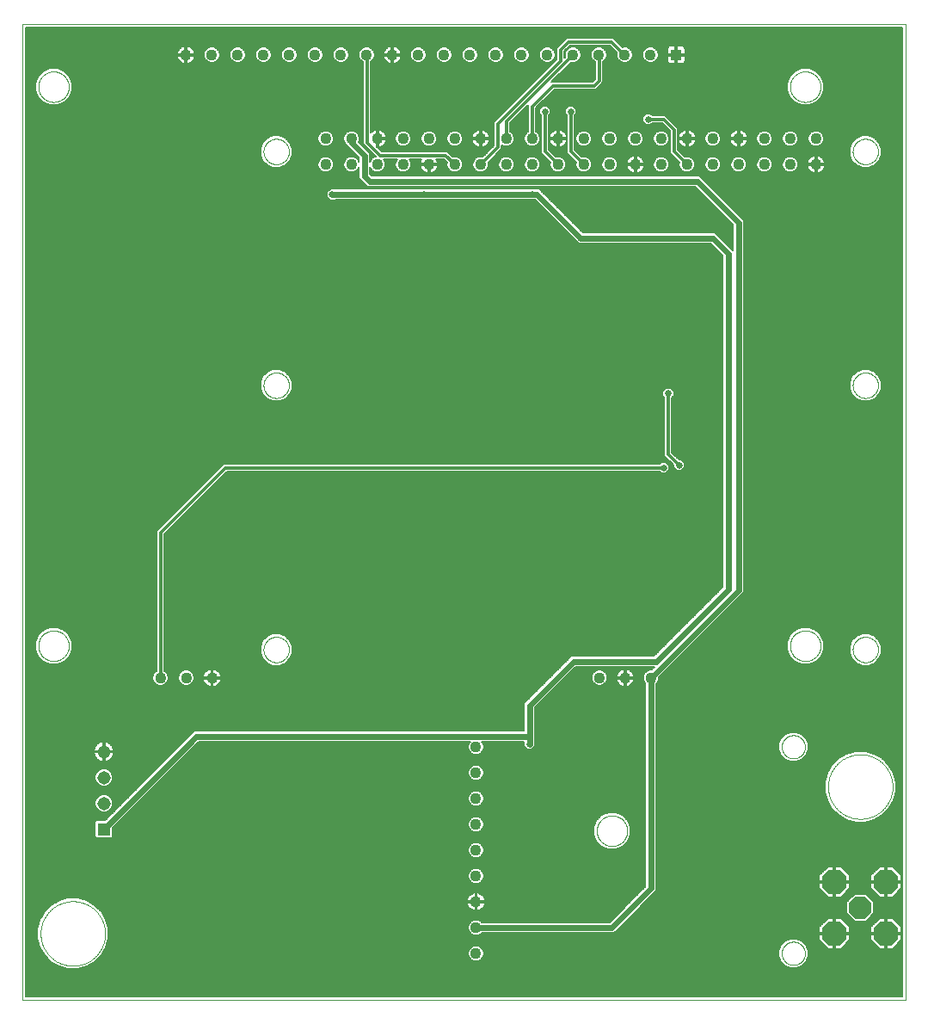
<source format=gbl>
G75*
%MOIN*%
%OFA0B0*%
%FSLAX25Y25*%
%IPPOS*%
%LPD*%
%AMOC8*
5,1,8,0,0,1.08239X$1,22.5*
%
%ADD10C,0.00000*%
%ADD11C,0.04362*%
%ADD12R,0.04362X0.04362*%
%ADD13OC8,0.09449*%
%ADD14OC8,0.08858*%
%ADD15R,0.05150X0.05150*%
%ADD16C,0.05150*%
%ADD17C,0.00600*%
%ADD18C,0.02578*%
%ADD19C,0.02400*%
%ADD20C,0.01200*%
D10*
X0017623Y0020253D02*
X0017623Y0398206D01*
X0360143Y0398206D01*
X0360143Y0020253D01*
X0017623Y0020253D01*
X0024808Y0045843D02*
X0024812Y0046150D01*
X0024823Y0046456D01*
X0024842Y0046763D01*
X0024868Y0047068D01*
X0024902Y0047373D01*
X0024943Y0047677D01*
X0024992Y0047980D01*
X0025048Y0048282D01*
X0025112Y0048582D01*
X0025183Y0048880D01*
X0025261Y0049177D01*
X0025346Y0049472D01*
X0025439Y0049764D01*
X0025539Y0050054D01*
X0025646Y0050342D01*
X0025760Y0050627D01*
X0025880Y0050909D01*
X0026008Y0051187D01*
X0026143Y0051463D01*
X0026284Y0051735D01*
X0026432Y0052004D01*
X0026586Y0052269D01*
X0026747Y0052530D01*
X0026915Y0052788D01*
X0027088Y0053041D01*
X0027268Y0053289D01*
X0027454Y0053533D01*
X0027645Y0053773D01*
X0027843Y0054008D01*
X0028046Y0054237D01*
X0028255Y0054462D01*
X0028469Y0054682D01*
X0028689Y0054896D01*
X0028914Y0055105D01*
X0029143Y0055308D01*
X0029378Y0055506D01*
X0029618Y0055697D01*
X0029862Y0055883D01*
X0030110Y0056063D01*
X0030363Y0056236D01*
X0030621Y0056404D01*
X0030882Y0056565D01*
X0031147Y0056719D01*
X0031416Y0056867D01*
X0031688Y0057008D01*
X0031964Y0057143D01*
X0032242Y0057271D01*
X0032524Y0057391D01*
X0032809Y0057505D01*
X0033097Y0057612D01*
X0033387Y0057712D01*
X0033679Y0057805D01*
X0033974Y0057890D01*
X0034271Y0057968D01*
X0034569Y0058039D01*
X0034869Y0058103D01*
X0035171Y0058159D01*
X0035474Y0058208D01*
X0035778Y0058249D01*
X0036083Y0058283D01*
X0036388Y0058309D01*
X0036695Y0058328D01*
X0037001Y0058339D01*
X0037308Y0058343D01*
X0037615Y0058339D01*
X0037921Y0058328D01*
X0038228Y0058309D01*
X0038533Y0058283D01*
X0038838Y0058249D01*
X0039142Y0058208D01*
X0039445Y0058159D01*
X0039747Y0058103D01*
X0040047Y0058039D01*
X0040345Y0057968D01*
X0040642Y0057890D01*
X0040937Y0057805D01*
X0041229Y0057712D01*
X0041519Y0057612D01*
X0041807Y0057505D01*
X0042092Y0057391D01*
X0042374Y0057271D01*
X0042652Y0057143D01*
X0042928Y0057008D01*
X0043200Y0056867D01*
X0043469Y0056719D01*
X0043734Y0056565D01*
X0043995Y0056404D01*
X0044253Y0056236D01*
X0044506Y0056063D01*
X0044754Y0055883D01*
X0044998Y0055697D01*
X0045238Y0055506D01*
X0045473Y0055308D01*
X0045702Y0055105D01*
X0045927Y0054896D01*
X0046147Y0054682D01*
X0046361Y0054462D01*
X0046570Y0054237D01*
X0046773Y0054008D01*
X0046971Y0053773D01*
X0047162Y0053533D01*
X0047348Y0053289D01*
X0047528Y0053041D01*
X0047701Y0052788D01*
X0047869Y0052530D01*
X0048030Y0052269D01*
X0048184Y0052004D01*
X0048332Y0051735D01*
X0048473Y0051463D01*
X0048608Y0051187D01*
X0048736Y0050909D01*
X0048856Y0050627D01*
X0048970Y0050342D01*
X0049077Y0050054D01*
X0049177Y0049764D01*
X0049270Y0049472D01*
X0049355Y0049177D01*
X0049433Y0048880D01*
X0049504Y0048582D01*
X0049568Y0048282D01*
X0049624Y0047980D01*
X0049673Y0047677D01*
X0049714Y0047373D01*
X0049748Y0047068D01*
X0049774Y0046763D01*
X0049793Y0046456D01*
X0049804Y0046150D01*
X0049808Y0045843D01*
X0049804Y0045536D01*
X0049793Y0045230D01*
X0049774Y0044923D01*
X0049748Y0044618D01*
X0049714Y0044313D01*
X0049673Y0044009D01*
X0049624Y0043706D01*
X0049568Y0043404D01*
X0049504Y0043104D01*
X0049433Y0042806D01*
X0049355Y0042509D01*
X0049270Y0042214D01*
X0049177Y0041922D01*
X0049077Y0041632D01*
X0048970Y0041344D01*
X0048856Y0041059D01*
X0048736Y0040777D01*
X0048608Y0040499D01*
X0048473Y0040223D01*
X0048332Y0039951D01*
X0048184Y0039682D01*
X0048030Y0039417D01*
X0047869Y0039156D01*
X0047701Y0038898D01*
X0047528Y0038645D01*
X0047348Y0038397D01*
X0047162Y0038153D01*
X0046971Y0037913D01*
X0046773Y0037678D01*
X0046570Y0037449D01*
X0046361Y0037224D01*
X0046147Y0037004D01*
X0045927Y0036790D01*
X0045702Y0036581D01*
X0045473Y0036378D01*
X0045238Y0036180D01*
X0044998Y0035989D01*
X0044754Y0035803D01*
X0044506Y0035623D01*
X0044253Y0035450D01*
X0043995Y0035282D01*
X0043734Y0035121D01*
X0043469Y0034967D01*
X0043200Y0034819D01*
X0042928Y0034678D01*
X0042652Y0034543D01*
X0042374Y0034415D01*
X0042092Y0034295D01*
X0041807Y0034181D01*
X0041519Y0034074D01*
X0041229Y0033974D01*
X0040937Y0033881D01*
X0040642Y0033796D01*
X0040345Y0033718D01*
X0040047Y0033647D01*
X0039747Y0033583D01*
X0039445Y0033527D01*
X0039142Y0033478D01*
X0038838Y0033437D01*
X0038533Y0033403D01*
X0038228Y0033377D01*
X0037921Y0033358D01*
X0037615Y0033347D01*
X0037308Y0033343D01*
X0037001Y0033347D01*
X0036695Y0033358D01*
X0036388Y0033377D01*
X0036083Y0033403D01*
X0035778Y0033437D01*
X0035474Y0033478D01*
X0035171Y0033527D01*
X0034869Y0033583D01*
X0034569Y0033647D01*
X0034271Y0033718D01*
X0033974Y0033796D01*
X0033679Y0033881D01*
X0033387Y0033974D01*
X0033097Y0034074D01*
X0032809Y0034181D01*
X0032524Y0034295D01*
X0032242Y0034415D01*
X0031964Y0034543D01*
X0031688Y0034678D01*
X0031416Y0034819D01*
X0031147Y0034967D01*
X0030882Y0035121D01*
X0030621Y0035282D01*
X0030363Y0035450D01*
X0030110Y0035623D01*
X0029862Y0035803D01*
X0029618Y0035989D01*
X0029378Y0036180D01*
X0029143Y0036378D01*
X0028914Y0036581D01*
X0028689Y0036790D01*
X0028469Y0037004D01*
X0028255Y0037224D01*
X0028046Y0037449D01*
X0027843Y0037678D01*
X0027645Y0037913D01*
X0027454Y0038153D01*
X0027268Y0038397D01*
X0027088Y0038645D01*
X0026915Y0038898D01*
X0026747Y0039156D01*
X0026586Y0039417D01*
X0026432Y0039682D01*
X0026284Y0039951D01*
X0026143Y0040223D01*
X0026008Y0040499D01*
X0025880Y0040777D01*
X0025760Y0041059D01*
X0025646Y0041344D01*
X0025539Y0041632D01*
X0025439Y0041922D01*
X0025346Y0042214D01*
X0025261Y0042509D01*
X0025183Y0042806D01*
X0025112Y0043104D01*
X0025048Y0043404D01*
X0024992Y0043706D01*
X0024943Y0044009D01*
X0024902Y0044313D01*
X0024868Y0044618D01*
X0024842Y0044923D01*
X0024823Y0045230D01*
X0024812Y0045536D01*
X0024808Y0045843D01*
X0111206Y0155843D02*
X0111208Y0155983D01*
X0111214Y0156123D01*
X0111224Y0156262D01*
X0111238Y0156401D01*
X0111256Y0156540D01*
X0111277Y0156678D01*
X0111303Y0156816D01*
X0111333Y0156953D01*
X0111366Y0157088D01*
X0111404Y0157223D01*
X0111445Y0157357D01*
X0111490Y0157490D01*
X0111538Y0157621D01*
X0111591Y0157750D01*
X0111647Y0157879D01*
X0111706Y0158005D01*
X0111770Y0158130D01*
X0111836Y0158253D01*
X0111907Y0158374D01*
X0111980Y0158493D01*
X0112057Y0158610D01*
X0112138Y0158724D01*
X0112221Y0158836D01*
X0112308Y0158946D01*
X0112398Y0159054D01*
X0112490Y0159158D01*
X0112586Y0159260D01*
X0112685Y0159360D01*
X0112786Y0159456D01*
X0112890Y0159550D01*
X0112997Y0159640D01*
X0113106Y0159727D01*
X0113218Y0159812D01*
X0113332Y0159893D01*
X0113448Y0159971D01*
X0113566Y0160045D01*
X0113687Y0160116D01*
X0113809Y0160184D01*
X0113934Y0160248D01*
X0114060Y0160309D01*
X0114187Y0160366D01*
X0114317Y0160419D01*
X0114448Y0160469D01*
X0114580Y0160514D01*
X0114713Y0160557D01*
X0114848Y0160595D01*
X0114983Y0160629D01*
X0115120Y0160660D01*
X0115257Y0160687D01*
X0115395Y0160709D01*
X0115534Y0160728D01*
X0115673Y0160743D01*
X0115812Y0160754D01*
X0115952Y0160761D01*
X0116092Y0160764D01*
X0116232Y0160763D01*
X0116372Y0160758D01*
X0116511Y0160749D01*
X0116651Y0160736D01*
X0116790Y0160719D01*
X0116928Y0160698D01*
X0117066Y0160674D01*
X0117203Y0160645D01*
X0117339Y0160613D01*
X0117474Y0160576D01*
X0117608Y0160536D01*
X0117741Y0160492D01*
X0117872Y0160444D01*
X0118002Y0160393D01*
X0118131Y0160338D01*
X0118258Y0160279D01*
X0118383Y0160216D01*
X0118506Y0160151D01*
X0118628Y0160081D01*
X0118747Y0160008D01*
X0118865Y0159932D01*
X0118980Y0159853D01*
X0119093Y0159770D01*
X0119203Y0159684D01*
X0119311Y0159595D01*
X0119416Y0159503D01*
X0119519Y0159408D01*
X0119619Y0159310D01*
X0119716Y0159210D01*
X0119810Y0159106D01*
X0119902Y0159000D01*
X0119990Y0158892D01*
X0120075Y0158781D01*
X0120157Y0158667D01*
X0120236Y0158551D01*
X0120311Y0158434D01*
X0120383Y0158314D01*
X0120451Y0158192D01*
X0120516Y0158068D01*
X0120578Y0157942D01*
X0120636Y0157815D01*
X0120690Y0157686D01*
X0120741Y0157555D01*
X0120787Y0157423D01*
X0120830Y0157290D01*
X0120870Y0157156D01*
X0120905Y0157021D01*
X0120937Y0156884D01*
X0120964Y0156747D01*
X0120988Y0156609D01*
X0121008Y0156471D01*
X0121024Y0156332D01*
X0121036Y0156192D01*
X0121044Y0156053D01*
X0121048Y0155913D01*
X0121048Y0155773D01*
X0121044Y0155633D01*
X0121036Y0155494D01*
X0121024Y0155354D01*
X0121008Y0155215D01*
X0120988Y0155077D01*
X0120964Y0154939D01*
X0120937Y0154802D01*
X0120905Y0154665D01*
X0120870Y0154530D01*
X0120830Y0154396D01*
X0120787Y0154263D01*
X0120741Y0154131D01*
X0120690Y0154000D01*
X0120636Y0153871D01*
X0120578Y0153744D01*
X0120516Y0153618D01*
X0120451Y0153494D01*
X0120383Y0153372D01*
X0120311Y0153252D01*
X0120236Y0153135D01*
X0120157Y0153019D01*
X0120075Y0152905D01*
X0119990Y0152794D01*
X0119902Y0152686D01*
X0119810Y0152580D01*
X0119716Y0152476D01*
X0119619Y0152376D01*
X0119519Y0152278D01*
X0119416Y0152183D01*
X0119311Y0152091D01*
X0119203Y0152002D01*
X0119093Y0151916D01*
X0118980Y0151833D01*
X0118865Y0151754D01*
X0118747Y0151678D01*
X0118628Y0151605D01*
X0118506Y0151535D01*
X0118383Y0151470D01*
X0118258Y0151407D01*
X0118131Y0151348D01*
X0118002Y0151293D01*
X0117872Y0151242D01*
X0117741Y0151194D01*
X0117608Y0151150D01*
X0117474Y0151110D01*
X0117339Y0151073D01*
X0117203Y0151041D01*
X0117066Y0151012D01*
X0116928Y0150988D01*
X0116790Y0150967D01*
X0116651Y0150950D01*
X0116511Y0150937D01*
X0116372Y0150928D01*
X0116232Y0150923D01*
X0116092Y0150922D01*
X0115952Y0150925D01*
X0115812Y0150932D01*
X0115673Y0150943D01*
X0115534Y0150958D01*
X0115395Y0150977D01*
X0115257Y0150999D01*
X0115120Y0151026D01*
X0114983Y0151057D01*
X0114848Y0151091D01*
X0114713Y0151129D01*
X0114580Y0151172D01*
X0114448Y0151217D01*
X0114317Y0151267D01*
X0114187Y0151320D01*
X0114060Y0151377D01*
X0113934Y0151438D01*
X0113809Y0151502D01*
X0113687Y0151570D01*
X0113566Y0151641D01*
X0113448Y0151715D01*
X0113332Y0151793D01*
X0113218Y0151874D01*
X0113106Y0151959D01*
X0112997Y0152046D01*
X0112890Y0152136D01*
X0112786Y0152230D01*
X0112685Y0152326D01*
X0112586Y0152426D01*
X0112490Y0152528D01*
X0112398Y0152632D01*
X0112308Y0152740D01*
X0112221Y0152850D01*
X0112138Y0152962D01*
X0112057Y0153076D01*
X0111980Y0153193D01*
X0111907Y0153312D01*
X0111836Y0153433D01*
X0111770Y0153556D01*
X0111706Y0153681D01*
X0111647Y0153807D01*
X0111591Y0153936D01*
X0111538Y0154065D01*
X0111490Y0154196D01*
X0111445Y0154329D01*
X0111404Y0154463D01*
X0111366Y0154598D01*
X0111333Y0154733D01*
X0111303Y0154870D01*
X0111277Y0155008D01*
X0111256Y0155146D01*
X0111238Y0155285D01*
X0111224Y0155424D01*
X0111214Y0155563D01*
X0111208Y0155703D01*
X0111206Y0155843D01*
X0023914Y0157316D02*
X0023916Y0157469D01*
X0023922Y0157623D01*
X0023932Y0157776D01*
X0023946Y0157928D01*
X0023964Y0158081D01*
X0023986Y0158232D01*
X0024011Y0158383D01*
X0024041Y0158534D01*
X0024075Y0158684D01*
X0024112Y0158832D01*
X0024153Y0158980D01*
X0024198Y0159126D01*
X0024247Y0159272D01*
X0024300Y0159416D01*
X0024356Y0159558D01*
X0024416Y0159699D01*
X0024480Y0159839D01*
X0024547Y0159977D01*
X0024618Y0160113D01*
X0024693Y0160247D01*
X0024770Y0160379D01*
X0024852Y0160509D01*
X0024936Y0160637D01*
X0025024Y0160763D01*
X0025115Y0160886D01*
X0025209Y0161007D01*
X0025307Y0161125D01*
X0025407Y0161241D01*
X0025511Y0161354D01*
X0025617Y0161465D01*
X0025726Y0161573D01*
X0025838Y0161678D01*
X0025952Y0161779D01*
X0026070Y0161878D01*
X0026189Y0161974D01*
X0026311Y0162067D01*
X0026436Y0162156D01*
X0026563Y0162243D01*
X0026692Y0162325D01*
X0026823Y0162405D01*
X0026956Y0162481D01*
X0027091Y0162554D01*
X0027228Y0162623D01*
X0027367Y0162688D01*
X0027507Y0162750D01*
X0027649Y0162808D01*
X0027792Y0162863D01*
X0027937Y0162914D01*
X0028083Y0162961D01*
X0028230Y0163004D01*
X0028378Y0163043D01*
X0028527Y0163079D01*
X0028677Y0163110D01*
X0028828Y0163138D01*
X0028979Y0163162D01*
X0029132Y0163182D01*
X0029284Y0163198D01*
X0029437Y0163210D01*
X0029590Y0163218D01*
X0029743Y0163222D01*
X0029897Y0163222D01*
X0030050Y0163218D01*
X0030203Y0163210D01*
X0030356Y0163198D01*
X0030508Y0163182D01*
X0030661Y0163162D01*
X0030812Y0163138D01*
X0030963Y0163110D01*
X0031113Y0163079D01*
X0031262Y0163043D01*
X0031410Y0163004D01*
X0031557Y0162961D01*
X0031703Y0162914D01*
X0031848Y0162863D01*
X0031991Y0162808D01*
X0032133Y0162750D01*
X0032273Y0162688D01*
X0032412Y0162623D01*
X0032549Y0162554D01*
X0032684Y0162481D01*
X0032817Y0162405D01*
X0032948Y0162325D01*
X0033077Y0162243D01*
X0033204Y0162156D01*
X0033329Y0162067D01*
X0033451Y0161974D01*
X0033570Y0161878D01*
X0033688Y0161779D01*
X0033802Y0161678D01*
X0033914Y0161573D01*
X0034023Y0161465D01*
X0034129Y0161354D01*
X0034233Y0161241D01*
X0034333Y0161125D01*
X0034431Y0161007D01*
X0034525Y0160886D01*
X0034616Y0160763D01*
X0034704Y0160637D01*
X0034788Y0160509D01*
X0034870Y0160379D01*
X0034947Y0160247D01*
X0035022Y0160113D01*
X0035093Y0159977D01*
X0035160Y0159839D01*
X0035224Y0159699D01*
X0035284Y0159558D01*
X0035340Y0159416D01*
X0035393Y0159272D01*
X0035442Y0159126D01*
X0035487Y0158980D01*
X0035528Y0158832D01*
X0035565Y0158684D01*
X0035599Y0158534D01*
X0035629Y0158383D01*
X0035654Y0158232D01*
X0035676Y0158081D01*
X0035694Y0157928D01*
X0035708Y0157776D01*
X0035718Y0157623D01*
X0035724Y0157469D01*
X0035726Y0157316D01*
X0035724Y0157163D01*
X0035718Y0157009D01*
X0035708Y0156856D01*
X0035694Y0156704D01*
X0035676Y0156551D01*
X0035654Y0156400D01*
X0035629Y0156249D01*
X0035599Y0156098D01*
X0035565Y0155948D01*
X0035528Y0155800D01*
X0035487Y0155652D01*
X0035442Y0155506D01*
X0035393Y0155360D01*
X0035340Y0155216D01*
X0035284Y0155074D01*
X0035224Y0154933D01*
X0035160Y0154793D01*
X0035093Y0154655D01*
X0035022Y0154519D01*
X0034947Y0154385D01*
X0034870Y0154253D01*
X0034788Y0154123D01*
X0034704Y0153995D01*
X0034616Y0153869D01*
X0034525Y0153746D01*
X0034431Y0153625D01*
X0034333Y0153507D01*
X0034233Y0153391D01*
X0034129Y0153278D01*
X0034023Y0153167D01*
X0033914Y0153059D01*
X0033802Y0152954D01*
X0033688Y0152853D01*
X0033570Y0152754D01*
X0033451Y0152658D01*
X0033329Y0152565D01*
X0033204Y0152476D01*
X0033077Y0152389D01*
X0032948Y0152307D01*
X0032817Y0152227D01*
X0032684Y0152151D01*
X0032549Y0152078D01*
X0032412Y0152009D01*
X0032273Y0151944D01*
X0032133Y0151882D01*
X0031991Y0151824D01*
X0031848Y0151769D01*
X0031703Y0151718D01*
X0031557Y0151671D01*
X0031410Y0151628D01*
X0031262Y0151589D01*
X0031113Y0151553D01*
X0030963Y0151522D01*
X0030812Y0151494D01*
X0030661Y0151470D01*
X0030508Y0151450D01*
X0030356Y0151434D01*
X0030203Y0151422D01*
X0030050Y0151414D01*
X0029897Y0151410D01*
X0029743Y0151410D01*
X0029590Y0151414D01*
X0029437Y0151422D01*
X0029284Y0151434D01*
X0029132Y0151450D01*
X0028979Y0151470D01*
X0028828Y0151494D01*
X0028677Y0151522D01*
X0028527Y0151553D01*
X0028378Y0151589D01*
X0028230Y0151628D01*
X0028083Y0151671D01*
X0027937Y0151718D01*
X0027792Y0151769D01*
X0027649Y0151824D01*
X0027507Y0151882D01*
X0027367Y0151944D01*
X0027228Y0152009D01*
X0027091Y0152078D01*
X0026956Y0152151D01*
X0026823Y0152227D01*
X0026692Y0152307D01*
X0026563Y0152389D01*
X0026436Y0152476D01*
X0026311Y0152565D01*
X0026189Y0152658D01*
X0026070Y0152754D01*
X0025952Y0152853D01*
X0025838Y0152954D01*
X0025726Y0153059D01*
X0025617Y0153167D01*
X0025511Y0153278D01*
X0025407Y0153391D01*
X0025307Y0153507D01*
X0025209Y0153625D01*
X0025115Y0153746D01*
X0025024Y0153869D01*
X0024936Y0153995D01*
X0024852Y0154123D01*
X0024770Y0154253D01*
X0024693Y0154385D01*
X0024618Y0154519D01*
X0024547Y0154655D01*
X0024480Y0154793D01*
X0024416Y0154933D01*
X0024356Y0155074D01*
X0024300Y0155216D01*
X0024247Y0155360D01*
X0024198Y0155506D01*
X0024153Y0155652D01*
X0024112Y0155800D01*
X0024075Y0155948D01*
X0024041Y0156098D01*
X0024011Y0156249D01*
X0023986Y0156400D01*
X0023964Y0156551D01*
X0023946Y0156704D01*
X0023932Y0156856D01*
X0023922Y0157009D01*
X0023916Y0157163D01*
X0023914Y0157316D01*
X0111206Y0258206D02*
X0111208Y0258346D01*
X0111214Y0258486D01*
X0111224Y0258625D01*
X0111238Y0258764D01*
X0111256Y0258903D01*
X0111277Y0259041D01*
X0111303Y0259179D01*
X0111333Y0259316D01*
X0111366Y0259451D01*
X0111404Y0259586D01*
X0111445Y0259720D01*
X0111490Y0259853D01*
X0111538Y0259984D01*
X0111591Y0260113D01*
X0111647Y0260242D01*
X0111706Y0260368D01*
X0111770Y0260493D01*
X0111836Y0260616D01*
X0111907Y0260737D01*
X0111980Y0260856D01*
X0112057Y0260973D01*
X0112138Y0261087D01*
X0112221Y0261199D01*
X0112308Y0261309D01*
X0112398Y0261417D01*
X0112490Y0261521D01*
X0112586Y0261623D01*
X0112685Y0261723D01*
X0112786Y0261819D01*
X0112890Y0261913D01*
X0112997Y0262003D01*
X0113106Y0262090D01*
X0113218Y0262175D01*
X0113332Y0262256D01*
X0113448Y0262334D01*
X0113566Y0262408D01*
X0113687Y0262479D01*
X0113809Y0262547D01*
X0113934Y0262611D01*
X0114060Y0262672D01*
X0114187Y0262729D01*
X0114317Y0262782D01*
X0114448Y0262832D01*
X0114580Y0262877D01*
X0114713Y0262920D01*
X0114848Y0262958D01*
X0114983Y0262992D01*
X0115120Y0263023D01*
X0115257Y0263050D01*
X0115395Y0263072D01*
X0115534Y0263091D01*
X0115673Y0263106D01*
X0115812Y0263117D01*
X0115952Y0263124D01*
X0116092Y0263127D01*
X0116232Y0263126D01*
X0116372Y0263121D01*
X0116511Y0263112D01*
X0116651Y0263099D01*
X0116790Y0263082D01*
X0116928Y0263061D01*
X0117066Y0263037D01*
X0117203Y0263008D01*
X0117339Y0262976D01*
X0117474Y0262939D01*
X0117608Y0262899D01*
X0117741Y0262855D01*
X0117872Y0262807D01*
X0118002Y0262756D01*
X0118131Y0262701D01*
X0118258Y0262642D01*
X0118383Y0262579D01*
X0118506Y0262514D01*
X0118628Y0262444D01*
X0118747Y0262371D01*
X0118865Y0262295D01*
X0118980Y0262216D01*
X0119093Y0262133D01*
X0119203Y0262047D01*
X0119311Y0261958D01*
X0119416Y0261866D01*
X0119519Y0261771D01*
X0119619Y0261673D01*
X0119716Y0261573D01*
X0119810Y0261469D01*
X0119902Y0261363D01*
X0119990Y0261255D01*
X0120075Y0261144D01*
X0120157Y0261030D01*
X0120236Y0260914D01*
X0120311Y0260797D01*
X0120383Y0260677D01*
X0120451Y0260555D01*
X0120516Y0260431D01*
X0120578Y0260305D01*
X0120636Y0260178D01*
X0120690Y0260049D01*
X0120741Y0259918D01*
X0120787Y0259786D01*
X0120830Y0259653D01*
X0120870Y0259519D01*
X0120905Y0259384D01*
X0120937Y0259247D01*
X0120964Y0259110D01*
X0120988Y0258972D01*
X0121008Y0258834D01*
X0121024Y0258695D01*
X0121036Y0258555D01*
X0121044Y0258416D01*
X0121048Y0258276D01*
X0121048Y0258136D01*
X0121044Y0257996D01*
X0121036Y0257857D01*
X0121024Y0257717D01*
X0121008Y0257578D01*
X0120988Y0257440D01*
X0120964Y0257302D01*
X0120937Y0257165D01*
X0120905Y0257028D01*
X0120870Y0256893D01*
X0120830Y0256759D01*
X0120787Y0256626D01*
X0120741Y0256494D01*
X0120690Y0256363D01*
X0120636Y0256234D01*
X0120578Y0256107D01*
X0120516Y0255981D01*
X0120451Y0255857D01*
X0120383Y0255735D01*
X0120311Y0255615D01*
X0120236Y0255498D01*
X0120157Y0255382D01*
X0120075Y0255268D01*
X0119990Y0255157D01*
X0119902Y0255049D01*
X0119810Y0254943D01*
X0119716Y0254839D01*
X0119619Y0254739D01*
X0119519Y0254641D01*
X0119416Y0254546D01*
X0119311Y0254454D01*
X0119203Y0254365D01*
X0119093Y0254279D01*
X0118980Y0254196D01*
X0118865Y0254117D01*
X0118747Y0254041D01*
X0118628Y0253968D01*
X0118506Y0253898D01*
X0118383Y0253833D01*
X0118258Y0253770D01*
X0118131Y0253711D01*
X0118002Y0253656D01*
X0117872Y0253605D01*
X0117741Y0253557D01*
X0117608Y0253513D01*
X0117474Y0253473D01*
X0117339Y0253436D01*
X0117203Y0253404D01*
X0117066Y0253375D01*
X0116928Y0253351D01*
X0116790Y0253330D01*
X0116651Y0253313D01*
X0116511Y0253300D01*
X0116372Y0253291D01*
X0116232Y0253286D01*
X0116092Y0253285D01*
X0115952Y0253288D01*
X0115812Y0253295D01*
X0115673Y0253306D01*
X0115534Y0253321D01*
X0115395Y0253340D01*
X0115257Y0253362D01*
X0115120Y0253389D01*
X0114983Y0253420D01*
X0114848Y0253454D01*
X0114713Y0253492D01*
X0114580Y0253535D01*
X0114448Y0253580D01*
X0114317Y0253630D01*
X0114187Y0253683D01*
X0114060Y0253740D01*
X0113934Y0253801D01*
X0113809Y0253865D01*
X0113687Y0253933D01*
X0113566Y0254004D01*
X0113448Y0254078D01*
X0113332Y0254156D01*
X0113218Y0254237D01*
X0113106Y0254322D01*
X0112997Y0254409D01*
X0112890Y0254499D01*
X0112786Y0254593D01*
X0112685Y0254689D01*
X0112586Y0254789D01*
X0112490Y0254891D01*
X0112398Y0254995D01*
X0112308Y0255103D01*
X0112221Y0255213D01*
X0112138Y0255325D01*
X0112057Y0255439D01*
X0111980Y0255556D01*
X0111907Y0255675D01*
X0111836Y0255796D01*
X0111770Y0255919D01*
X0111706Y0256044D01*
X0111647Y0256170D01*
X0111591Y0256299D01*
X0111538Y0256428D01*
X0111490Y0256559D01*
X0111445Y0256692D01*
X0111404Y0256826D01*
X0111366Y0256961D01*
X0111333Y0257096D01*
X0111303Y0257233D01*
X0111277Y0257371D01*
X0111256Y0257509D01*
X0111238Y0257648D01*
X0111224Y0257787D01*
X0111214Y0257926D01*
X0111208Y0258066D01*
X0111206Y0258206D01*
X0111206Y0348757D02*
X0111208Y0348897D01*
X0111214Y0349037D01*
X0111224Y0349176D01*
X0111238Y0349315D01*
X0111256Y0349454D01*
X0111277Y0349592D01*
X0111303Y0349730D01*
X0111333Y0349867D01*
X0111366Y0350002D01*
X0111404Y0350137D01*
X0111445Y0350271D01*
X0111490Y0350404D01*
X0111538Y0350535D01*
X0111591Y0350664D01*
X0111647Y0350793D01*
X0111706Y0350919D01*
X0111770Y0351044D01*
X0111836Y0351167D01*
X0111907Y0351288D01*
X0111980Y0351407D01*
X0112057Y0351524D01*
X0112138Y0351638D01*
X0112221Y0351750D01*
X0112308Y0351860D01*
X0112398Y0351968D01*
X0112490Y0352072D01*
X0112586Y0352174D01*
X0112685Y0352274D01*
X0112786Y0352370D01*
X0112890Y0352464D01*
X0112997Y0352554D01*
X0113106Y0352641D01*
X0113218Y0352726D01*
X0113332Y0352807D01*
X0113448Y0352885D01*
X0113566Y0352959D01*
X0113687Y0353030D01*
X0113809Y0353098D01*
X0113934Y0353162D01*
X0114060Y0353223D01*
X0114187Y0353280D01*
X0114317Y0353333D01*
X0114448Y0353383D01*
X0114580Y0353428D01*
X0114713Y0353471D01*
X0114848Y0353509D01*
X0114983Y0353543D01*
X0115120Y0353574D01*
X0115257Y0353601D01*
X0115395Y0353623D01*
X0115534Y0353642D01*
X0115673Y0353657D01*
X0115812Y0353668D01*
X0115952Y0353675D01*
X0116092Y0353678D01*
X0116232Y0353677D01*
X0116372Y0353672D01*
X0116511Y0353663D01*
X0116651Y0353650D01*
X0116790Y0353633D01*
X0116928Y0353612D01*
X0117066Y0353588D01*
X0117203Y0353559D01*
X0117339Y0353527D01*
X0117474Y0353490D01*
X0117608Y0353450D01*
X0117741Y0353406D01*
X0117872Y0353358D01*
X0118002Y0353307D01*
X0118131Y0353252D01*
X0118258Y0353193D01*
X0118383Y0353130D01*
X0118506Y0353065D01*
X0118628Y0352995D01*
X0118747Y0352922D01*
X0118865Y0352846D01*
X0118980Y0352767D01*
X0119093Y0352684D01*
X0119203Y0352598D01*
X0119311Y0352509D01*
X0119416Y0352417D01*
X0119519Y0352322D01*
X0119619Y0352224D01*
X0119716Y0352124D01*
X0119810Y0352020D01*
X0119902Y0351914D01*
X0119990Y0351806D01*
X0120075Y0351695D01*
X0120157Y0351581D01*
X0120236Y0351465D01*
X0120311Y0351348D01*
X0120383Y0351228D01*
X0120451Y0351106D01*
X0120516Y0350982D01*
X0120578Y0350856D01*
X0120636Y0350729D01*
X0120690Y0350600D01*
X0120741Y0350469D01*
X0120787Y0350337D01*
X0120830Y0350204D01*
X0120870Y0350070D01*
X0120905Y0349935D01*
X0120937Y0349798D01*
X0120964Y0349661D01*
X0120988Y0349523D01*
X0121008Y0349385D01*
X0121024Y0349246D01*
X0121036Y0349106D01*
X0121044Y0348967D01*
X0121048Y0348827D01*
X0121048Y0348687D01*
X0121044Y0348547D01*
X0121036Y0348408D01*
X0121024Y0348268D01*
X0121008Y0348129D01*
X0120988Y0347991D01*
X0120964Y0347853D01*
X0120937Y0347716D01*
X0120905Y0347579D01*
X0120870Y0347444D01*
X0120830Y0347310D01*
X0120787Y0347177D01*
X0120741Y0347045D01*
X0120690Y0346914D01*
X0120636Y0346785D01*
X0120578Y0346658D01*
X0120516Y0346532D01*
X0120451Y0346408D01*
X0120383Y0346286D01*
X0120311Y0346166D01*
X0120236Y0346049D01*
X0120157Y0345933D01*
X0120075Y0345819D01*
X0119990Y0345708D01*
X0119902Y0345600D01*
X0119810Y0345494D01*
X0119716Y0345390D01*
X0119619Y0345290D01*
X0119519Y0345192D01*
X0119416Y0345097D01*
X0119311Y0345005D01*
X0119203Y0344916D01*
X0119093Y0344830D01*
X0118980Y0344747D01*
X0118865Y0344668D01*
X0118747Y0344592D01*
X0118628Y0344519D01*
X0118506Y0344449D01*
X0118383Y0344384D01*
X0118258Y0344321D01*
X0118131Y0344262D01*
X0118002Y0344207D01*
X0117872Y0344156D01*
X0117741Y0344108D01*
X0117608Y0344064D01*
X0117474Y0344024D01*
X0117339Y0343987D01*
X0117203Y0343955D01*
X0117066Y0343926D01*
X0116928Y0343902D01*
X0116790Y0343881D01*
X0116651Y0343864D01*
X0116511Y0343851D01*
X0116372Y0343842D01*
X0116232Y0343837D01*
X0116092Y0343836D01*
X0115952Y0343839D01*
X0115812Y0343846D01*
X0115673Y0343857D01*
X0115534Y0343872D01*
X0115395Y0343891D01*
X0115257Y0343913D01*
X0115120Y0343940D01*
X0114983Y0343971D01*
X0114848Y0344005D01*
X0114713Y0344043D01*
X0114580Y0344086D01*
X0114448Y0344131D01*
X0114317Y0344181D01*
X0114187Y0344234D01*
X0114060Y0344291D01*
X0113934Y0344352D01*
X0113809Y0344416D01*
X0113687Y0344484D01*
X0113566Y0344555D01*
X0113448Y0344629D01*
X0113332Y0344707D01*
X0113218Y0344788D01*
X0113106Y0344873D01*
X0112997Y0344960D01*
X0112890Y0345050D01*
X0112786Y0345144D01*
X0112685Y0345240D01*
X0112586Y0345340D01*
X0112490Y0345442D01*
X0112398Y0345546D01*
X0112308Y0345654D01*
X0112221Y0345764D01*
X0112138Y0345876D01*
X0112057Y0345990D01*
X0111980Y0346107D01*
X0111907Y0346226D01*
X0111836Y0346347D01*
X0111770Y0346470D01*
X0111706Y0346595D01*
X0111647Y0346721D01*
X0111591Y0346850D01*
X0111538Y0346979D01*
X0111490Y0347110D01*
X0111445Y0347243D01*
X0111404Y0347377D01*
X0111366Y0347512D01*
X0111333Y0347647D01*
X0111303Y0347784D01*
X0111277Y0347922D01*
X0111256Y0348060D01*
X0111238Y0348199D01*
X0111224Y0348338D01*
X0111214Y0348477D01*
X0111208Y0348617D01*
X0111206Y0348757D01*
X0023914Y0373851D02*
X0023916Y0374004D01*
X0023922Y0374158D01*
X0023932Y0374311D01*
X0023946Y0374463D01*
X0023964Y0374616D01*
X0023986Y0374767D01*
X0024011Y0374918D01*
X0024041Y0375069D01*
X0024075Y0375219D01*
X0024112Y0375367D01*
X0024153Y0375515D01*
X0024198Y0375661D01*
X0024247Y0375807D01*
X0024300Y0375951D01*
X0024356Y0376093D01*
X0024416Y0376234D01*
X0024480Y0376374D01*
X0024547Y0376512D01*
X0024618Y0376648D01*
X0024693Y0376782D01*
X0024770Y0376914D01*
X0024852Y0377044D01*
X0024936Y0377172D01*
X0025024Y0377298D01*
X0025115Y0377421D01*
X0025209Y0377542D01*
X0025307Y0377660D01*
X0025407Y0377776D01*
X0025511Y0377889D01*
X0025617Y0378000D01*
X0025726Y0378108D01*
X0025838Y0378213D01*
X0025952Y0378314D01*
X0026070Y0378413D01*
X0026189Y0378509D01*
X0026311Y0378602D01*
X0026436Y0378691D01*
X0026563Y0378778D01*
X0026692Y0378860D01*
X0026823Y0378940D01*
X0026956Y0379016D01*
X0027091Y0379089D01*
X0027228Y0379158D01*
X0027367Y0379223D01*
X0027507Y0379285D01*
X0027649Y0379343D01*
X0027792Y0379398D01*
X0027937Y0379449D01*
X0028083Y0379496D01*
X0028230Y0379539D01*
X0028378Y0379578D01*
X0028527Y0379614D01*
X0028677Y0379645D01*
X0028828Y0379673D01*
X0028979Y0379697D01*
X0029132Y0379717D01*
X0029284Y0379733D01*
X0029437Y0379745D01*
X0029590Y0379753D01*
X0029743Y0379757D01*
X0029897Y0379757D01*
X0030050Y0379753D01*
X0030203Y0379745D01*
X0030356Y0379733D01*
X0030508Y0379717D01*
X0030661Y0379697D01*
X0030812Y0379673D01*
X0030963Y0379645D01*
X0031113Y0379614D01*
X0031262Y0379578D01*
X0031410Y0379539D01*
X0031557Y0379496D01*
X0031703Y0379449D01*
X0031848Y0379398D01*
X0031991Y0379343D01*
X0032133Y0379285D01*
X0032273Y0379223D01*
X0032412Y0379158D01*
X0032549Y0379089D01*
X0032684Y0379016D01*
X0032817Y0378940D01*
X0032948Y0378860D01*
X0033077Y0378778D01*
X0033204Y0378691D01*
X0033329Y0378602D01*
X0033451Y0378509D01*
X0033570Y0378413D01*
X0033688Y0378314D01*
X0033802Y0378213D01*
X0033914Y0378108D01*
X0034023Y0378000D01*
X0034129Y0377889D01*
X0034233Y0377776D01*
X0034333Y0377660D01*
X0034431Y0377542D01*
X0034525Y0377421D01*
X0034616Y0377298D01*
X0034704Y0377172D01*
X0034788Y0377044D01*
X0034870Y0376914D01*
X0034947Y0376782D01*
X0035022Y0376648D01*
X0035093Y0376512D01*
X0035160Y0376374D01*
X0035224Y0376234D01*
X0035284Y0376093D01*
X0035340Y0375951D01*
X0035393Y0375807D01*
X0035442Y0375661D01*
X0035487Y0375515D01*
X0035528Y0375367D01*
X0035565Y0375219D01*
X0035599Y0375069D01*
X0035629Y0374918D01*
X0035654Y0374767D01*
X0035676Y0374616D01*
X0035694Y0374463D01*
X0035708Y0374311D01*
X0035718Y0374158D01*
X0035724Y0374004D01*
X0035726Y0373851D01*
X0035724Y0373698D01*
X0035718Y0373544D01*
X0035708Y0373391D01*
X0035694Y0373239D01*
X0035676Y0373086D01*
X0035654Y0372935D01*
X0035629Y0372784D01*
X0035599Y0372633D01*
X0035565Y0372483D01*
X0035528Y0372335D01*
X0035487Y0372187D01*
X0035442Y0372041D01*
X0035393Y0371895D01*
X0035340Y0371751D01*
X0035284Y0371609D01*
X0035224Y0371468D01*
X0035160Y0371328D01*
X0035093Y0371190D01*
X0035022Y0371054D01*
X0034947Y0370920D01*
X0034870Y0370788D01*
X0034788Y0370658D01*
X0034704Y0370530D01*
X0034616Y0370404D01*
X0034525Y0370281D01*
X0034431Y0370160D01*
X0034333Y0370042D01*
X0034233Y0369926D01*
X0034129Y0369813D01*
X0034023Y0369702D01*
X0033914Y0369594D01*
X0033802Y0369489D01*
X0033688Y0369388D01*
X0033570Y0369289D01*
X0033451Y0369193D01*
X0033329Y0369100D01*
X0033204Y0369011D01*
X0033077Y0368924D01*
X0032948Y0368842D01*
X0032817Y0368762D01*
X0032684Y0368686D01*
X0032549Y0368613D01*
X0032412Y0368544D01*
X0032273Y0368479D01*
X0032133Y0368417D01*
X0031991Y0368359D01*
X0031848Y0368304D01*
X0031703Y0368253D01*
X0031557Y0368206D01*
X0031410Y0368163D01*
X0031262Y0368124D01*
X0031113Y0368088D01*
X0030963Y0368057D01*
X0030812Y0368029D01*
X0030661Y0368005D01*
X0030508Y0367985D01*
X0030356Y0367969D01*
X0030203Y0367957D01*
X0030050Y0367949D01*
X0029897Y0367945D01*
X0029743Y0367945D01*
X0029590Y0367949D01*
X0029437Y0367957D01*
X0029284Y0367969D01*
X0029132Y0367985D01*
X0028979Y0368005D01*
X0028828Y0368029D01*
X0028677Y0368057D01*
X0028527Y0368088D01*
X0028378Y0368124D01*
X0028230Y0368163D01*
X0028083Y0368206D01*
X0027937Y0368253D01*
X0027792Y0368304D01*
X0027649Y0368359D01*
X0027507Y0368417D01*
X0027367Y0368479D01*
X0027228Y0368544D01*
X0027091Y0368613D01*
X0026956Y0368686D01*
X0026823Y0368762D01*
X0026692Y0368842D01*
X0026563Y0368924D01*
X0026436Y0369011D01*
X0026311Y0369100D01*
X0026189Y0369193D01*
X0026070Y0369289D01*
X0025952Y0369388D01*
X0025838Y0369489D01*
X0025726Y0369594D01*
X0025617Y0369702D01*
X0025511Y0369813D01*
X0025407Y0369926D01*
X0025307Y0370042D01*
X0025209Y0370160D01*
X0025115Y0370281D01*
X0025024Y0370404D01*
X0024936Y0370530D01*
X0024852Y0370658D01*
X0024770Y0370788D01*
X0024693Y0370920D01*
X0024618Y0371054D01*
X0024547Y0371190D01*
X0024480Y0371328D01*
X0024416Y0371468D01*
X0024356Y0371609D01*
X0024300Y0371751D01*
X0024247Y0371895D01*
X0024198Y0372041D01*
X0024153Y0372187D01*
X0024112Y0372335D01*
X0024075Y0372483D01*
X0024041Y0372633D01*
X0024011Y0372784D01*
X0023986Y0372935D01*
X0023964Y0373086D01*
X0023946Y0373239D01*
X0023932Y0373391D01*
X0023922Y0373544D01*
X0023916Y0373698D01*
X0023914Y0373851D01*
X0240363Y0085646D02*
X0240365Y0085799D01*
X0240371Y0085953D01*
X0240381Y0086106D01*
X0240395Y0086258D01*
X0240413Y0086411D01*
X0240435Y0086562D01*
X0240460Y0086713D01*
X0240490Y0086864D01*
X0240524Y0087014D01*
X0240561Y0087162D01*
X0240602Y0087310D01*
X0240647Y0087456D01*
X0240696Y0087602D01*
X0240749Y0087746D01*
X0240805Y0087888D01*
X0240865Y0088029D01*
X0240929Y0088169D01*
X0240996Y0088307D01*
X0241067Y0088443D01*
X0241142Y0088577D01*
X0241219Y0088709D01*
X0241301Y0088839D01*
X0241385Y0088967D01*
X0241473Y0089093D01*
X0241564Y0089216D01*
X0241658Y0089337D01*
X0241756Y0089455D01*
X0241856Y0089571D01*
X0241960Y0089684D01*
X0242066Y0089795D01*
X0242175Y0089903D01*
X0242287Y0090008D01*
X0242401Y0090109D01*
X0242519Y0090208D01*
X0242638Y0090304D01*
X0242760Y0090397D01*
X0242885Y0090486D01*
X0243012Y0090573D01*
X0243141Y0090655D01*
X0243272Y0090735D01*
X0243405Y0090811D01*
X0243540Y0090884D01*
X0243677Y0090953D01*
X0243816Y0091018D01*
X0243956Y0091080D01*
X0244098Y0091138D01*
X0244241Y0091193D01*
X0244386Y0091244D01*
X0244532Y0091291D01*
X0244679Y0091334D01*
X0244827Y0091373D01*
X0244976Y0091409D01*
X0245126Y0091440D01*
X0245277Y0091468D01*
X0245428Y0091492D01*
X0245581Y0091512D01*
X0245733Y0091528D01*
X0245886Y0091540D01*
X0246039Y0091548D01*
X0246192Y0091552D01*
X0246346Y0091552D01*
X0246499Y0091548D01*
X0246652Y0091540D01*
X0246805Y0091528D01*
X0246957Y0091512D01*
X0247110Y0091492D01*
X0247261Y0091468D01*
X0247412Y0091440D01*
X0247562Y0091409D01*
X0247711Y0091373D01*
X0247859Y0091334D01*
X0248006Y0091291D01*
X0248152Y0091244D01*
X0248297Y0091193D01*
X0248440Y0091138D01*
X0248582Y0091080D01*
X0248722Y0091018D01*
X0248861Y0090953D01*
X0248998Y0090884D01*
X0249133Y0090811D01*
X0249266Y0090735D01*
X0249397Y0090655D01*
X0249526Y0090573D01*
X0249653Y0090486D01*
X0249778Y0090397D01*
X0249900Y0090304D01*
X0250019Y0090208D01*
X0250137Y0090109D01*
X0250251Y0090008D01*
X0250363Y0089903D01*
X0250472Y0089795D01*
X0250578Y0089684D01*
X0250682Y0089571D01*
X0250782Y0089455D01*
X0250880Y0089337D01*
X0250974Y0089216D01*
X0251065Y0089093D01*
X0251153Y0088967D01*
X0251237Y0088839D01*
X0251319Y0088709D01*
X0251396Y0088577D01*
X0251471Y0088443D01*
X0251542Y0088307D01*
X0251609Y0088169D01*
X0251673Y0088029D01*
X0251733Y0087888D01*
X0251789Y0087746D01*
X0251842Y0087602D01*
X0251891Y0087456D01*
X0251936Y0087310D01*
X0251977Y0087162D01*
X0252014Y0087014D01*
X0252048Y0086864D01*
X0252078Y0086713D01*
X0252103Y0086562D01*
X0252125Y0086411D01*
X0252143Y0086258D01*
X0252157Y0086106D01*
X0252167Y0085953D01*
X0252173Y0085799D01*
X0252175Y0085646D01*
X0252173Y0085493D01*
X0252167Y0085339D01*
X0252157Y0085186D01*
X0252143Y0085034D01*
X0252125Y0084881D01*
X0252103Y0084730D01*
X0252078Y0084579D01*
X0252048Y0084428D01*
X0252014Y0084278D01*
X0251977Y0084130D01*
X0251936Y0083982D01*
X0251891Y0083836D01*
X0251842Y0083690D01*
X0251789Y0083546D01*
X0251733Y0083404D01*
X0251673Y0083263D01*
X0251609Y0083123D01*
X0251542Y0082985D01*
X0251471Y0082849D01*
X0251396Y0082715D01*
X0251319Y0082583D01*
X0251237Y0082453D01*
X0251153Y0082325D01*
X0251065Y0082199D01*
X0250974Y0082076D01*
X0250880Y0081955D01*
X0250782Y0081837D01*
X0250682Y0081721D01*
X0250578Y0081608D01*
X0250472Y0081497D01*
X0250363Y0081389D01*
X0250251Y0081284D01*
X0250137Y0081183D01*
X0250019Y0081084D01*
X0249900Y0080988D01*
X0249778Y0080895D01*
X0249653Y0080806D01*
X0249526Y0080719D01*
X0249397Y0080637D01*
X0249266Y0080557D01*
X0249133Y0080481D01*
X0248998Y0080408D01*
X0248861Y0080339D01*
X0248722Y0080274D01*
X0248582Y0080212D01*
X0248440Y0080154D01*
X0248297Y0080099D01*
X0248152Y0080048D01*
X0248006Y0080001D01*
X0247859Y0079958D01*
X0247711Y0079919D01*
X0247562Y0079883D01*
X0247412Y0079852D01*
X0247261Y0079824D01*
X0247110Y0079800D01*
X0246957Y0079780D01*
X0246805Y0079764D01*
X0246652Y0079752D01*
X0246499Y0079744D01*
X0246346Y0079740D01*
X0246192Y0079740D01*
X0246039Y0079744D01*
X0245886Y0079752D01*
X0245733Y0079764D01*
X0245581Y0079780D01*
X0245428Y0079800D01*
X0245277Y0079824D01*
X0245126Y0079852D01*
X0244976Y0079883D01*
X0244827Y0079919D01*
X0244679Y0079958D01*
X0244532Y0080001D01*
X0244386Y0080048D01*
X0244241Y0080099D01*
X0244098Y0080154D01*
X0243956Y0080212D01*
X0243816Y0080274D01*
X0243677Y0080339D01*
X0243540Y0080408D01*
X0243405Y0080481D01*
X0243272Y0080557D01*
X0243141Y0080637D01*
X0243012Y0080719D01*
X0242885Y0080806D01*
X0242760Y0080895D01*
X0242638Y0080988D01*
X0242519Y0081084D01*
X0242401Y0081183D01*
X0242287Y0081284D01*
X0242175Y0081389D01*
X0242066Y0081497D01*
X0241960Y0081608D01*
X0241856Y0081721D01*
X0241756Y0081837D01*
X0241658Y0081955D01*
X0241564Y0082076D01*
X0241473Y0082199D01*
X0241385Y0082325D01*
X0241301Y0082453D01*
X0241219Y0082583D01*
X0241142Y0082715D01*
X0241067Y0082849D01*
X0240996Y0082985D01*
X0240929Y0083123D01*
X0240865Y0083263D01*
X0240805Y0083404D01*
X0240749Y0083546D01*
X0240696Y0083690D01*
X0240647Y0083836D01*
X0240602Y0083982D01*
X0240561Y0084130D01*
X0240524Y0084278D01*
X0240490Y0084428D01*
X0240460Y0084579D01*
X0240435Y0084730D01*
X0240413Y0084881D01*
X0240395Y0085034D01*
X0240381Y0085186D01*
X0240371Y0085339D01*
X0240365Y0085493D01*
X0240363Y0085646D01*
X0312052Y0118166D02*
X0312054Y0118300D01*
X0312060Y0118434D01*
X0312070Y0118567D01*
X0312084Y0118701D01*
X0312102Y0118834D01*
X0312124Y0118966D01*
X0312149Y0119097D01*
X0312179Y0119228D01*
X0312213Y0119358D01*
X0312250Y0119486D01*
X0312291Y0119614D01*
X0312336Y0119740D01*
X0312385Y0119865D01*
X0312437Y0119988D01*
X0312493Y0120110D01*
X0312553Y0120230D01*
X0312616Y0120348D01*
X0312683Y0120464D01*
X0312753Y0120578D01*
X0312827Y0120690D01*
X0312904Y0120800D01*
X0312984Y0120908D01*
X0313067Y0121013D01*
X0313153Y0121115D01*
X0313242Y0121215D01*
X0313335Y0121312D01*
X0313430Y0121407D01*
X0313528Y0121498D01*
X0313628Y0121587D01*
X0313731Y0121672D01*
X0313837Y0121755D01*
X0313945Y0121834D01*
X0314055Y0121910D01*
X0314168Y0121983D01*
X0314283Y0122052D01*
X0314399Y0122118D01*
X0314518Y0122180D01*
X0314638Y0122239D01*
X0314761Y0122294D01*
X0314884Y0122346D01*
X0315009Y0122393D01*
X0315136Y0122437D01*
X0315264Y0122478D01*
X0315393Y0122514D01*
X0315523Y0122547D01*
X0315654Y0122575D01*
X0315785Y0122600D01*
X0315918Y0122621D01*
X0316051Y0122638D01*
X0316184Y0122651D01*
X0316318Y0122660D01*
X0316452Y0122665D01*
X0316586Y0122666D01*
X0316719Y0122663D01*
X0316853Y0122656D01*
X0316987Y0122645D01*
X0317120Y0122630D01*
X0317253Y0122611D01*
X0317385Y0122588D01*
X0317516Y0122562D01*
X0317646Y0122531D01*
X0317776Y0122496D01*
X0317904Y0122458D01*
X0318031Y0122416D01*
X0318157Y0122370D01*
X0318282Y0122320D01*
X0318405Y0122267D01*
X0318526Y0122210D01*
X0318646Y0122149D01*
X0318763Y0122085D01*
X0318879Y0122018D01*
X0318993Y0121947D01*
X0319104Y0121872D01*
X0319213Y0121795D01*
X0319320Y0121714D01*
X0319425Y0121630D01*
X0319526Y0121543D01*
X0319626Y0121453D01*
X0319722Y0121360D01*
X0319816Y0121264D01*
X0319907Y0121165D01*
X0319994Y0121064D01*
X0320079Y0120960D01*
X0320161Y0120854D01*
X0320239Y0120746D01*
X0320314Y0120635D01*
X0320386Y0120522D01*
X0320455Y0120406D01*
X0320520Y0120289D01*
X0320581Y0120170D01*
X0320639Y0120049D01*
X0320693Y0119927D01*
X0320744Y0119803D01*
X0320791Y0119677D01*
X0320834Y0119550D01*
X0320873Y0119422D01*
X0320909Y0119293D01*
X0320940Y0119163D01*
X0320968Y0119032D01*
X0320992Y0118900D01*
X0321012Y0118767D01*
X0321028Y0118634D01*
X0321040Y0118501D01*
X0321048Y0118367D01*
X0321052Y0118233D01*
X0321052Y0118099D01*
X0321048Y0117965D01*
X0321040Y0117831D01*
X0321028Y0117698D01*
X0321012Y0117565D01*
X0320992Y0117432D01*
X0320968Y0117300D01*
X0320940Y0117169D01*
X0320909Y0117039D01*
X0320873Y0116910D01*
X0320834Y0116782D01*
X0320791Y0116655D01*
X0320744Y0116529D01*
X0320693Y0116405D01*
X0320639Y0116283D01*
X0320581Y0116162D01*
X0320520Y0116043D01*
X0320455Y0115926D01*
X0320386Y0115810D01*
X0320314Y0115697D01*
X0320239Y0115586D01*
X0320161Y0115478D01*
X0320079Y0115372D01*
X0319994Y0115268D01*
X0319907Y0115167D01*
X0319816Y0115068D01*
X0319722Y0114972D01*
X0319626Y0114879D01*
X0319526Y0114789D01*
X0319425Y0114702D01*
X0319320Y0114618D01*
X0319213Y0114537D01*
X0319104Y0114460D01*
X0318993Y0114385D01*
X0318879Y0114314D01*
X0318763Y0114247D01*
X0318646Y0114183D01*
X0318526Y0114122D01*
X0318405Y0114065D01*
X0318282Y0114012D01*
X0318157Y0113962D01*
X0318031Y0113916D01*
X0317904Y0113874D01*
X0317776Y0113836D01*
X0317646Y0113801D01*
X0317516Y0113770D01*
X0317385Y0113744D01*
X0317253Y0113721D01*
X0317120Y0113702D01*
X0316987Y0113687D01*
X0316853Y0113676D01*
X0316719Y0113669D01*
X0316586Y0113666D01*
X0316452Y0113667D01*
X0316318Y0113672D01*
X0316184Y0113681D01*
X0316051Y0113694D01*
X0315918Y0113711D01*
X0315785Y0113732D01*
X0315654Y0113757D01*
X0315523Y0113785D01*
X0315393Y0113818D01*
X0315264Y0113854D01*
X0315136Y0113895D01*
X0315009Y0113939D01*
X0314884Y0113986D01*
X0314761Y0114038D01*
X0314638Y0114093D01*
X0314518Y0114152D01*
X0314399Y0114214D01*
X0314283Y0114280D01*
X0314168Y0114349D01*
X0314055Y0114422D01*
X0313945Y0114498D01*
X0313837Y0114577D01*
X0313731Y0114660D01*
X0313628Y0114745D01*
X0313528Y0114834D01*
X0313430Y0114925D01*
X0313335Y0115020D01*
X0313242Y0115117D01*
X0313153Y0115217D01*
X0313067Y0115319D01*
X0312984Y0115424D01*
X0312904Y0115532D01*
X0312827Y0115642D01*
X0312753Y0115754D01*
X0312683Y0115868D01*
X0312616Y0115984D01*
X0312553Y0116102D01*
X0312493Y0116222D01*
X0312437Y0116344D01*
X0312385Y0116467D01*
X0312336Y0116592D01*
X0312291Y0116718D01*
X0312250Y0116846D01*
X0312213Y0116974D01*
X0312179Y0117104D01*
X0312149Y0117235D01*
X0312124Y0117366D01*
X0312102Y0117498D01*
X0312084Y0117631D01*
X0312070Y0117765D01*
X0312060Y0117898D01*
X0312054Y0118032D01*
X0312052Y0118166D01*
X0330000Y0102749D02*
X0330004Y0103056D01*
X0330015Y0103362D01*
X0330034Y0103669D01*
X0330060Y0103974D01*
X0330094Y0104279D01*
X0330135Y0104583D01*
X0330184Y0104886D01*
X0330240Y0105188D01*
X0330304Y0105488D01*
X0330375Y0105786D01*
X0330453Y0106083D01*
X0330538Y0106378D01*
X0330631Y0106670D01*
X0330731Y0106960D01*
X0330838Y0107248D01*
X0330952Y0107533D01*
X0331072Y0107815D01*
X0331200Y0108093D01*
X0331335Y0108369D01*
X0331476Y0108641D01*
X0331624Y0108910D01*
X0331778Y0109175D01*
X0331939Y0109436D01*
X0332107Y0109694D01*
X0332280Y0109947D01*
X0332460Y0110195D01*
X0332646Y0110439D01*
X0332837Y0110679D01*
X0333035Y0110914D01*
X0333238Y0111143D01*
X0333447Y0111368D01*
X0333661Y0111588D01*
X0333881Y0111802D01*
X0334106Y0112011D01*
X0334335Y0112214D01*
X0334570Y0112412D01*
X0334810Y0112603D01*
X0335054Y0112789D01*
X0335302Y0112969D01*
X0335555Y0113142D01*
X0335813Y0113310D01*
X0336074Y0113471D01*
X0336339Y0113625D01*
X0336608Y0113773D01*
X0336880Y0113914D01*
X0337156Y0114049D01*
X0337434Y0114177D01*
X0337716Y0114297D01*
X0338001Y0114411D01*
X0338289Y0114518D01*
X0338579Y0114618D01*
X0338871Y0114711D01*
X0339166Y0114796D01*
X0339463Y0114874D01*
X0339761Y0114945D01*
X0340061Y0115009D01*
X0340363Y0115065D01*
X0340666Y0115114D01*
X0340970Y0115155D01*
X0341275Y0115189D01*
X0341580Y0115215D01*
X0341887Y0115234D01*
X0342193Y0115245D01*
X0342500Y0115249D01*
X0342807Y0115245D01*
X0343113Y0115234D01*
X0343420Y0115215D01*
X0343725Y0115189D01*
X0344030Y0115155D01*
X0344334Y0115114D01*
X0344637Y0115065D01*
X0344939Y0115009D01*
X0345239Y0114945D01*
X0345537Y0114874D01*
X0345834Y0114796D01*
X0346129Y0114711D01*
X0346421Y0114618D01*
X0346711Y0114518D01*
X0346999Y0114411D01*
X0347284Y0114297D01*
X0347566Y0114177D01*
X0347844Y0114049D01*
X0348120Y0113914D01*
X0348392Y0113773D01*
X0348661Y0113625D01*
X0348926Y0113471D01*
X0349187Y0113310D01*
X0349445Y0113142D01*
X0349698Y0112969D01*
X0349946Y0112789D01*
X0350190Y0112603D01*
X0350430Y0112412D01*
X0350665Y0112214D01*
X0350894Y0112011D01*
X0351119Y0111802D01*
X0351339Y0111588D01*
X0351553Y0111368D01*
X0351762Y0111143D01*
X0351965Y0110914D01*
X0352163Y0110679D01*
X0352354Y0110439D01*
X0352540Y0110195D01*
X0352720Y0109947D01*
X0352893Y0109694D01*
X0353061Y0109436D01*
X0353222Y0109175D01*
X0353376Y0108910D01*
X0353524Y0108641D01*
X0353665Y0108369D01*
X0353800Y0108093D01*
X0353928Y0107815D01*
X0354048Y0107533D01*
X0354162Y0107248D01*
X0354269Y0106960D01*
X0354369Y0106670D01*
X0354462Y0106378D01*
X0354547Y0106083D01*
X0354625Y0105786D01*
X0354696Y0105488D01*
X0354760Y0105188D01*
X0354816Y0104886D01*
X0354865Y0104583D01*
X0354906Y0104279D01*
X0354940Y0103974D01*
X0354966Y0103669D01*
X0354985Y0103362D01*
X0354996Y0103056D01*
X0355000Y0102749D01*
X0354996Y0102442D01*
X0354985Y0102136D01*
X0354966Y0101829D01*
X0354940Y0101524D01*
X0354906Y0101219D01*
X0354865Y0100915D01*
X0354816Y0100612D01*
X0354760Y0100310D01*
X0354696Y0100010D01*
X0354625Y0099712D01*
X0354547Y0099415D01*
X0354462Y0099120D01*
X0354369Y0098828D01*
X0354269Y0098538D01*
X0354162Y0098250D01*
X0354048Y0097965D01*
X0353928Y0097683D01*
X0353800Y0097405D01*
X0353665Y0097129D01*
X0353524Y0096857D01*
X0353376Y0096588D01*
X0353222Y0096323D01*
X0353061Y0096062D01*
X0352893Y0095804D01*
X0352720Y0095551D01*
X0352540Y0095303D01*
X0352354Y0095059D01*
X0352163Y0094819D01*
X0351965Y0094584D01*
X0351762Y0094355D01*
X0351553Y0094130D01*
X0351339Y0093910D01*
X0351119Y0093696D01*
X0350894Y0093487D01*
X0350665Y0093284D01*
X0350430Y0093086D01*
X0350190Y0092895D01*
X0349946Y0092709D01*
X0349698Y0092529D01*
X0349445Y0092356D01*
X0349187Y0092188D01*
X0348926Y0092027D01*
X0348661Y0091873D01*
X0348392Y0091725D01*
X0348120Y0091584D01*
X0347844Y0091449D01*
X0347566Y0091321D01*
X0347284Y0091201D01*
X0346999Y0091087D01*
X0346711Y0090980D01*
X0346421Y0090880D01*
X0346129Y0090787D01*
X0345834Y0090702D01*
X0345537Y0090624D01*
X0345239Y0090553D01*
X0344939Y0090489D01*
X0344637Y0090433D01*
X0344334Y0090384D01*
X0344030Y0090343D01*
X0343725Y0090309D01*
X0343420Y0090283D01*
X0343113Y0090264D01*
X0342807Y0090253D01*
X0342500Y0090249D01*
X0342193Y0090253D01*
X0341887Y0090264D01*
X0341580Y0090283D01*
X0341275Y0090309D01*
X0340970Y0090343D01*
X0340666Y0090384D01*
X0340363Y0090433D01*
X0340061Y0090489D01*
X0339761Y0090553D01*
X0339463Y0090624D01*
X0339166Y0090702D01*
X0338871Y0090787D01*
X0338579Y0090880D01*
X0338289Y0090980D01*
X0338001Y0091087D01*
X0337716Y0091201D01*
X0337434Y0091321D01*
X0337156Y0091449D01*
X0336880Y0091584D01*
X0336608Y0091725D01*
X0336339Y0091873D01*
X0336074Y0092027D01*
X0335813Y0092188D01*
X0335555Y0092356D01*
X0335302Y0092529D01*
X0335054Y0092709D01*
X0334810Y0092895D01*
X0334570Y0093086D01*
X0334335Y0093284D01*
X0334106Y0093487D01*
X0333881Y0093696D01*
X0333661Y0093910D01*
X0333447Y0094130D01*
X0333238Y0094355D01*
X0333035Y0094584D01*
X0332837Y0094819D01*
X0332646Y0095059D01*
X0332460Y0095303D01*
X0332280Y0095551D01*
X0332107Y0095804D01*
X0331939Y0096062D01*
X0331778Y0096323D01*
X0331624Y0096588D01*
X0331476Y0096857D01*
X0331335Y0097129D01*
X0331200Y0097405D01*
X0331072Y0097683D01*
X0330952Y0097965D01*
X0330838Y0098250D01*
X0330731Y0098538D01*
X0330631Y0098828D01*
X0330538Y0099120D01*
X0330453Y0099415D01*
X0330375Y0099712D01*
X0330304Y0100010D01*
X0330240Y0100310D01*
X0330184Y0100612D01*
X0330135Y0100915D01*
X0330094Y0101219D01*
X0330060Y0101524D01*
X0330034Y0101829D01*
X0330015Y0102136D01*
X0330004Y0102442D01*
X0330000Y0102749D01*
X0339552Y0155843D02*
X0339554Y0155983D01*
X0339560Y0156123D01*
X0339570Y0156262D01*
X0339584Y0156401D01*
X0339602Y0156540D01*
X0339623Y0156678D01*
X0339649Y0156816D01*
X0339679Y0156953D01*
X0339712Y0157088D01*
X0339750Y0157223D01*
X0339791Y0157357D01*
X0339836Y0157490D01*
X0339884Y0157621D01*
X0339937Y0157750D01*
X0339993Y0157879D01*
X0340052Y0158005D01*
X0340116Y0158130D01*
X0340182Y0158253D01*
X0340253Y0158374D01*
X0340326Y0158493D01*
X0340403Y0158610D01*
X0340484Y0158724D01*
X0340567Y0158836D01*
X0340654Y0158946D01*
X0340744Y0159054D01*
X0340836Y0159158D01*
X0340932Y0159260D01*
X0341031Y0159360D01*
X0341132Y0159456D01*
X0341236Y0159550D01*
X0341343Y0159640D01*
X0341452Y0159727D01*
X0341564Y0159812D01*
X0341678Y0159893D01*
X0341794Y0159971D01*
X0341912Y0160045D01*
X0342033Y0160116D01*
X0342155Y0160184D01*
X0342280Y0160248D01*
X0342406Y0160309D01*
X0342533Y0160366D01*
X0342663Y0160419D01*
X0342794Y0160469D01*
X0342926Y0160514D01*
X0343059Y0160557D01*
X0343194Y0160595D01*
X0343329Y0160629D01*
X0343466Y0160660D01*
X0343603Y0160687D01*
X0343741Y0160709D01*
X0343880Y0160728D01*
X0344019Y0160743D01*
X0344158Y0160754D01*
X0344298Y0160761D01*
X0344438Y0160764D01*
X0344578Y0160763D01*
X0344718Y0160758D01*
X0344857Y0160749D01*
X0344997Y0160736D01*
X0345136Y0160719D01*
X0345274Y0160698D01*
X0345412Y0160674D01*
X0345549Y0160645D01*
X0345685Y0160613D01*
X0345820Y0160576D01*
X0345954Y0160536D01*
X0346087Y0160492D01*
X0346218Y0160444D01*
X0346348Y0160393D01*
X0346477Y0160338D01*
X0346604Y0160279D01*
X0346729Y0160216D01*
X0346852Y0160151D01*
X0346974Y0160081D01*
X0347093Y0160008D01*
X0347211Y0159932D01*
X0347326Y0159853D01*
X0347439Y0159770D01*
X0347549Y0159684D01*
X0347657Y0159595D01*
X0347762Y0159503D01*
X0347865Y0159408D01*
X0347965Y0159310D01*
X0348062Y0159210D01*
X0348156Y0159106D01*
X0348248Y0159000D01*
X0348336Y0158892D01*
X0348421Y0158781D01*
X0348503Y0158667D01*
X0348582Y0158551D01*
X0348657Y0158434D01*
X0348729Y0158314D01*
X0348797Y0158192D01*
X0348862Y0158068D01*
X0348924Y0157942D01*
X0348982Y0157815D01*
X0349036Y0157686D01*
X0349087Y0157555D01*
X0349133Y0157423D01*
X0349176Y0157290D01*
X0349216Y0157156D01*
X0349251Y0157021D01*
X0349283Y0156884D01*
X0349310Y0156747D01*
X0349334Y0156609D01*
X0349354Y0156471D01*
X0349370Y0156332D01*
X0349382Y0156192D01*
X0349390Y0156053D01*
X0349394Y0155913D01*
X0349394Y0155773D01*
X0349390Y0155633D01*
X0349382Y0155494D01*
X0349370Y0155354D01*
X0349354Y0155215D01*
X0349334Y0155077D01*
X0349310Y0154939D01*
X0349283Y0154802D01*
X0349251Y0154665D01*
X0349216Y0154530D01*
X0349176Y0154396D01*
X0349133Y0154263D01*
X0349087Y0154131D01*
X0349036Y0154000D01*
X0348982Y0153871D01*
X0348924Y0153744D01*
X0348862Y0153618D01*
X0348797Y0153494D01*
X0348729Y0153372D01*
X0348657Y0153252D01*
X0348582Y0153135D01*
X0348503Y0153019D01*
X0348421Y0152905D01*
X0348336Y0152794D01*
X0348248Y0152686D01*
X0348156Y0152580D01*
X0348062Y0152476D01*
X0347965Y0152376D01*
X0347865Y0152278D01*
X0347762Y0152183D01*
X0347657Y0152091D01*
X0347549Y0152002D01*
X0347439Y0151916D01*
X0347326Y0151833D01*
X0347211Y0151754D01*
X0347093Y0151678D01*
X0346974Y0151605D01*
X0346852Y0151535D01*
X0346729Y0151470D01*
X0346604Y0151407D01*
X0346477Y0151348D01*
X0346348Y0151293D01*
X0346218Y0151242D01*
X0346087Y0151194D01*
X0345954Y0151150D01*
X0345820Y0151110D01*
X0345685Y0151073D01*
X0345549Y0151041D01*
X0345412Y0151012D01*
X0345274Y0150988D01*
X0345136Y0150967D01*
X0344997Y0150950D01*
X0344857Y0150937D01*
X0344718Y0150928D01*
X0344578Y0150923D01*
X0344438Y0150922D01*
X0344298Y0150925D01*
X0344158Y0150932D01*
X0344019Y0150943D01*
X0343880Y0150958D01*
X0343741Y0150977D01*
X0343603Y0150999D01*
X0343466Y0151026D01*
X0343329Y0151057D01*
X0343194Y0151091D01*
X0343059Y0151129D01*
X0342926Y0151172D01*
X0342794Y0151217D01*
X0342663Y0151267D01*
X0342533Y0151320D01*
X0342406Y0151377D01*
X0342280Y0151438D01*
X0342155Y0151502D01*
X0342033Y0151570D01*
X0341912Y0151641D01*
X0341794Y0151715D01*
X0341678Y0151793D01*
X0341564Y0151874D01*
X0341452Y0151959D01*
X0341343Y0152046D01*
X0341236Y0152136D01*
X0341132Y0152230D01*
X0341031Y0152326D01*
X0340932Y0152426D01*
X0340836Y0152528D01*
X0340744Y0152632D01*
X0340654Y0152740D01*
X0340567Y0152850D01*
X0340484Y0152962D01*
X0340403Y0153076D01*
X0340326Y0153193D01*
X0340253Y0153312D01*
X0340182Y0153433D01*
X0340116Y0153556D01*
X0340052Y0153681D01*
X0339993Y0153807D01*
X0339937Y0153936D01*
X0339884Y0154065D01*
X0339836Y0154196D01*
X0339791Y0154329D01*
X0339750Y0154463D01*
X0339712Y0154598D01*
X0339679Y0154733D01*
X0339649Y0154870D01*
X0339623Y0155008D01*
X0339602Y0155146D01*
X0339584Y0155285D01*
X0339570Y0155424D01*
X0339560Y0155563D01*
X0339554Y0155703D01*
X0339552Y0155843D01*
X0315252Y0157316D02*
X0315254Y0157469D01*
X0315260Y0157623D01*
X0315270Y0157776D01*
X0315284Y0157928D01*
X0315302Y0158081D01*
X0315324Y0158232D01*
X0315349Y0158383D01*
X0315379Y0158534D01*
X0315413Y0158684D01*
X0315450Y0158832D01*
X0315491Y0158980D01*
X0315536Y0159126D01*
X0315585Y0159272D01*
X0315638Y0159416D01*
X0315694Y0159558D01*
X0315754Y0159699D01*
X0315818Y0159839D01*
X0315885Y0159977D01*
X0315956Y0160113D01*
X0316031Y0160247D01*
X0316108Y0160379D01*
X0316190Y0160509D01*
X0316274Y0160637D01*
X0316362Y0160763D01*
X0316453Y0160886D01*
X0316547Y0161007D01*
X0316645Y0161125D01*
X0316745Y0161241D01*
X0316849Y0161354D01*
X0316955Y0161465D01*
X0317064Y0161573D01*
X0317176Y0161678D01*
X0317290Y0161779D01*
X0317408Y0161878D01*
X0317527Y0161974D01*
X0317649Y0162067D01*
X0317774Y0162156D01*
X0317901Y0162243D01*
X0318030Y0162325D01*
X0318161Y0162405D01*
X0318294Y0162481D01*
X0318429Y0162554D01*
X0318566Y0162623D01*
X0318705Y0162688D01*
X0318845Y0162750D01*
X0318987Y0162808D01*
X0319130Y0162863D01*
X0319275Y0162914D01*
X0319421Y0162961D01*
X0319568Y0163004D01*
X0319716Y0163043D01*
X0319865Y0163079D01*
X0320015Y0163110D01*
X0320166Y0163138D01*
X0320317Y0163162D01*
X0320470Y0163182D01*
X0320622Y0163198D01*
X0320775Y0163210D01*
X0320928Y0163218D01*
X0321081Y0163222D01*
X0321235Y0163222D01*
X0321388Y0163218D01*
X0321541Y0163210D01*
X0321694Y0163198D01*
X0321846Y0163182D01*
X0321999Y0163162D01*
X0322150Y0163138D01*
X0322301Y0163110D01*
X0322451Y0163079D01*
X0322600Y0163043D01*
X0322748Y0163004D01*
X0322895Y0162961D01*
X0323041Y0162914D01*
X0323186Y0162863D01*
X0323329Y0162808D01*
X0323471Y0162750D01*
X0323611Y0162688D01*
X0323750Y0162623D01*
X0323887Y0162554D01*
X0324022Y0162481D01*
X0324155Y0162405D01*
X0324286Y0162325D01*
X0324415Y0162243D01*
X0324542Y0162156D01*
X0324667Y0162067D01*
X0324789Y0161974D01*
X0324908Y0161878D01*
X0325026Y0161779D01*
X0325140Y0161678D01*
X0325252Y0161573D01*
X0325361Y0161465D01*
X0325467Y0161354D01*
X0325571Y0161241D01*
X0325671Y0161125D01*
X0325769Y0161007D01*
X0325863Y0160886D01*
X0325954Y0160763D01*
X0326042Y0160637D01*
X0326126Y0160509D01*
X0326208Y0160379D01*
X0326285Y0160247D01*
X0326360Y0160113D01*
X0326431Y0159977D01*
X0326498Y0159839D01*
X0326562Y0159699D01*
X0326622Y0159558D01*
X0326678Y0159416D01*
X0326731Y0159272D01*
X0326780Y0159126D01*
X0326825Y0158980D01*
X0326866Y0158832D01*
X0326903Y0158684D01*
X0326937Y0158534D01*
X0326967Y0158383D01*
X0326992Y0158232D01*
X0327014Y0158081D01*
X0327032Y0157928D01*
X0327046Y0157776D01*
X0327056Y0157623D01*
X0327062Y0157469D01*
X0327064Y0157316D01*
X0327062Y0157163D01*
X0327056Y0157009D01*
X0327046Y0156856D01*
X0327032Y0156704D01*
X0327014Y0156551D01*
X0326992Y0156400D01*
X0326967Y0156249D01*
X0326937Y0156098D01*
X0326903Y0155948D01*
X0326866Y0155800D01*
X0326825Y0155652D01*
X0326780Y0155506D01*
X0326731Y0155360D01*
X0326678Y0155216D01*
X0326622Y0155074D01*
X0326562Y0154933D01*
X0326498Y0154793D01*
X0326431Y0154655D01*
X0326360Y0154519D01*
X0326285Y0154385D01*
X0326208Y0154253D01*
X0326126Y0154123D01*
X0326042Y0153995D01*
X0325954Y0153869D01*
X0325863Y0153746D01*
X0325769Y0153625D01*
X0325671Y0153507D01*
X0325571Y0153391D01*
X0325467Y0153278D01*
X0325361Y0153167D01*
X0325252Y0153059D01*
X0325140Y0152954D01*
X0325026Y0152853D01*
X0324908Y0152754D01*
X0324789Y0152658D01*
X0324667Y0152565D01*
X0324542Y0152476D01*
X0324415Y0152389D01*
X0324286Y0152307D01*
X0324155Y0152227D01*
X0324022Y0152151D01*
X0323887Y0152078D01*
X0323750Y0152009D01*
X0323611Y0151944D01*
X0323471Y0151882D01*
X0323329Y0151824D01*
X0323186Y0151769D01*
X0323041Y0151718D01*
X0322895Y0151671D01*
X0322748Y0151628D01*
X0322600Y0151589D01*
X0322451Y0151553D01*
X0322301Y0151522D01*
X0322150Y0151494D01*
X0321999Y0151470D01*
X0321846Y0151450D01*
X0321694Y0151434D01*
X0321541Y0151422D01*
X0321388Y0151414D01*
X0321235Y0151410D01*
X0321081Y0151410D01*
X0320928Y0151414D01*
X0320775Y0151422D01*
X0320622Y0151434D01*
X0320470Y0151450D01*
X0320317Y0151470D01*
X0320166Y0151494D01*
X0320015Y0151522D01*
X0319865Y0151553D01*
X0319716Y0151589D01*
X0319568Y0151628D01*
X0319421Y0151671D01*
X0319275Y0151718D01*
X0319130Y0151769D01*
X0318987Y0151824D01*
X0318845Y0151882D01*
X0318705Y0151944D01*
X0318566Y0152009D01*
X0318429Y0152078D01*
X0318294Y0152151D01*
X0318161Y0152227D01*
X0318030Y0152307D01*
X0317901Y0152389D01*
X0317774Y0152476D01*
X0317649Y0152565D01*
X0317527Y0152658D01*
X0317408Y0152754D01*
X0317290Y0152853D01*
X0317176Y0152954D01*
X0317064Y0153059D01*
X0316955Y0153167D01*
X0316849Y0153278D01*
X0316745Y0153391D01*
X0316645Y0153507D01*
X0316547Y0153625D01*
X0316453Y0153746D01*
X0316362Y0153869D01*
X0316274Y0153995D01*
X0316190Y0154123D01*
X0316108Y0154253D01*
X0316031Y0154385D01*
X0315956Y0154519D01*
X0315885Y0154655D01*
X0315818Y0154793D01*
X0315754Y0154933D01*
X0315694Y0155074D01*
X0315638Y0155216D01*
X0315585Y0155360D01*
X0315536Y0155506D01*
X0315491Y0155652D01*
X0315450Y0155800D01*
X0315413Y0155948D01*
X0315379Y0156098D01*
X0315349Y0156249D01*
X0315324Y0156400D01*
X0315302Y0156551D01*
X0315284Y0156704D01*
X0315270Y0156856D01*
X0315260Y0157009D01*
X0315254Y0157163D01*
X0315252Y0157316D01*
X0339552Y0258206D02*
X0339554Y0258346D01*
X0339560Y0258486D01*
X0339570Y0258625D01*
X0339584Y0258764D01*
X0339602Y0258903D01*
X0339623Y0259041D01*
X0339649Y0259179D01*
X0339679Y0259316D01*
X0339712Y0259451D01*
X0339750Y0259586D01*
X0339791Y0259720D01*
X0339836Y0259853D01*
X0339884Y0259984D01*
X0339937Y0260113D01*
X0339993Y0260242D01*
X0340052Y0260368D01*
X0340116Y0260493D01*
X0340182Y0260616D01*
X0340253Y0260737D01*
X0340326Y0260856D01*
X0340403Y0260973D01*
X0340484Y0261087D01*
X0340567Y0261199D01*
X0340654Y0261309D01*
X0340744Y0261417D01*
X0340836Y0261521D01*
X0340932Y0261623D01*
X0341031Y0261723D01*
X0341132Y0261819D01*
X0341236Y0261913D01*
X0341343Y0262003D01*
X0341452Y0262090D01*
X0341564Y0262175D01*
X0341678Y0262256D01*
X0341794Y0262334D01*
X0341912Y0262408D01*
X0342033Y0262479D01*
X0342155Y0262547D01*
X0342280Y0262611D01*
X0342406Y0262672D01*
X0342533Y0262729D01*
X0342663Y0262782D01*
X0342794Y0262832D01*
X0342926Y0262877D01*
X0343059Y0262920D01*
X0343194Y0262958D01*
X0343329Y0262992D01*
X0343466Y0263023D01*
X0343603Y0263050D01*
X0343741Y0263072D01*
X0343880Y0263091D01*
X0344019Y0263106D01*
X0344158Y0263117D01*
X0344298Y0263124D01*
X0344438Y0263127D01*
X0344578Y0263126D01*
X0344718Y0263121D01*
X0344857Y0263112D01*
X0344997Y0263099D01*
X0345136Y0263082D01*
X0345274Y0263061D01*
X0345412Y0263037D01*
X0345549Y0263008D01*
X0345685Y0262976D01*
X0345820Y0262939D01*
X0345954Y0262899D01*
X0346087Y0262855D01*
X0346218Y0262807D01*
X0346348Y0262756D01*
X0346477Y0262701D01*
X0346604Y0262642D01*
X0346729Y0262579D01*
X0346852Y0262514D01*
X0346974Y0262444D01*
X0347093Y0262371D01*
X0347211Y0262295D01*
X0347326Y0262216D01*
X0347439Y0262133D01*
X0347549Y0262047D01*
X0347657Y0261958D01*
X0347762Y0261866D01*
X0347865Y0261771D01*
X0347965Y0261673D01*
X0348062Y0261573D01*
X0348156Y0261469D01*
X0348248Y0261363D01*
X0348336Y0261255D01*
X0348421Y0261144D01*
X0348503Y0261030D01*
X0348582Y0260914D01*
X0348657Y0260797D01*
X0348729Y0260677D01*
X0348797Y0260555D01*
X0348862Y0260431D01*
X0348924Y0260305D01*
X0348982Y0260178D01*
X0349036Y0260049D01*
X0349087Y0259918D01*
X0349133Y0259786D01*
X0349176Y0259653D01*
X0349216Y0259519D01*
X0349251Y0259384D01*
X0349283Y0259247D01*
X0349310Y0259110D01*
X0349334Y0258972D01*
X0349354Y0258834D01*
X0349370Y0258695D01*
X0349382Y0258555D01*
X0349390Y0258416D01*
X0349394Y0258276D01*
X0349394Y0258136D01*
X0349390Y0257996D01*
X0349382Y0257857D01*
X0349370Y0257717D01*
X0349354Y0257578D01*
X0349334Y0257440D01*
X0349310Y0257302D01*
X0349283Y0257165D01*
X0349251Y0257028D01*
X0349216Y0256893D01*
X0349176Y0256759D01*
X0349133Y0256626D01*
X0349087Y0256494D01*
X0349036Y0256363D01*
X0348982Y0256234D01*
X0348924Y0256107D01*
X0348862Y0255981D01*
X0348797Y0255857D01*
X0348729Y0255735D01*
X0348657Y0255615D01*
X0348582Y0255498D01*
X0348503Y0255382D01*
X0348421Y0255268D01*
X0348336Y0255157D01*
X0348248Y0255049D01*
X0348156Y0254943D01*
X0348062Y0254839D01*
X0347965Y0254739D01*
X0347865Y0254641D01*
X0347762Y0254546D01*
X0347657Y0254454D01*
X0347549Y0254365D01*
X0347439Y0254279D01*
X0347326Y0254196D01*
X0347211Y0254117D01*
X0347093Y0254041D01*
X0346974Y0253968D01*
X0346852Y0253898D01*
X0346729Y0253833D01*
X0346604Y0253770D01*
X0346477Y0253711D01*
X0346348Y0253656D01*
X0346218Y0253605D01*
X0346087Y0253557D01*
X0345954Y0253513D01*
X0345820Y0253473D01*
X0345685Y0253436D01*
X0345549Y0253404D01*
X0345412Y0253375D01*
X0345274Y0253351D01*
X0345136Y0253330D01*
X0344997Y0253313D01*
X0344857Y0253300D01*
X0344718Y0253291D01*
X0344578Y0253286D01*
X0344438Y0253285D01*
X0344298Y0253288D01*
X0344158Y0253295D01*
X0344019Y0253306D01*
X0343880Y0253321D01*
X0343741Y0253340D01*
X0343603Y0253362D01*
X0343466Y0253389D01*
X0343329Y0253420D01*
X0343194Y0253454D01*
X0343059Y0253492D01*
X0342926Y0253535D01*
X0342794Y0253580D01*
X0342663Y0253630D01*
X0342533Y0253683D01*
X0342406Y0253740D01*
X0342280Y0253801D01*
X0342155Y0253865D01*
X0342033Y0253933D01*
X0341912Y0254004D01*
X0341794Y0254078D01*
X0341678Y0254156D01*
X0341564Y0254237D01*
X0341452Y0254322D01*
X0341343Y0254409D01*
X0341236Y0254499D01*
X0341132Y0254593D01*
X0341031Y0254689D01*
X0340932Y0254789D01*
X0340836Y0254891D01*
X0340744Y0254995D01*
X0340654Y0255103D01*
X0340567Y0255213D01*
X0340484Y0255325D01*
X0340403Y0255439D01*
X0340326Y0255556D01*
X0340253Y0255675D01*
X0340182Y0255796D01*
X0340116Y0255919D01*
X0340052Y0256044D01*
X0339993Y0256170D01*
X0339937Y0256299D01*
X0339884Y0256428D01*
X0339836Y0256559D01*
X0339791Y0256692D01*
X0339750Y0256826D01*
X0339712Y0256961D01*
X0339679Y0257096D01*
X0339649Y0257233D01*
X0339623Y0257371D01*
X0339602Y0257509D01*
X0339584Y0257648D01*
X0339570Y0257787D01*
X0339560Y0257926D01*
X0339554Y0258066D01*
X0339552Y0258206D01*
X0339552Y0348757D02*
X0339554Y0348897D01*
X0339560Y0349037D01*
X0339570Y0349176D01*
X0339584Y0349315D01*
X0339602Y0349454D01*
X0339623Y0349592D01*
X0339649Y0349730D01*
X0339679Y0349867D01*
X0339712Y0350002D01*
X0339750Y0350137D01*
X0339791Y0350271D01*
X0339836Y0350404D01*
X0339884Y0350535D01*
X0339937Y0350664D01*
X0339993Y0350793D01*
X0340052Y0350919D01*
X0340116Y0351044D01*
X0340182Y0351167D01*
X0340253Y0351288D01*
X0340326Y0351407D01*
X0340403Y0351524D01*
X0340484Y0351638D01*
X0340567Y0351750D01*
X0340654Y0351860D01*
X0340744Y0351968D01*
X0340836Y0352072D01*
X0340932Y0352174D01*
X0341031Y0352274D01*
X0341132Y0352370D01*
X0341236Y0352464D01*
X0341343Y0352554D01*
X0341452Y0352641D01*
X0341564Y0352726D01*
X0341678Y0352807D01*
X0341794Y0352885D01*
X0341912Y0352959D01*
X0342033Y0353030D01*
X0342155Y0353098D01*
X0342280Y0353162D01*
X0342406Y0353223D01*
X0342533Y0353280D01*
X0342663Y0353333D01*
X0342794Y0353383D01*
X0342926Y0353428D01*
X0343059Y0353471D01*
X0343194Y0353509D01*
X0343329Y0353543D01*
X0343466Y0353574D01*
X0343603Y0353601D01*
X0343741Y0353623D01*
X0343880Y0353642D01*
X0344019Y0353657D01*
X0344158Y0353668D01*
X0344298Y0353675D01*
X0344438Y0353678D01*
X0344578Y0353677D01*
X0344718Y0353672D01*
X0344857Y0353663D01*
X0344997Y0353650D01*
X0345136Y0353633D01*
X0345274Y0353612D01*
X0345412Y0353588D01*
X0345549Y0353559D01*
X0345685Y0353527D01*
X0345820Y0353490D01*
X0345954Y0353450D01*
X0346087Y0353406D01*
X0346218Y0353358D01*
X0346348Y0353307D01*
X0346477Y0353252D01*
X0346604Y0353193D01*
X0346729Y0353130D01*
X0346852Y0353065D01*
X0346974Y0352995D01*
X0347093Y0352922D01*
X0347211Y0352846D01*
X0347326Y0352767D01*
X0347439Y0352684D01*
X0347549Y0352598D01*
X0347657Y0352509D01*
X0347762Y0352417D01*
X0347865Y0352322D01*
X0347965Y0352224D01*
X0348062Y0352124D01*
X0348156Y0352020D01*
X0348248Y0351914D01*
X0348336Y0351806D01*
X0348421Y0351695D01*
X0348503Y0351581D01*
X0348582Y0351465D01*
X0348657Y0351348D01*
X0348729Y0351228D01*
X0348797Y0351106D01*
X0348862Y0350982D01*
X0348924Y0350856D01*
X0348982Y0350729D01*
X0349036Y0350600D01*
X0349087Y0350469D01*
X0349133Y0350337D01*
X0349176Y0350204D01*
X0349216Y0350070D01*
X0349251Y0349935D01*
X0349283Y0349798D01*
X0349310Y0349661D01*
X0349334Y0349523D01*
X0349354Y0349385D01*
X0349370Y0349246D01*
X0349382Y0349106D01*
X0349390Y0348967D01*
X0349394Y0348827D01*
X0349394Y0348687D01*
X0349390Y0348547D01*
X0349382Y0348408D01*
X0349370Y0348268D01*
X0349354Y0348129D01*
X0349334Y0347991D01*
X0349310Y0347853D01*
X0349283Y0347716D01*
X0349251Y0347579D01*
X0349216Y0347444D01*
X0349176Y0347310D01*
X0349133Y0347177D01*
X0349087Y0347045D01*
X0349036Y0346914D01*
X0348982Y0346785D01*
X0348924Y0346658D01*
X0348862Y0346532D01*
X0348797Y0346408D01*
X0348729Y0346286D01*
X0348657Y0346166D01*
X0348582Y0346049D01*
X0348503Y0345933D01*
X0348421Y0345819D01*
X0348336Y0345708D01*
X0348248Y0345600D01*
X0348156Y0345494D01*
X0348062Y0345390D01*
X0347965Y0345290D01*
X0347865Y0345192D01*
X0347762Y0345097D01*
X0347657Y0345005D01*
X0347549Y0344916D01*
X0347439Y0344830D01*
X0347326Y0344747D01*
X0347211Y0344668D01*
X0347093Y0344592D01*
X0346974Y0344519D01*
X0346852Y0344449D01*
X0346729Y0344384D01*
X0346604Y0344321D01*
X0346477Y0344262D01*
X0346348Y0344207D01*
X0346218Y0344156D01*
X0346087Y0344108D01*
X0345954Y0344064D01*
X0345820Y0344024D01*
X0345685Y0343987D01*
X0345549Y0343955D01*
X0345412Y0343926D01*
X0345274Y0343902D01*
X0345136Y0343881D01*
X0344997Y0343864D01*
X0344857Y0343851D01*
X0344718Y0343842D01*
X0344578Y0343837D01*
X0344438Y0343836D01*
X0344298Y0343839D01*
X0344158Y0343846D01*
X0344019Y0343857D01*
X0343880Y0343872D01*
X0343741Y0343891D01*
X0343603Y0343913D01*
X0343466Y0343940D01*
X0343329Y0343971D01*
X0343194Y0344005D01*
X0343059Y0344043D01*
X0342926Y0344086D01*
X0342794Y0344131D01*
X0342663Y0344181D01*
X0342533Y0344234D01*
X0342406Y0344291D01*
X0342280Y0344352D01*
X0342155Y0344416D01*
X0342033Y0344484D01*
X0341912Y0344555D01*
X0341794Y0344629D01*
X0341678Y0344707D01*
X0341564Y0344788D01*
X0341452Y0344873D01*
X0341343Y0344960D01*
X0341236Y0345050D01*
X0341132Y0345144D01*
X0341031Y0345240D01*
X0340932Y0345340D01*
X0340836Y0345442D01*
X0340744Y0345546D01*
X0340654Y0345654D01*
X0340567Y0345764D01*
X0340484Y0345876D01*
X0340403Y0345990D01*
X0340326Y0346107D01*
X0340253Y0346226D01*
X0340182Y0346347D01*
X0340116Y0346470D01*
X0340052Y0346595D01*
X0339993Y0346721D01*
X0339937Y0346850D01*
X0339884Y0346979D01*
X0339836Y0347110D01*
X0339791Y0347243D01*
X0339750Y0347377D01*
X0339712Y0347512D01*
X0339679Y0347647D01*
X0339649Y0347784D01*
X0339623Y0347922D01*
X0339602Y0348060D01*
X0339584Y0348199D01*
X0339570Y0348338D01*
X0339560Y0348477D01*
X0339554Y0348617D01*
X0339552Y0348757D01*
X0315252Y0373851D02*
X0315254Y0374004D01*
X0315260Y0374158D01*
X0315270Y0374311D01*
X0315284Y0374463D01*
X0315302Y0374616D01*
X0315324Y0374767D01*
X0315349Y0374918D01*
X0315379Y0375069D01*
X0315413Y0375219D01*
X0315450Y0375367D01*
X0315491Y0375515D01*
X0315536Y0375661D01*
X0315585Y0375807D01*
X0315638Y0375951D01*
X0315694Y0376093D01*
X0315754Y0376234D01*
X0315818Y0376374D01*
X0315885Y0376512D01*
X0315956Y0376648D01*
X0316031Y0376782D01*
X0316108Y0376914D01*
X0316190Y0377044D01*
X0316274Y0377172D01*
X0316362Y0377298D01*
X0316453Y0377421D01*
X0316547Y0377542D01*
X0316645Y0377660D01*
X0316745Y0377776D01*
X0316849Y0377889D01*
X0316955Y0378000D01*
X0317064Y0378108D01*
X0317176Y0378213D01*
X0317290Y0378314D01*
X0317408Y0378413D01*
X0317527Y0378509D01*
X0317649Y0378602D01*
X0317774Y0378691D01*
X0317901Y0378778D01*
X0318030Y0378860D01*
X0318161Y0378940D01*
X0318294Y0379016D01*
X0318429Y0379089D01*
X0318566Y0379158D01*
X0318705Y0379223D01*
X0318845Y0379285D01*
X0318987Y0379343D01*
X0319130Y0379398D01*
X0319275Y0379449D01*
X0319421Y0379496D01*
X0319568Y0379539D01*
X0319716Y0379578D01*
X0319865Y0379614D01*
X0320015Y0379645D01*
X0320166Y0379673D01*
X0320317Y0379697D01*
X0320470Y0379717D01*
X0320622Y0379733D01*
X0320775Y0379745D01*
X0320928Y0379753D01*
X0321081Y0379757D01*
X0321235Y0379757D01*
X0321388Y0379753D01*
X0321541Y0379745D01*
X0321694Y0379733D01*
X0321846Y0379717D01*
X0321999Y0379697D01*
X0322150Y0379673D01*
X0322301Y0379645D01*
X0322451Y0379614D01*
X0322600Y0379578D01*
X0322748Y0379539D01*
X0322895Y0379496D01*
X0323041Y0379449D01*
X0323186Y0379398D01*
X0323329Y0379343D01*
X0323471Y0379285D01*
X0323611Y0379223D01*
X0323750Y0379158D01*
X0323887Y0379089D01*
X0324022Y0379016D01*
X0324155Y0378940D01*
X0324286Y0378860D01*
X0324415Y0378778D01*
X0324542Y0378691D01*
X0324667Y0378602D01*
X0324789Y0378509D01*
X0324908Y0378413D01*
X0325026Y0378314D01*
X0325140Y0378213D01*
X0325252Y0378108D01*
X0325361Y0378000D01*
X0325467Y0377889D01*
X0325571Y0377776D01*
X0325671Y0377660D01*
X0325769Y0377542D01*
X0325863Y0377421D01*
X0325954Y0377298D01*
X0326042Y0377172D01*
X0326126Y0377044D01*
X0326208Y0376914D01*
X0326285Y0376782D01*
X0326360Y0376648D01*
X0326431Y0376512D01*
X0326498Y0376374D01*
X0326562Y0376234D01*
X0326622Y0376093D01*
X0326678Y0375951D01*
X0326731Y0375807D01*
X0326780Y0375661D01*
X0326825Y0375515D01*
X0326866Y0375367D01*
X0326903Y0375219D01*
X0326937Y0375069D01*
X0326967Y0374918D01*
X0326992Y0374767D01*
X0327014Y0374616D01*
X0327032Y0374463D01*
X0327046Y0374311D01*
X0327056Y0374158D01*
X0327062Y0374004D01*
X0327064Y0373851D01*
X0327062Y0373698D01*
X0327056Y0373544D01*
X0327046Y0373391D01*
X0327032Y0373239D01*
X0327014Y0373086D01*
X0326992Y0372935D01*
X0326967Y0372784D01*
X0326937Y0372633D01*
X0326903Y0372483D01*
X0326866Y0372335D01*
X0326825Y0372187D01*
X0326780Y0372041D01*
X0326731Y0371895D01*
X0326678Y0371751D01*
X0326622Y0371609D01*
X0326562Y0371468D01*
X0326498Y0371328D01*
X0326431Y0371190D01*
X0326360Y0371054D01*
X0326285Y0370920D01*
X0326208Y0370788D01*
X0326126Y0370658D01*
X0326042Y0370530D01*
X0325954Y0370404D01*
X0325863Y0370281D01*
X0325769Y0370160D01*
X0325671Y0370042D01*
X0325571Y0369926D01*
X0325467Y0369813D01*
X0325361Y0369702D01*
X0325252Y0369594D01*
X0325140Y0369489D01*
X0325026Y0369388D01*
X0324908Y0369289D01*
X0324789Y0369193D01*
X0324667Y0369100D01*
X0324542Y0369011D01*
X0324415Y0368924D01*
X0324286Y0368842D01*
X0324155Y0368762D01*
X0324022Y0368686D01*
X0323887Y0368613D01*
X0323750Y0368544D01*
X0323611Y0368479D01*
X0323471Y0368417D01*
X0323329Y0368359D01*
X0323186Y0368304D01*
X0323041Y0368253D01*
X0322895Y0368206D01*
X0322748Y0368163D01*
X0322600Y0368124D01*
X0322451Y0368088D01*
X0322301Y0368057D01*
X0322150Y0368029D01*
X0321999Y0368005D01*
X0321846Y0367985D01*
X0321694Y0367969D01*
X0321541Y0367957D01*
X0321388Y0367949D01*
X0321235Y0367945D01*
X0321081Y0367945D01*
X0320928Y0367949D01*
X0320775Y0367957D01*
X0320622Y0367969D01*
X0320470Y0367985D01*
X0320317Y0368005D01*
X0320166Y0368029D01*
X0320015Y0368057D01*
X0319865Y0368088D01*
X0319716Y0368124D01*
X0319568Y0368163D01*
X0319421Y0368206D01*
X0319275Y0368253D01*
X0319130Y0368304D01*
X0318987Y0368359D01*
X0318845Y0368417D01*
X0318705Y0368479D01*
X0318566Y0368544D01*
X0318429Y0368613D01*
X0318294Y0368686D01*
X0318161Y0368762D01*
X0318030Y0368842D01*
X0317901Y0368924D01*
X0317774Y0369011D01*
X0317649Y0369100D01*
X0317527Y0369193D01*
X0317408Y0369289D01*
X0317290Y0369388D01*
X0317176Y0369489D01*
X0317064Y0369594D01*
X0316955Y0369702D01*
X0316849Y0369813D01*
X0316745Y0369926D01*
X0316645Y0370042D01*
X0316547Y0370160D01*
X0316453Y0370281D01*
X0316362Y0370404D01*
X0316274Y0370530D01*
X0316190Y0370658D01*
X0316108Y0370788D01*
X0316031Y0370920D01*
X0315956Y0371054D01*
X0315885Y0371190D01*
X0315818Y0371328D01*
X0315754Y0371468D01*
X0315694Y0371609D01*
X0315638Y0371751D01*
X0315585Y0371895D01*
X0315536Y0372041D01*
X0315491Y0372187D01*
X0315450Y0372335D01*
X0315413Y0372483D01*
X0315379Y0372633D01*
X0315349Y0372784D01*
X0315324Y0372935D01*
X0315302Y0373086D01*
X0315284Y0373239D01*
X0315270Y0373391D01*
X0315260Y0373544D01*
X0315254Y0373698D01*
X0315252Y0373851D01*
X0312052Y0038166D02*
X0312054Y0038300D01*
X0312060Y0038434D01*
X0312070Y0038567D01*
X0312084Y0038701D01*
X0312102Y0038834D01*
X0312124Y0038966D01*
X0312149Y0039097D01*
X0312179Y0039228D01*
X0312213Y0039358D01*
X0312250Y0039486D01*
X0312291Y0039614D01*
X0312336Y0039740D01*
X0312385Y0039865D01*
X0312437Y0039988D01*
X0312493Y0040110D01*
X0312553Y0040230D01*
X0312616Y0040348D01*
X0312683Y0040464D01*
X0312753Y0040578D01*
X0312827Y0040690D01*
X0312904Y0040800D01*
X0312984Y0040908D01*
X0313067Y0041013D01*
X0313153Y0041115D01*
X0313242Y0041215D01*
X0313335Y0041312D01*
X0313430Y0041407D01*
X0313528Y0041498D01*
X0313628Y0041587D01*
X0313731Y0041672D01*
X0313837Y0041755D01*
X0313945Y0041834D01*
X0314055Y0041910D01*
X0314168Y0041983D01*
X0314283Y0042052D01*
X0314399Y0042118D01*
X0314518Y0042180D01*
X0314638Y0042239D01*
X0314761Y0042294D01*
X0314884Y0042346D01*
X0315009Y0042393D01*
X0315136Y0042437D01*
X0315264Y0042478D01*
X0315393Y0042514D01*
X0315523Y0042547D01*
X0315654Y0042575D01*
X0315785Y0042600D01*
X0315918Y0042621D01*
X0316051Y0042638D01*
X0316184Y0042651D01*
X0316318Y0042660D01*
X0316452Y0042665D01*
X0316586Y0042666D01*
X0316719Y0042663D01*
X0316853Y0042656D01*
X0316987Y0042645D01*
X0317120Y0042630D01*
X0317253Y0042611D01*
X0317385Y0042588D01*
X0317516Y0042562D01*
X0317646Y0042531D01*
X0317776Y0042496D01*
X0317904Y0042458D01*
X0318031Y0042416D01*
X0318157Y0042370D01*
X0318282Y0042320D01*
X0318405Y0042267D01*
X0318526Y0042210D01*
X0318646Y0042149D01*
X0318763Y0042085D01*
X0318879Y0042018D01*
X0318993Y0041947D01*
X0319104Y0041872D01*
X0319213Y0041795D01*
X0319320Y0041714D01*
X0319425Y0041630D01*
X0319526Y0041543D01*
X0319626Y0041453D01*
X0319722Y0041360D01*
X0319816Y0041264D01*
X0319907Y0041165D01*
X0319994Y0041064D01*
X0320079Y0040960D01*
X0320161Y0040854D01*
X0320239Y0040746D01*
X0320314Y0040635D01*
X0320386Y0040522D01*
X0320455Y0040406D01*
X0320520Y0040289D01*
X0320581Y0040170D01*
X0320639Y0040049D01*
X0320693Y0039927D01*
X0320744Y0039803D01*
X0320791Y0039677D01*
X0320834Y0039550D01*
X0320873Y0039422D01*
X0320909Y0039293D01*
X0320940Y0039163D01*
X0320968Y0039032D01*
X0320992Y0038900D01*
X0321012Y0038767D01*
X0321028Y0038634D01*
X0321040Y0038501D01*
X0321048Y0038367D01*
X0321052Y0038233D01*
X0321052Y0038099D01*
X0321048Y0037965D01*
X0321040Y0037831D01*
X0321028Y0037698D01*
X0321012Y0037565D01*
X0320992Y0037432D01*
X0320968Y0037300D01*
X0320940Y0037169D01*
X0320909Y0037039D01*
X0320873Y0036910D01*
X0320834Y0036782D01*
X0320791Y0036655D01*
X0320744Y0036529D01*
X0320693Y0036405D01*
X0320639Y0036283D01*
X0320581Y0036162D01*
X0320520Y0036043D01*
X0320455Y0035926D01*
X0320386Y0035810D01*
X0320314Y0035697D01*
X0320239Y0035586D01*
X0320161Y0035478D01*
X0320079Y0035372D01*
X0319994Y0035268D01*
X0319907Y0035167D01*
X0319816Y0035068D01*
X0319722Y0034972D01*
X0319626Y0034879D01*
X0319526Y0034789D01*
X0319425Y0034702D01*
X0319320Y0034618D01*
X0319213Y0034537D01*
X0319104Y0034460D01*
X0318993Y0034385D01*
X0318879Y0034314D01*
X0318763Y0034247D01*
X0318646Y0034183D01*
X0318526Y0034122D01*
X0318405Y0034065D01*
X0318282Y0034012D01*
X0318157Y0033962D01*
X0318031Y0033916D01*
X0317904Y0033874D01*
X0317776Y0033836D01*
X0317646Y0033801D01*
X0317516Y0033770D01*
X0317385Y0033744D01*
X0317253Y0033721D01*
X0317120Y0033702D01*
X0316987Y0033687D01*
X0316853Y0033676D01*
X0316719Y0033669D01*
X0316586Y0033666D01*
X0316452Y0033667D01*
X0316318Y0033672D01*
X0316184Y0033681D01*
X0316051Y0033694D01*
X0315918Y0033711D01*
X0315785Y0033732D01*
X0315654Y0033757D01*
X0315523Y0033785D01*
X0315393Y0033818D01*
X0315264Y0033854D01*
X0315136Y0033895D01*
X0315009Y0033939D01*
X0314884Y0033986D01*
X0314761Y0034038D01*
X0314638Y0034093D01*
X0314518Y0034152D01*
X0314399Y0034214D01*
X0314283Y0034280D01*
X0314168Y0034349D01*
X0314055Y0034422D01*
X0313945Y0034498D01*
X0313837Y0034577D01*
X0313731Y0034660D01*
X0313628Y0034745D01*
X0313528Y0034834D01*
X0313430Y0034925D01*
X0313335Y0035020D01*
X0313242Y0035117D01*
X0313153Y0035217D01*
X0313067Y0035319D01*
X0312984Y0035424D01*
X0312904Y0035532D01*
X0312827Y0035642D01*
X0312753Y0035754D01*
X0312683Y0035868D01*
X0312616Y0035984D01*
X0312553Y0036102D01*
X0312493Y0036222D01*
X0312437Y0036344D01*
X0312385Y0036467D01*
X0312336Y0036592D01*
X0312291Y0036718D01*
X0312250Y0036846D01*
X0312213Y0036974D01*
X0312179Y0037104D01*
X0312149Y0037235D01*
X0312124Y0037366D01*
X0312102Y0037498D01*
X0312084Y0037631D01*
X0312070Y0037765D01*
X0312060Y0037898D01*
X0312054Y0038032D01*
X0312052Y0038166D01*
D11*
X0261316Y0144914D03*
X0251316Y0144914D03*
X0241316Y0144914D03*
X0193552Y0118166D03*
X0193552Y0108166D03*
X0193552Y0098166D03*
X0193552Y0088166D03*
X0193552Y0078166D03*
X0193552Y0068166D03*
X0193552Y0058166D03*
X0193552Y0048166D03*
X0193552Y0038166D03*
X0091237Y0144914D03*
X0081237Y0144914D03*
X0071237Y0144914D03*
X0135300Y0343757D03*
X0135300Y0353757D03*
X0145300Y0353757D03*
X0145300Y0343757D03*
X0155300Y0343757D03*
X0155300Y0353757D03*
X0165300Y0353757D03*
X0165300Y0343757D03*
X0175300Y0343757D03*
X0175300Y0353757D03*
X0185300Y0353757D03*
X0195300Y0353757D03*
X0195300Y0343757D03*
X0185300Y0343757D03*
X0205300Y0343757D03*
X0205300Y0353757D03*
X0215300Y0353757D03*
X0225300Y0353757D03*
X0225300Y0343757D03*
X0215300Y0343757D03*
X0235300Y0343757D03*
X0235300Y0353757D03*
X0245300Y0353757D03*
X0245300Y0343757D03*
X0255300Y0343757D03*
X0255300Y0353757D03*
X0265300Y0353757D03*
X0275300Y0353757D03*
X0275300Y0343757D03*
X0265300Y0343757D03*
X0285300Y0343757D03*
X0285300Y0353757D03*
X0295300Y0353757D03*
X0305300Y0353757D03*
X0305300Y0343757D03*
X0295300Y0343757D03*
X0315300Y0343757D03*
X0315300Y0353757D03*
X0325300Y0353757D03*
X0325300Y0343757D03*
X0261158Y0386253D03*
X0251158Y0386253D03*
X0241158Y0386253D03*
X0231158Y0386253D03*
X0221158Y0386253D03*
X0211158Y0386253D03*
X0201158Y0386253D03*
X0191158Y0386253D03*
X0181158Y0386253D03*
X0171158Y0386253D03*
X0161158Y0386253D03*
X0151158Y0386253D03*
X0141158Y0386253D03*
X0131158Y0386253D03*
X0121158Y0386253D03*
X0111158Y0386253D03*
X0101158Y0386253D03*
X0091158Y0386253D03*
X0081158Y0386253D03*
D12*
X0271158Y0386253D03*
D13*
X0332500Y0065867D03*
X0352500Y0065867D03*
X0352500Y0045867D03*
X0332500Y0045867D03*
D14*
X0342500Y0055867D03*
D15*
X0049300Y0086300D03*
D16*
X0049300Y0096300D03*
X0049300Y0106300D03*
X0049300Y0116300D03*
D17*
X0049600Y0116564D02*
X0076472Y0116564D01*
X0075876Y0115966D02*
X0053175Y0115966D01*
X0053175Y0116000D02*
X0049600Y0116000D01*
X0049600Y0116600D01*
X0049000Y0116600D01*
X0049000Y0120175D01*
X0048918Y0120175D01*
X0048170Y0120026D01*
X0047465Y0119734D01*
X0046830Y0119310D01*
X0046290Y0118770D01*
X0045866Y0118135D01*
X0045574Y0117430D01*
X0045425Y0116682D01*
X0045425Y0116600D01*
X0049000Y0116600D01*
X0049000Y0116000D01*
X0045425Y0116000D01*
X0045425Y0115918D01*
X0045574Y0115170D01*
X0045866Y0114465D01*
X0046290Y0113830D01*
X0046830Y0113290D01*
X0047465Y0112866D01*
X0048170Y0112574D01*
X0048918Y0112425D01*
X0049000Y0112425D01*
X0049000Y0116000D01*
X0049600Y0116000D01*
X0049600Y0112425D01*
X0049682Y0112425D01*
X0050430Y0112574D01*
X0051135Y0112866D01*
X0051770Y0113290D01*
X0052310Y0113830D01*
X0052734Y0114465D01*
X0053026Y0115170D01*
X0053175Y0115918D01*
X0053175Y0116000D01*
X0053175Y0116600D02*
X0053175Y0116682D01*
X0053026Y0117430D01*
X0052734Y0118135D01*
X0052310Y0118770D01*
X0051770Y0119310D01*
X0051135Y0119734D01*
X0050430Y0120026D01*
X0049682Y0120175D01*
X0049600Y0120175D01*
X0049600Y0116600D01*
X0053175Y0116600D01*
X0053079Y0117163D02*
X0077068Y0117163D01*
X0077664Y0117761D02*
X0052889Y0117761D01*
X0052584Y0118360D02*
X0078260Y0118360D01*
X0078856Y0118958D02*
X0052122Y0118958D01*
X0051401Y0119557D02*
X0079452Y0119557D01*
X0080048Y0120155D02*
X0049781Y0120155D01*
X0049600Y0120155D02*
X0049000Y0120155D01*
X0048819Y0120155D02*
X0018923Y0120155D01*
X0018923Y0119557D02*
X0047199Y0119557D01*
X0046478Y0118958D02*
X0018923Y0118958D01*
X0018923Y0118360D02*
X0046016Y0118360D01*
X0045711Y0117761D02*
X0018923Y0117761D01*
X0018923Y0117163D02*
X0045521Y0117163D01*
X0045425Y0115966D02*
X0018923Y0115966D01*
X0018923Y0116564D02*
X0049000Y0116564D01*
X0049000Y0115966D02*
X0049600Y0115966D01*
X0049600Y0115367D02*
X0049000Y0115367D01*
X0049000Y0114768D02*
X0049600Y0114768D01*
X0049600Y0114170D02*
X0049000Y0114170D01*
X0049000Y0113571D02*
X0049600Y0113571D01*
X0049600Y0112973D02*
X0049000Y0112973D01*
X0047305Y0112973D02*
X0018923Y0112973D01*
X0018923Y0113571D02*
X0046549Y0113571D01*
X0046063Y0114170D02*
X0018923Y0114170D01*
X0018923Y0114768D02*
X0045740Y0114768D01*
X0045535Y0115367D02*
X0018923Y0115367D01*
X0018923Y0112374D02*
X0072300Y0112374D01*
X0071704Y0111776D02*
X0018923Y0111776D01*
X0018923Y0111177D02*
X0071108Y0111177D01*
X0070512Y0110579D02*
X0018923Y0110579D01*
X0018923Y0109980D02*
X0069916Y0109980D01*
X0069320Y0109382D02*
X0050940Y0109382D01*
X0051268Y0109246D02*
X0049991Y0109775D01*
X0048609Y0109775D01*
X0047332Y0109246D01*
X0046354Y0108268D01*
X0045825Y0106991D01*
X0045825Y0105609D01*
X0046354Y0104332D01*
X0047332Y0103354D01*
X0048609Y0102825D01*
X0049991Y0102825D01*
X0051268Y0103354D01*
X0052246Y0104332D01*
X0052775Y0105609D01*
X0052775Y0106991D01*
X0052246Y0108268D01*
X0051268Y0109246D01*
X0051731Y0108783D02*
X0068724Y0108783D01*
X0068128Y0108185D02*
X0052280Y0108185D01*
X0052528Y0107586D02*
X0067532Y0107586D01*
X0066937Y0106988D02*
X0052775Y0106988D01*
X0052775Y0106389D02*
X0066341Y0106389D01*
X0065745Y0105791D02*
X0052775Y0105791D01*
X0052602Y0105192D02*
X0065149Y0105192D01*
X0064553Y0104594D02*
X0052354Y0104594D01*
X0051909Y0103995D02*
X0063957Y0103995D01*
X0063361Y0103397D02*
X0051311Y0103397D01*
X0049991Y0099775D02*
X0048609Y0099775D01*
X0047332Y0099246D01*
X0046354Y0098268D01*
X0045825Y0096991D01*
X0045825Y0095609D01*
X0046354Y0094332D01*
X0047332Y0093354D01*
X0048609Y0092825D01*
X0049991Y0092825D01*
X0051268Y0093354D01*
X0052246Y0094332D01*
X0052775Y0095609D01*
X0052775Y0096991D01*
X0052246Y0098268D01*
X0051268Y0099246D01*
X0049991Y0099775D01*
X0051307Y0099207D02*
X0059189Y0099207D01*
X0058593Y0098609D02*
X0051905Y0098609D01*
X0052353Y0098010D02*
X0057997Y0098010D01*
X0057401Y0097412D02*
X0052601Y0097412D01*
X0052775Y0096813D02*
X0056805Y0096813D01*
X0056209Y0096215D02*
X0052775Y0096215D01*
X0052775Y0095616D02*
X0055613Y0095616D01*
X0055017Y0095018D02*
X0052530Y0095018D01*
X0052282Y0094419D02*
X0054421Y0094419D01*
X0053825Y0093821D02*
X0051735Y0093821D01*
X0050949Y0093222D02*
X0053229Y0093222D01*
X0052633Y0092624D02*
X0018923Y0092624D01*
X0018923Y0093222D02*
X0047651Y0093222D01*
X0046865Y0093821D02*
X0018923Y0093821D01*
X0018923Y0094419D02*
X0046318Y0094419D01*
X0046070Y0095018D02*
X0018923Y0095018D01*
X0018923Y0095616D02*
X0045825Y0095616D01*
X0045825Y0096215D02*
X0018923Y0096215D01*
X0018923Y0096813D02*
X0045825Y0096813D01*
X0045999Y0097412D02*
X0018923Y0097412D01*
X0018923Y0098010D02*
X0046247Y0098010D01*
X0046695Y0098609D02*
X0018923Y0098609D01*
X0018923Y0099207D02*
X0047293Y0099207D01*
X0047289Y0103397D02*
X0018923Y0103397D01*
X0018923Y0103995D02*
X0046691Y0103995D01*
X0046246Y0104594D02*
X0018923Y0104594D01*
X0018923Y0105192D02*
X0045998Y0105192D01*
X0045825Y0105791D02*
X0018923Y0105791D01*
X0018923Y0106389D02*
X0045825Y0106389D01*
X0045825Y0106988D02*
X0018923Y0106988D01*
X0018923Y0107586D02*
X0046072Y0107586D01*
X0046320Y0108185D02*
X0018923Y0108185D01*
X0018923Y0108783D02*
X0046869Y0108783D01*
X0047660Y0109382D02*
X0018923Y0109382D01*
X0018923Y0102798D02*
X0062765Y0102798D01*
X0062169Y0102200D02*
X0018923Y0102200D01*
X0018923Y0101601D02*
X0061573Y0101601D01*
X0060977Y0101003D02*
X0018923Y0101003D01*
X0018923Y0100404D02*
X0060381Y0100404D01*
X0059785Y0099806D02*
X0018923Y0099806D01*
X0018923Y0092025D02*
X0052037Y0092025D01*
X0051441Y0091427D02*
X0018923Y0091427D01*
X0018923Y0090828D02*
X0050845Y0090828D01*
X0050249Y0090230D02*
X0018923Y0090230D01*
X0018923Y0089631D02*
X0046209Y0089631D01*
X0046352Y0089775D02*
X0045825Y0089248D01*
X0045825Y0083352D01*
X0046352Y0082825D01*
X0052248Y0082825D01*
X0052775Y0083352D01*
X0052775Y0086813D01*
X0086020Y0120200D01*
X0191229Y0120200D01*
X0190940Y0119911D01*
X0190471Y0118779D01*
X0190471Y0117553D01*
X0190940Y0116421D01*
X0191807Y0115554D01*
X0192939Y0115085D01*
X0194165Y0115085D01*
X0195297Y0115554D01*
X0196164Y0116421D01*
X0196633Y0117553D01*
X0196633Y0118779D01*
X0196164Y0119911D01*
X0195875Y0120200D01*
X0212111Y0120200D01*
X0212111Y0118393D01*
X0213393Y0117111D01*
X0215207Y0117111D01*
X0216489Y0118393D01*
X0216489Y0120207D01*
X0216400Y0120296D01*
X0216400Y0133430D01*
X0232170Y0149200D01*
X0262632Y0149200D01*
X0261427Y0147995D01*
X0260703Y0147995D01*
X0259570Y0147526D01*
X0258704Y0146659D01*
X0258235Y0145527D01*
X0258235Y0144301D01*
X0258704Y0143169D01*
X0259216Y0142657D01*
X0259216Y0064186D01*
X0245296Y0050266D01*
X0195809Y0050266D01*
X0195297Y0050778D01*
X0194165Y0051247D01*
X0192939Y0051247D01*
X0191807Y0050778D01*
X0190940Y0049911D01*
X0190471Y0048779D01*
X0190471Y0047553D01*
X0190940Y0046421D01*
X0191807Y0045554D01*
X0192939Y0045085D01*
X0194165Y0045085D01*
X0195297Y0045554D01*
X0195809Y0046066D01*
X0247036Y0046066D01*
X0248266Y0047296D01*
X0248266Y0047296D01*
X0263416Y0062446D01*
X0263416Y0142657D01*
X0263928Y0143169D01*
X0264397Y0144301D01*
X0264397Y0145025D01*
X0297400Y0178029D01*
X0297400Y0322170D01*
X0296170Y0323400D01*
X0280170Y0339400D01*
X0153170Y0339400D01*
X0152400Y0340170D01*
X0152400Y0342707D01*
X0152688Y0342011D01*
X0153555Y0341145D01*
X0154687Y0340676D01*
X0155913Y0340676D01*
X0157045Y0341145D01*
X0157912Y0342011D01*
X0158381Y0343144D01*
X0158381Y0344370D01*
X0157912Y0345502D01*
X0157614Y0345800D01*
X0162986Y0345800D01*
X0162688Y0345502D01*
X0162219Y0344370D01*
X0162219Y0343144D01*
X0162688Y0342011D01*
X0163555Y0341145D01*
X0164687Y0340676D01*
X0165913Y0340676D01*
X0167045Y0341145D01*
X0167912Y0342011D01*
X0168381Y0343144D01*
X0168381Y0344370D01*
X0167912Y0345502D01*
X0167614Y0345800D01*
X0172479Y0345800D01*
X0172215Y0345406D01*
X0171953Y0344772D01*
X0171819Y0344100D01*
X0171819Y0344047D01*
X0175009Y0344047D01*
X0175009Y0343466D01*
X0171819Y0343466D01*
X0171819Y0343414D01*
X0171953Y0342741D01*
X0172215Y0342108D01*
X0172596Y0341538D01*
X0173081Y0341053D01*
X0173651Y0340672D01*
X0174285Y0340409D01*
X0174957Y0340276D01*
X0175009Y0340276D01*
X0175009Y0343466D01*
X0175591Y0343466D01*
X0175591Y0344047D01*
X0178781Y0344047D01*
X0178781Y0344100D01*
X0178647Y0344772D01*
X0178385Y0345406D01*
X0178121Y0345800D01*
X0181135Y0345800D01*
X0182321Y0344615D01*
X0182219Y0344370D01*
X0182219Y0343144D01*
X0182688Y0342011D01*
X0183555Y0341145D01*
X0184687Y0340676D01*
X0185913Y0340676D01*
X0187045Y0341145D01*
X0187912Y0342011D01*
X0188381Y0343144D01*
X0188381Y0344370D01*
X0187912Y0345502D01*
X0187045Y0346369D01*
X0185913Y0346838D01*
X0184687Y0346838D01*
X0184442Y0346736D01*
X0182378Y0348800D01*
X0156921Y0348800D01*
X0155009Y0350712D01*
X0155009Y0353466D01*
X0155591Y0353466D01*
X0155591Y0354047D01*
X0158781Y0354047D01*
X0158781Y0354100D01*
X0158647Y0354772D01*
X0158385Y0355406D01*
X0158004Y0355976D01*
X0157519Y0356461D01*
X0156949Y0356842D01*
X0156315Y0357104D01*
X0155643Y0357238D01*
X0155591Y0357238D01*
X0155591Y0354047D01*
X0155009Y0354047D01*
X0155009Y0357238D01*
X0154957Y0357238D01*
X0154285Y0357104D01*
X0153651Y0356842D01*
X0153081Y0356461D01*
X0152800Y0356180D01*
X0152800Y0383598D01*
X0152904Y0383641D01*
X0153770Y0384507D01*
X0154239Y0385640D01*
X0154239Y0386866D01*
X0153770Y0387998D01*
X0152904Y0388865D01*
X0151771Y0389334D01*
X0150545Y0389334D01*
X0149413Y0388865D01*
X0148546Y0387998D01*
X0148077Y0386866D01*
X0148077Y0385640D01*
X0148546Y0384507D01*
X0149413Y0383641D01*
X0149800Y0383480D01*
X0149800Y0351679D01*
X0150679Y0350800D01*
X0154654Y0346824D01*
X0153555Y0346369D01*
X0152688Y0345502D01*
X0152400Y0344807D01*
X0152400Y0348170D01*
X0151170Y0349400D01*
X0151170Y0349400D01*
X0148101Y0352468D01*
X0148381Y0353144D01*
X0148381Y0354370D01*
X0147912Y0355502D01*
X0147045Y0356369D01*
X0145913Y0356838D01*
X0144687Y0356838D01*
X0143555Y0356369D01*
X0142688Y0355502D01*
X0142219Y0354370D01*
X0142219Y0353144D01*
X0142688Y0352011D01*
X0143200Y0351499D01*
X0143200Y0351430D01*
X0144430Y0350200D01*
X0144430Y0350200D01*
X0148200Y0346430D01*
X0148200Y0344807D01*
X0147912Y0345502D01*
X0147045Y0346369D01*
X0145913Y0346838D01*
X0144687Y0346838D01*
X0143555Y0346369D01*
X0142688Y0345502D01*
X0142219Y0344370D01*
X0142219Y0343144D01*
X0142688Y0342011D01*
X0143555Y0341145D01*
X0144687Y0340676D01*
X0145913Y0340676D01*
X0147045Y0341145D01*
X0147912Y0342011D01*
X0148200Y0342707D01*
X0148200Y0338430D01*
X0150200Y0336430D01*
X0151430Y0335200D01*
X0278430Y0335200D01*
X0293200Y0320430D01*
X0293200Y0310370D01*
X0292170Y0311400D01*
X0286170Y0317400D01*
X0235154Y0317400D01*
X0235065Y0317489D01*
X0234939Y0317489D01*
X0219258Y0333170D01*
X0218028Y0334400D01*
X0216296Y0334400D01*
X0216207Y0334489D01*
X0214393Y0334489D01*
X0214304Y0334400D01*
X0174296Y0334400D01*
X0174207Y0334489D01*
X0172393Y0334489D01*
X0172304Y0334400D01*
X0137134Y0334400D01*
X0137019Y0334285D01*
X0136893Y0334285D01*
X0135611Y0333003D01*
X0135611Y0331190D01*
X0136893Y0329907D01*
X0138707Y0329907D01*
X0138999Y0330200D01*
X0172304Y0330200D01*
X0172393Y0330111D01*
X0174207Y0330111D01*
X0174296Y0330200D01*
X0214304Y0330200D01*
X0214393Y0330111D01*
X0216207Y0330111D01*
X0216292Y0330196D01*
X0231969Y0314519D01*
X0231969Y0314393D01*
X0233252Y0313111D01*
X0235065Y0313111D01*
X0235154Y0313200D01*
X0284430Y0313200D01*
X0289200Y0308430D01*
X0289200Y0180170D01*
X0262430Y0153400D01*
X0230430Y0153400D01*
X0213430Y0136400D01*
X0212200Y0135170D01*
X0212200Y0124400D01*
X0086014Y0124400D01*
X0086013Y0124402D01*
X0085146Y0124400D01*
X0084277Y0124400D01*
X0084276Y0124398D01*
X0084273Y0124398D01*
X0083661Y0123784D01*
X0083047Y0123170D01*
X0083047Y0123167D01*
X0049796Y0089775D01*
X0046352Y0089775D01*
X0045825Y0089032D02*
X0018923Y0089032D01*
X0018923Y0088434D02*
X0045825Y0088434D01*
X0045825Y0087835D02*
X0018923Y0087835D01*
X0018923Y0087237D02*
X0045825Y0087237D01*
X0045825Y0086638D02*
X0018923Y0086638D01*
X0018923Y0086040D02*
X0045825Y0086040D01*
X0045825Y0085441D02*
X0018923Y0085441D01*
X0018923Y0084843D02*
X0045825Y0084843D01*
X0045825Y0084244D02*
X0018923Y0084244D01*
X0018923Y0083646D02*
X0045825Y0083646D01*
X0046130Y0083047D02*
X0018923Y0083047D01*
X0018923Y0082449D02*
X0239794Y0082449D01*
X0239546Y0083047D02*
X0052470Y0083047D01*
X0052775Y0083646D02*
X0239298Y0083646D01*
X0239063Y0084213D02*
X0240160Y0081565D01*
X0242187Y0079538D01*
X0244835Y0078441D01*
X0247702Y0078441D01*
X0250350Y0079538D01*
X0252377Y0081565D01*
X0253474Y0084213D01*
X0253474Y0087080D01*
X0252377Y0089728D01*
X0250350Y0091755D01*
X0247702Y0092852D01*
X0244835Y0092852D01*
X0242187Y0091755D01*
X0240160Y0089728D01*
X0239063Y0087080D01*
X0239063Y0084213D01*
X0239063Y0084244D02*
X0052775Y0084244D01*
X0052775Y0084843D02*
X0239063Y0084843D01*
X0239063Y0085441D02*
X0195025Y0085441D01*
X0195297Y0085554D02*
X0196164Y0086421D01*
X0196633Y0087553D01*
X0196633Y0088779D01*
X0196164Y0089911D01*
X0195297Y0090778D01*
X0194165Y0091247D01*
X0192939Y0091247D01*
X0191807Y0090778D01*
X0190940Y0089911D01*
X0190471Y0088779D01*
X0190471Y0087553D01*
X0190940Y0086421D01*
X0191807Y0085554D01*
X0192939Y0085085D01*
X0194165Y0085085D01*
X0195297Y0085554D01*
X0195783Y0086040D02*
X0239063Y0086040D01*
X0239063Y0086638D02*
X0196254Y0086638D01*
X0196502Y0087237D02*
X0239128Y0087237D01*
X0239376Y0087835D02*
X0196633Y0087835D01*
X0196633Y0088434D02*
X0239624Y0088434D01*
X0239872Y0089032D02*
X0196528Y0089032D01*
X0196280Y0089631D02*
X0240120Y0089631D01*
X0240661Y0090230D02*
X0195846Y0090230D01*
X0195177Y0090828D02*
X0241260Y0090828D01*
X0241858Y0091427D02*
X0057368Y0091427D01*
X0057964Y0092025D02*
X0242839Y0092025D01*
X0244284Y0092624D02*
X0058560Y0092624D01*
X0059156Y0093222D02*
X0259216Y0093222D01*
X0259216Y0092624D02*
X0248253Y0092624D01*
X0249698Y0092025D02*
X0259216Y0092025D01*
X0259216Y0091427D02*
X0250679Y0091427D01*
X0251277Y0090828D02*
X0259216Y0090828D01*
X0259216Y0090230D02*
X0251876Y0090230D01*
X0252417Y0089631D02*
X0259216Y0089631D01*
X0259216Y0089032D02*
X0252665Y0089032D01*
X0252913Y0088434D02*
X0259216Y0088434D01*
X0259216Y0087835D02*
X0253161Y0087835D01*
X0253409Y0087237D02*
X0259216Y0087237D01*
X0259216Y0086638D02*
X0253474Y0086638D01*
X0253474Y0086040D02*
X0259216Y0086040D01*
X0259216Y0085441D02*
X0253474Y0085441D01*
X0253474Y0084843D02*
X0259216Y0084843D01*
X0259216Y0084244D02*
X0253474Y0084244D01*
X0253239Y0083646D02*
X0259216Y0083646D01*
X0259216Y0083047D02*
X0252991Y0083047D01*
X0252743Y0082449D02*
X0259216Y0082449D01*
X0259216Y0081850D02*
X0252495Y0081850D01*
X0252064Y0081252D02*
X0259216Y0081252D01*
X0259216Y0080653D02*
X0251466Y0080653D01*
X0250867Y0080055D02*
X0259216Y0080055D01*
X0259216Y0079456D02*
X0250153Y0079456D01*
X0248708Y0078858D02*
X0259216Y0078858D01*
X0259216Y0078259D02*
X0196633Y0078259D01*
X0196633Y0078779D02*
X0196164Y0079911D01*
X0195297Y0080778D01*
X0194165Y0081247D01*
X0192939Y0081247D01*
X0191807Y0080778D01*
X0190940Y0079911D01*
X0190471Y0078779D01*
X0190471Y0077553D01*
X0190940Y0076421D01*
X0191807Y0075554D01*
X0192939Y0075085D01*
X0194165Y0075085D01*
X0195297Y0075554D01*
X0196164Y0076421D01*
X0196633Y0077553D01*
X0196633Y0078779D01*
X0196600Y0078858D02*
X0243829Y0078858D01*
X0242384Y0079456D02*
X0196353Y0079456D01*
X0196021Y0080055D02*
X0241670Y0080055D01*
X0241071Y0080653D02*
X0195422Y0080653D01*
X0196633Y0077661D02*
X0259216Y0077661D01*
X0259216Y0077062D02*
X0196430Y0077062D01*
X0196182Y0076464D02*
X0259216Y0076464D01*
X0259216Y0075865D02*
X0195608Y0075865D01*
X0194603Y0075267D02*
X0259216Y0075267D01*
X0259216Y0074668D02*
X0018923Y0074668D01*
X0018923Y0074070D02*
X0259216Y0074070D01*
X0259216Y0073471D02*
X0018923Y0073471D01*
X0018923Y0072873D02*
X0259216Y0072873D01*
X0259216Y0072274D02*
X0018923Y0072274D01*
X0018923Y0071676D02*
X0259216Y0071676D01*
X0259216Y0071077D02*
X0194575Y0071077D01*
X0194165Y0071247D02*
X0192939Y0071247D01*
X0191807Y0070778D01*
X0190940Y0069911D01*
X0190471Y0068779D01*
X0190471Y0067553D01*
X0190940Y0066421D01*
X0191807Y0065554D01*
X0192939Y0065085D01*
X0194165Y0065085D01*
X0195297Y0065554D01*
X0196164Y0066421D01*
X0196633Y0067553D01*
X0196633Y0068779D01*
X0196164Y0069911D01*
X0195297Y0070778D01*
X0194165Y0071247D01*
X0195597Y0070479D02*
X0259216Y0070479D01*
X0259216Y0069880D02*
X0196177Y0069880D01*
X0196425Y0069282D02*
X0259216Y0069282D01*
X0259216Y0068683D02*
X0196633Y0068683D01*
X0196633Y0068085D02*
X0259216Y0068085D01*
X0259216Y0067486D02*
X0196605Y0067486D01*
X0196357Y0066888D02*
X0259216Y0066888D01*
X0259216Y0066289D02*
X0196032Y0066289D01*
X0195434Y0065691D02*
X0259216Y0065691D01*
X0259216Y0065092D02*
X0194182Y0065092D01*
X0192922Y0065092D02*
X0018923Y0065092D01*
X0018923Y0064494D02*
X0259216Y0064494D01*
X0258925Y0063895D02*
X0018923Y0063895D01*
X0018923Y0063297D02*
X0258327Y0063297D01*
X0257728Y0062698D02*
X0018923Y0062698D01*
X0018923Y0062099D02*
X0257130Y0062099D01*
X0256531Y0061501D02*
X0194598Y0061501D01*
X0194567Y0061513D02*
X0193895Y0061647D01*
X0193843Y0061647D01*
X0193843Y0058457D01*
X0197033Y0058457D01*
X0197033Y0058509D01*
X0196899Y0059182D01*
X0196637Y0059815D01*
X0196256Y0060385D01*
X0195771Y0060870D01*
X0195201Y0061251D01*
X0194567Y0061513D01*
X0193843Y0061501D02*
X0193261Y0061501D01*
X0193261Y0061647D02*
X0193209Y0061647D01*
X0192537Y0061513D01*
X0191903Y0061251D01*
X0191333Y0060870D01*
X0190848Y0060385D01*
X0190467Y0059815D01*
X0190205Y0059182D01*
X0190071Y0058509D01*
X0190071Y0058457D01*
X0193261Y0058457D01*
X0193261Y0057876D01*
X0190071Y0057876D01*
X0190071Y0057823D01*
X0190205Y0057151D01*
X0190467Y0056517D01*
X0190848Y0055947D01*
X0191333Y0055462D01*
X0191903Y0055081D01*
X0192537Y0054819D01*
X0193209Y0054685D01*
X0193261Y0054685D01*
X0193261Y0057876D01*
X0193843Y0057876D01*
X0193843Y0058457D01*
X0193261Y0058457D01*
X0193261Y0061647D01*
X0193261Y0060902D02*
X0193843Y0060902D01*
X0193843Y0060304D02*
X0193261Y0060304D01*
X0193261Y0059705D02*
X0193843Y0059705D01*
X0193843Y0059107D02*
X0193261Y0059107D01*
X0193261Y0058508D02*
X0193843Y0058508D01*
X0193843Y0057910D02*
X0252940Y0057910D01*
X0253539Y0058508D02*
X0197033Y0058508D01*
X0196914Y0059107D02*
X0254137Y0059107D01*
X0254736Y0059705D02*
X0196682Y0059705D01*
X0196310Y0060304D02*
X0255334Y0060304D01*
X0255933Y0060902D02*
X0195723Y0060902D01*
X0192506Y0061501D02*
X0018923Y0061501D01*
X0018923Y0060902D02*
X0191381Y0060902D01*
X0190794Y0060304D02*
X0018923Y0060304D01*
X0018923Y0059705D02*
X0190422Y0059705D01*
X0190190Y0059107D02*
X0041126Y0059107D01*
X0042634Y0058703D02*
X0039125Y0059643D01*
X0035491Y0059643D01*
X0031981Y0058703D01*
X0028834Y0056886D01*
X0026265Y0054317D01*
X0024448Y0051170D01*
X0023508Y0047660D01*
X0023508Y0044026D01*
X0024448Y0040517D01*
X0026265Y0037370D01*
X0028834Y0034801D01*
X0031981Y0032984D01*
X0035491Y0032043D01*
X0039125Y0032043D01*
X0042634Y0032984D01*
X0045781Y0034801D01*
X0048351Y0037370D01*
X0050167Y0040517D01*
X0051108Y0044026D01*
X0051108Y0047660D01*
X0050167Y0051170D01*
X0048351Y0054317D01*
X0045781Y0056886D01*
X0042634Y0058703D01*
X0042971Y0058508D02*
X0190071Y0058508D01*
X0190173Y0057311D02*
X0045045Y0057311D01*
X0045954Y0056713D02*
X0190386Y0056713D01*
X0190736Y0056114D02*
X0046553Y0056114D01*
X0047151Y0055516D02*
X0191279Y0055516D01*
X0192299Y0054917D02*
X0047750Y0054917D01*
X0048348Y0054319D02*
X0249349Y0054319D01*
X0249948Y0054917D02*
X0194805Y0054917D01*
X0194567Y0054819D02*
X0195201Y0055081D01*
X0195771Y0055462D01*
X0196256Y0055947D01*
X0196637Y0056517D01*
X0196899Y0057151D01*
X0197033Y0057823D01*
X0197033Y0057876D01*
X0193843Y0057876D01*
X0193843Y0054685D01*
X0193895Y0054685D01*
X0194567Y0054819D01*
X0193843Y0054917D02*
X0193261Y0054917D01*
X0193261Y0055516D02*
X0193843Y0055516D01*
X0193843Y0056114D02*
X0193261Y0056114D01*
X0193261Y0056713D02*
X0193843Y0056713D01*
X0193843Y0057311D02*
X0193261Y0057311D01*
X0193261Y0057910D02*
X0044008Y0057910D01*
X0048695Y0053720D02*
X0248750Y0053720D01*
X0248152Y0053122D02*
X0049040Y0053122D01*
X0049386Y0052523D02*
X0247553Y0052523D01*
X0246955Y0051925D02*
X0049732Y0051925D01*
X0050077Y0051326D02*
X0246356Y0051326D01*
X0245758Y0050728D02*
X0195348Y0050728D01*
X0191756Y0050728D02*
X0050286Y0050728D01*
X0050446Y0050129D02*
X0191158Y0050129D01*
X0190782Y0049531D02*
X0050607Y0049531D01*
X0050767Y0048932D02*
X0190534Y0048932D01*
X0190471Y0048334D02*
X0050927Y0048334D01*
X0051088Y0047735D02*
X0190471Y0047735D01*
X0190643Y0047137D02*
X0051108Y0047137D01*
X0051108Y0046538D02*
X0190891Y0046538D01*
X0191421Y0045940D02*
X0051108Y0045940D01*
X0051108Y0045341D02*
X0192321Y0045341D01*
X0194783Y0045341D02*
X0326476Y0045341D01*
X0326476Y0045567D02*
X0326476Y0043372D01*
X0330005Y0039843D01*
X0332200Y0039843D01*
X0332200Y0045567D01*
X0326476Y0045567D01*
X0326476Y0046167D02*
X0332200Y0046167D01*
X0332200Y0051891D01*
X0330005Y0051891D01*
X0326476Y0048362D01*
X0326476Y0046167D01*
X0326476Y0046538D02*
X0247508Y0046538D01*
X0248107Y0047137D02*
X0326476Y0047137D01*
X0326476Y0047735D02*
X0248705Y0047735D01*
X0249304Y0048334D02*
X0326476Y0048334D01*
X0327046Y0048932D02*
X0249902Y0048932D01*
X0250501Y0049531D02*
X0327644Y0049531D01*
X0328243Y0050129D02*
X0251099Y0050129D01*
X0251698Y0050728D02*
X0328841Y0050728D01*
X0329440Y0051326D02*
X0252296Y0051326D01*
X0252895Y0051925D02*
X0338906Y0051925D01*
X0339504Y0051326D02*
X0335560Y0051326D01*
X0334995Y0051891D02*
X0332800Y0051891D01*
X0332800Y0046167D01*
X0332200Y0046167D01*
X0332200Y0045567D01*
X0332800Y0045567D01*
X0332800Y0046167D01*
X0338524Y0046167D01*
X0338524Y0048362D01*
X0334995Y0051891D01*
X0336159Y0050728D02*
X0340103Y0050728D01*
X0340293Y0050538D02*
X0344707Y0050538D01*
X0347829Y0053660D01*
X0347829Y0058074D01*
X0344707Y0061196D01*
X0340293Y0061196D01*
X0337171Y0058074D01*
X0337171Y0053660D01*
X0340293Y0050538D01*
X0338307Y0052523D02*
X0253493Y0052523D01*
X0254092Y0053122D02*
X0337709Y0053122D01*
X0337171Y0053720D02*
X0254690Y0053720D01*
X0255289Y0054319D02*
X0337171Y0054319D01*
X0337171Y0054917D02*
X0255887Y0054917D01*
X0256486Y0055516D02*
X0337171Y0055516D01*
X0337171Y0056114D02*
X0257084Y0056114D01*
X0257683Y0056713D02*
X0337171Y0056713D01*
X0337171Y0057311D02*
X0258281Y0057311D01*
X0258880Y0057910D02*
X0337171Y0057910D01*
X0337605Y0058508D02*
X0259478Y0058508D01*
X0260077Y0059107D02*
X0338203Y0059107D01*
X0338802Y0059705D02*
X0260675Y0059705D01*
X0261274Y0060304D02*
X0329543Y0060304D01*
X0330005Y0059843D02*
X0332200Y0059843D01*
X0332200Y0065567D01*
X0326476Y0065567D01*
X0326476Y0063372D01*
X0330005Y0059843D01*
X0328945Y0060902D02*
X0261872Y0060902D01*
X0262471Y0061501D02*
X0328346Y0061501D01*
X0327748Y0062099D02*
X0263069Y0062099D01*
X0263416Y0062698D02*
X0327149Y0062698D01*
X0326551Y0063297D02*
X0263416Y0063297D01*
X0263416Y0063895D02*
X0326476Y0063895D01*
X0326476Y0064494D02*
X0263416Y0064494D01*
X0263416Y0065092D02*
X0326476Y0065092D01*
X0326476Y0066167D02*
X0332200Y0066167D01*
X0332200Y0071891D01*
X0330005Y0071891D01*
X0326476Y0068362D01*
X0326476Y0066167D01*
X0326476Y0066289D02*
X0263416Y0066289D01*
X0263416Y0065691D02*
X0332200Y0065691D01*
X0332200Y0065567D02*
X0332200Y0066167D01*
X0332800Y0066167D01*
X0332800Y0071891D01*
X0334995Y0071891D01*
X0338524Y0068362D01*
X0338524Y0066167D01*
X0332800Y0066167D01*
X0332800Y0065567D01*
X0338524Y0065567D01*
X0338524Y0063372D01*
X0334995Y0059843D01*
X0332800Y0059843D01*
X0332800Y0065567D01*
X0332200Y0065567D01*
X0332200Y0065092D02*
X0332800Y0065092D01*
X0332800Y0064494D02*
X0332200Y0064494D01*
X0332200Y0063895D02*
X0332800Y0063895D01*
X0332800Y0063297D02*
X0332200Y0063297D01*
X0332200Y0062698D02*
X0332800Y0062698D01*
X0332800Y0062099D02*
X0332200Y0062099D01*
X0332200Y0061501D02*
X0332800Y0061501D01*
X0332800Y0060902D02*
X0332200Y0060902D01*
X0332200Y0060304D02*
X0332800Y0060304D01*
X0335457Y0060304D02*
X0339400Y0060304D01*
X0339999Y0060902D02*
X0336055Y0060902D01*
X0336654Y0061501D02*
X0348346Y0061501D01*
X0347748Y0062099D02*
X0337252Y0062099D01*
X0337851Y0062698D02*
X0347149Y0062698D01*
X0346551Y0063297D02*
X0338449Y0063297D01*
X0338524Y0063895D02*
X0346476Y0063895D01*
X0346476Y0063372D02*
X0346476Y0065567D01*
X0352200Y0065567D01*
X0352200Y0066167D01*
X0352200Y0071891D01*
X0350005Y0071891D01*
X0346476Y0068362D01*
X0346476Y0066167D01*
X0352200Y0066167D01*
X0352800Y0066167D01*
X0352800Y0071891D01*
X0354995Y0071891D01*
X0358524Y0068362D01*
X0358524Y0066167D01*
X0352800Y0066167D01*
X0352800Y0065567D01*
X0358524Y0065567D01*
X0358524Y0063372D01*
X0354995Y0059843D01*
X0352800Y0059843D01*
X0352800Y0065567D01*
X0352200Y0065567D01*
X0352200Y0059843D01*
X0350005Y0059843D01*
X0346476Y0063372D01*
X0346476Y0064494D02*
X0338524Y0064494D01*
X0338524Y0065092D02*
X0346476Y0065092D01*
X0346476Y0066289D02*
X0338524Y0066289D01*
X0338524Y0066888D02*
X0346476Y0066888D01*
X0346476Y0067486D02*
X0338524Y0067486D01*
X0338524Y0068085D02*
X0346476Y0068085D01*
X0346796Y0068683D02*
X0338204Y0068683D01*
X0337605Y0069282D02*
X0347395Y0069282D01*
X0347993Y0069880D02*
X0337007Y0069880D01*
X0336408Y0070479D02*
X0348592Y0070479D01*
X0349190Y0071077D02*
X0335810Y0071077D01*
X0335211Y0071676D02*
X0349789Y0071676D01*
X0352200Y0071676D02*
X0352800Y0071676D01*
X0352800Y0071077D02*
X0352200Y0071077D01*
X0352200Y0070479D02*
X0352800Y0070479D01*
X0352800Y0069880D02*
X0352200Y0069880D01*
X0352200Y0069282D02*
X0352800Y0069282D01*
X0352800Y0068683D02*
X0352200Y0068683D01*
X0352200Y0068085D02*
X0352800Y0068085D01*
X0352800Y0067486D02*
X0352200Y0067486D01*
X0352200Y0066888D02*
X0352800Y0066888D01*
X0352800Y0066289D02*
X0352200Y0066289D01*
X0352200Y0065691D02*
X0332800Y0065691D01*
X0332800Y0066289D02*
X0332200Y0066289D01*
X0332200Y0066888D02*
X0332800Y0066888D01*
X0332800Y0067486D02*
X0332200Y0067486D01*
X0332200Y0068085D02*
X0332800Y0068085D01*
X0332800Y0068683D02*
X0332200Y0068683D01*
X0332200Y0069282D02*
X0332800Y0069282D01*
X0332800Y0069880D02*
X0332200Y0069880D01*
X0332200Y0070479D02*
X0332800Y0070479D01*
X0332800Y0071077D02*
X0332200Y0071077D01*
X0332200Y0071676D02*
X0332800Y0071676D01*
X0329789Y0071676D02*
X0263416Y0071676D01*
X0263416Y0072274D02*
X0358843Y0072274D01*
X0358843Y0071676D02*
X0355211Y0071676D01*
X0355810Y0071077D02*
X0358843Y0071077D01*
X0358843Y0070479D02*
X0356408Y0070479D01*
X0357007Y0069880D02*
X0358843Y0069880D01*
X0358843Y0069282D02*
X0357605Y0069282D01*
X0358204Y0068683D02*
X0358843Y0068683D01*
X0358843Y0068085D02*
X0358524Y0068085D01*
X0358524Y0067486D02*
X0358843Y0067486D01*
X0358843Y0066888D02*
X0358524Y0066888D01*
X0358524Y0066289D02*
X0358843Y0066289D01*
X0358843Y0065691D02*
X0352800Y0065691D01*
X0352800Y0065092D02*
X0352200Y0065092D01*
X0352200Y0064494D02*
X0352800Y0064494D01*
X0352800Y0063895D02*
X0352200Y0063895D01*
X0352200Y0063297D02*
X0352800Y0063297D01*
X0352800Y0062698D02*
X0352200Y0062698D01*
X0352200Y0062099D02*
X0352800Y0062099D01*
X0352800Y0061501D02*
X0352200Y0061501D01*
X0352200Y0060902D02*
X0352800Y0060902D01*
X0352800Y0060304D02*
X0352200Y0060304D01*
X0349543Y0060304D02*
X0345599Y0060304D01*
X0345001Y0060902D02*
X0348945Y0060902D01*
X0346797Y0059107D02*
X0358843Y0059107D01*
X0358843Y0059705D02*
X0346198Y0059705D01*
X0347395Y0058508D02*
X0358843Y0058508D01*
X0358843Y0057910D02*
X0347829Y0057910D01*
X0347829Y0057311D02*
X0358843Y0057311D01*
X0358843Y0056713D02*
X0347829Y0056713D01*
X0347829Y0056114D02*
X0358843Y0056114D01*
X0358843Y0055516D02*
X0347829Y0055516D01*
X0347829Y0054917D02*
X0358843Y0054917D01*
X0358843Y0054319D02*
X0347829Y0054319D01*
X0347829Y0053720D02*
X0358843Y0053720D01*
X0358843Y0053122D02*
X0347291Y0053122D01*
X0346693Y0052523D02*
X0358843Y0052523D01*
X0358843Y0051925D02*
X0346094Y0051925D01*
X0345496Y0051326D02*
X0349440Y0051326D01*
X0350005Y0051891D02*
X0346476Y0048362D01*
X0346476Y0046167D01*
X0352200Y0046167D01*
X0352200Y0051891D01*
X0350005Y0051891D01*
X0348841Y0050728D02*
X0344897Y0050728D01*
X0347046Y0048932D02*
X0337954Y0048932D01*
X0338524Y0048334D02*
X0346476Y0048334D01*
X0346476Y0047735D02*
X0338524Y0047735D01*
X0338524Y0047137D02*
X0346476Y0047137D01*
X0346476Y0046538D02*
X0338524Y0046538D01*
X0338524Y0045567D02*
X0332800Y0045567D01*
X0332800Y0039843D01*
X0334995Y0039843D01*
X0338524Y0043372D01*
X0338524Y0045567D01*
X0338524Y0045341D02*
X0346476Y0045341D01*
X0346476Y0045567D02*
X0346476Y0043372D01*
X0350005Y0039843D01*
X0352200Y0039843D01*
X0352200Y0045567D01*
X0346476Y0045567D01*
X0346476Y0044743D02*
X0338524Y0044743D01*
X0338524Y0044144D02*
X0346476Y0044144D01*
X0346476Y0043546D02*
X0338524Y0043546D01*
X0338100Y0042947D02*
X0346900Y0042947D01*
X0347499Y0042349D02*
X0337501Y0042349D01*
X0336903Y0041750D02*
X0348097Y0041750D01*
X0348696Y0041152D02*
X0336304Y0041152D01*
X0335706Y0040553D02*
X0349294Y0040553D01*
X0349893Y0039955D02*
X0335107Y0039955D01*
X0332800Y0039955D02*
X0332200Y0039955D01*
X0332200Y0040553D02*
X0332800Y0040553D01*
X0332800Y0041152D02*
X0332200Y0041152D01*
X0332200Y0041750D02*
X0332800Y0041750D01*
X0332800Y0042349D02*
X0332200Y0042349D01*
X0332200Y0042947D02*
X0332800Y0042947D01*
X0332800Y0043546D02*
X0332200Y0043546D01*
X0332200Y0044144D02*
X0332800Y0044144D01*
X0332800Y0044743D02*
X0332200Y0044743D01*
X0332200Y0045341D02*
X0332800Y0045341D01*
X0332800Y0045940D02*
X0352200Y0045940D01*
X0352200Y0046167D02*
X0352200Y0045567D01*
X0352800Y0045567D01*
X0352800Y0046167D01*
X0352200Y0046167D01*
X0352200Y0046538D02*
X0352800Y0046538D01*
X0352800Y0046167D02*
X0352800Y0051891D01*
X0354995Y0051891D01*
X0358524Y0048362D01*
X0358524Y0046167D01*
X0352800Y0046167D01*
X0352800Y0045940D02*
X0358843Y0045940D01*
X0358524Y0045567D02*
X0352800Y0045567D01*
X0352800Y0039843D01*
X0354995Y0039843D01*
X0358524Y0043372D01*
X0358524Y0045567D01*
X0358524Y0045341D02*
X0358843Y0045341D01*
X0358843Y0044743D02*
X0358524Y0044743D01*
X0358524Y0044144D02*
X0358843Y0044144D01*
X0358843Y0043546D02*
X0358524Y0043546D01*
X0358843Y0042947D02*
X0358100Y0042947D01*
X0357501Y0042349D02*
X0358843Y0042349D01*
X0358843Y0041750D02*
X0356903Y0041750D01*
X0356304Y0041152D02*
X0358843Y0041152D01*
X0358843Y0040553D02*
X0355706Y0040553D01*
X0355107Y0039955D02*
X0358843Y0039955D01*
X0358843Y0039356D02*
X0322337Y0039356D01*
X0322352Y0039320D02*
X0321469Y0041452D01*
X0319837Y0043083D01*
X0317706Y0043966D01*
X0315398Y0043966D01*
X0313267Y0043083D01*
X0311635Y0041452D01*
X0310752Y0039320D01*
X0310752Y0037012D01*
X0311635Y0034881D01*
X0313267Y0033249D01*
X0315398Y0032366D01*
X0317706Y0032366D01*
X0319837Y0033249D01*
X0321469Y0034881D01*
X0322352Y0037012D01*
X0322352Y0039320D01*
X0322352Y0038758D02*
X0358843Y0038758D01*
X0358843Y0038159D02*
X0322352Y0038159D01*
X0322352Y0037561D02*
X0358843Y0037561D01*
X0358843Y0036962D02*
X0322331Y0036962D01*
X0322083Y0036363D02*
X0358843Y0036363D01*
X0358843Y0035765D02*
X0321835Y0035765D01*
X0321587Y0035166D02*
X0358843Y0035166D01*
X0358843Y0034568D02*
X0321156Y0034568D01*
X0320558Y0033969D02*
X0358843Y0033969D01*
X0358843Y0033371D02*
X0319959Y0033371D01*
X0318687Y0032772D02*
X0358843Y0032772D01*
X0358843Y0032174D02*
X0039612Y0032174D01*
X0041846Y0032772D02*
X0314417Y0032772D01*
X0313145Y0033371D02*
X0043305Y0033371D01*
X0044342Y0033969D02*
X0312546Y0033969D01*
X0311948Y0034568D02*
X0045378Y0034568D01*
X0046147Y0035166D02*
X0192742Y0035166D01*
X0192939Y0035085D02*
X0194165Y0035085D01*
X0195297Y0035554D01*
X0196164Y0036421D01*
X0196633Y0037553D01*
X0196633Y0038779D01*
X0196164Y0039911D01*
X0195297Y0040778D01*
X0194165Y0041247D01*
X0192939Y0041247D01*
X0191807Y0040778D01*
X0190940Y0039911D01*
X0190471Y0038779D01*
X0190471Y0037553D01*
X0190940Y0036421D01*
X0191807Y0035554D01*
X0192939Y0035085D01*
X0194361Y0035166D02*
X0311517Y0035166D01*
X0311269Y0035765D02*
X0195508Y0035765D01*
X0196107Y0036363D02*
X0311021Y0036363D01*
X0310773Y0036962D02*
X0196388Y0036962D01*
X0196633Y0037561D02*
X0310752Y0037561D01*
X0310752Y0038159D02*
X0196633Y0038159D01*
X0196633Y0038758D02*
X0310752Y0038758D01*
X0310767Y0039356D02*
X0196394Y0039356D01*
X0196121Y0039955D02*
X0311015Y0039955D01*
X0311263Y0040553D02*
X0195522Y0040553D01*
X0194396Y0041152D02*
X0311511Y0041152D01*
X0311933Y0041750D02*
X0050498Y0041750D01*
X0050338Y0041152D02*
X0192708Y0041152D01*
X0191582Y0040553D02*
X0050177Y0040553D01*
X0049843Y0039955D02*
X0190983Y0039955D01*
X0190710Y0039356D02*
X0049497Y0039356D01*
X0049152Y0038758D02*
X0190471Y0038758D01*
X0190471Y0038159D02*
X0048806Y0038159D01*
X0048461Y0037561D02*
X0190471Y0037561D01*
X0190716Y0036962D02*
X0047943Y0036962D01*
X0047344Y0036363D02*
X0190997Y0036363D01*
X0191596Y0035765D02*
X0046746Y0035765D01*
X0050658Y0042349D02*
X0312532Y0042349D01*
X0313131Y0042947D02*
X0050819Y0042947D01*
X0050979Y0043546D02*
X0314383Y0043546D01*
X0318721Y0043546D02*
X0326476Y0043546D01*
X0326476Y0044144D02*
X0051108Y0044144D01*
X0051108Y0044743D02*
X0326476Y0044743D01*
X0326900Y0042947D02*
X0319973Y0042947D01*
X0320572Y0042349D02*
X0327499Y0042349D01*
X0328097Y0041750D02*
X0321170Y0041750D01*
X0321593Y0041152D02*
X0328696Y0041152D01*
X0329294Y0040553D02*
X0321841Y0040553D01*
X0322089Y0039955D02*
X0329893Y0039955D01*
X0332200Y0045940D02*
X0195683Y0045940D01*
X0195825Y0055516D02*
X0250546Y0055516D01*
X0251145Y0056114D02*
X0196368Y0056114D01*
X0196718Y0056713D02*
X0251743Y0056713D01*
X0252342Y0057311D02*
X0196931Y0057311D01*
X0191670Y0065691D02*
X0018923Y0065691D01*
X0018923Y0066289D02*
X0191072Y0066289D01*
X0190747Y0066888D02*
X0018923Y0066888D01*
X0018923Y0067486D02*
X0190499Y0067486D01*
X0190471Y0068085D02*
X0018923Y0068085D01*
X0018923Y0068683D02*
X0190471Y0068683D01*
X0190679Y0069282D02*
X0018923Y0069282D01*
X0018923Y0069880D02*
X0190927Y0069880D01*
X0191507Y0070479D02*
X0018923Y0070479D01*
X0018923Y0071077D02*
X0192528Y0071077D01*
X0192500Y0075267D02*
X0018923Y0075267D01*
X0018923Y0075865D02*
X0191496Y0075865D01*
X0190922Y0076464D02*
X0018923Y0076464D01*
X0018923Y0077062D02*
X0190674Y0077062D01*
X0190471Y0077661D02*
X0018923Y0077661D01*
X0018923Y0078259D02*
X0190471Y0078259D01*
X0190504Y0078858D02*
X0018923Y0078858D01*
X0018923Y0079456D02*
X0190751Y0079456D01*
X0191083Y0080055D02*
X0018923Y0080055D01*
X0018923Y0080653D02*
X0191682Y0080653D01*
X0192079Y0085441D02*
X0052775Y0085441D01*
X0052775Y0086040D02*
X0191321Y0086040D01*
X0190850Y0086638D02*
X0052775Y0086638D01*
X0053197Y0087237D02*
X0190602Y0087237D01*
X0190471Y0087835D02*
X0053792Y0087835D01*
X0054388Y0088434D02*
X0190471Y0088434D01*
X0190576Y0089032D02*
X0054984Y0089032D01*
X0055580Y0089631D02*
X0190824Y0089631D01*
X0191258Y0090230D02*
X0056176Y0090230D01*
X0056772Y0090828D02*
X0191927Y0090828D01*
X0192939Y0095085D02*
X0191807Y0095554D01*
X0190940Y0096421D01*
X0190471Y0097553D01*
X0190471Y0098779D01*
X0190940Y0099911D01*
X0191807Y0100778D01*
X0192939Y0101247D01*
X0194165Y0101247D01*
X0195297Y0100778D01*
X0196164Y0099911D01*
X0196633Y0098779D01*
X0196633Y0097553D01*
X0196164Y0096421D01*
X0195297Y0095554D01*
X0194165Y0095085D01*
X0192939Y0095085D01*
X0191745Y0095616D02*
X0061540Y0095616D01*
X0060944Y0095018D02*
X0259216Y0095018D01*
X0259216Y0095616D02*
X0195359Y0095616D01*
X0195958Y0096215D02*
X0259216Y0096215D01*
X0259216Y0096813D02*
X0196326Y0096813D01*
X0196574Y0097412D02*
X0259216Y0097412D01*
X0259216Y0098010D02*
X0196633Y0098010D01*
X0196633Y0098609D02*
X0259216Y0098609D01*
X0259216Y0099207D02*
X0196456Y0099207D01*
X0196208Y0099806D02*
X0259216Y0099806D01*
X0259216Y0100404D02*
X0195671Y0100404D01*
X0194755Y0101003D02*
X0259216Y0101003D01*
X0259216Y0101601D02*
X0067500Y0101601D01*
X0066904Y0101003D02*
X0192349Y0101003D01*
X0191433Y0100404D02*
X0066308Y0100404D01*
X0065712Y0099806D02*
X0190896Y0099806D01*
X0190648Y0099207D02*
X0065116Y0099207D01*
X0064520Y0098609D02*
X0190471Y0098609D01*
X0190471Y0098010D02*
X0063924Y0098010D01*
X0063328Y0097412D02*
X0190530Y0097412D01*
X0190777Y0096813D02*
X0062732Y0096813D01*
X0062136Y0096215D02*
X0191146Y0096215D01*
X0192939Y0105085D02*
X0191807Y0105554D01*
X0190940Y0106421D01*
X0190471Y0107553D01*
X0190471Y0108779D01*
X0190940Y0109911D01*
X0191807Y0110778D01*
X0192939Y0111247D01*
X0194165Y0111247D01*
X0195297Y0110778D01*
X0196164Y0109911D01*
X0196633Y0108779D01*
X0196633Y0107553D01*
X0196164Y0106421D01*
X0195297Y0105554D01*
X0194165Y0105085D01*
X0192939Y0105085D01*
X0192680Y0105192D02*
X0071076Y0105192D01*
X0071672Y0105791D02*
X0191570Y0105791D01*
X0190971Y0106389D02*
X0072268Y0106389D01*
X0072864Y0106988D02*
X0190705Y0106988D01*
X0190471Y0107586D02*
X0073460Y0107586D01*
X0074056Y0108185D02*
X0190471Y0108185D01*
X0190473Y0108783D02*
X0074652Y0108783D01*
X0075247Y0109382D02*
X0190721Y0109382D01*
X0191009Y0109980D02*
X0075843Y0109980D01*
X0076439Y0110579D02*
X0191607Y0110579D01*
X0192771Y0111177D02*
X0077035Y0111177D01*
X0077631Y0111776D02*
X0259216Y0111776D01*
X0259216Y0112374D02*
X0078227Y0112374D01*
X0078823Y0112973D02*
X0259216Y0112973D01*
X0259216Y0113571D02*
X0079419Y0113571D01*
X0080015Y0114170D02*
X0259216Y0114170D01*
X0259216Y0114768D02*
X0080611Y0114768D01*
X0081207Y0115367D02*
X0192258Y0115367D01*
X0191395Y0115966D02*
X0081803Y0115966D01*
X0082399Y0116564D02*
X0190881Y0116564D01*
X0190633Y0117163D02*
X0082995Y0117163D01*
X0083591Y0117761D02*
X0190471Y0117761D01*
X0190471Y0118360D02*
X0084187Y0118360D01*
X0084783Y0118958D02*
X0190545Y0118958D01*
X0190793Y0119557D02*
X0085379Y0119557D01*
X0085975Y0120155D02*
X0191184Y0120155D01*
X0195920Y0120155D02*
X0212111Y0120155D01*
X0212111Y0119557D02*
X0196311Y0119557D01*
X0196559Y0118958D02*
X0212111Y0118958D01*
X0212145Y0118360D02*
X0196633Y0118360D01*
X0196633Y0117761D02*
X0212743Y0117761D01*
X0213342Y0117163D02*
X0196471Y0117163D01*
X0196223Y0116564D02*
X0259216Y0116564D01*
X0259216Y0115966D02*
X0195709Y0115966D01*
X0194846Y0115367D02*
X0259216Y0115367D01*
X0259216Y0117163D02*
X0215258Y0117163D01*
X0215857Y0117761D02*
X0259216Y0117761D01*
X0259216Y0118360D02*
X0216455Y0118360D01*
X0216489Y0118958D02*
X0259216Y0118958D01*
X0259216Y0119557D02*
X0216489Y0119557D01*
X0216489Y0120155D02*
X0259216Y0120155D01*
X0259216Y0120754D02*
X0216400Y0120754D01*
X0216400Y0121352D02*
X0259216Y0121352D01*
X0259216Y0121951D02*
X0216400Y0121951D01*
X0216400Y0122549D02*
X0259216Y0122549D01*
X0259216Y0123148D02*
X0216400Y0123148D01*
X0216400Y0123746D02*
X0259216Y0123746D01*
X0259216Y0124345D02*
X0216400Y0124345D01*
X0216400Y0124943D02*
X0259216Y0124943D01*
X0259216Y0125542D02*
X0216400Y0125542D01*
X0216400Y0126140D02*
X0259216Y0126140D01*
X0259216Y0126739D02*
X0216400Y0126739D01*
X0216400Y0127337D02*
X0259216Y0127337D01*
X0259216Y0127936D02*
X0216400Y0127936D01*
X0216400Y0128534D02*
X0259216Y0128534D01*
X0259216Y0129133D02*
X0216400Y0129133D01*
X0216400Y0129731D02*
X0259216Y0129731D01*
X0259216Y0130330D02*
X0216400Y0130330D01*
X0216400Y0130928D02*
X0259216Y0130928D01*
X0259216Y0131527D02*
X0216400Y0131527D01*
X0216400Y0132125D02*
X0259216Y0132125D01*
X0259216Y0132724D02*
X0216400Y0132724D01*
X0216400Y0133322D02*
X0259216Y0133322D01*
X0259216Y0133921D02*
X0216891Y0133921D01*
X0217489Y0134519D02*
X0259216Y0134519D01*
X0259216Y0135118D02*
X0218088Y0135118D01*
X0218686Y0135716D02*
X0259216Y0135716D01*
X0259216Y0136315D02*
X0219285Y0136315D01*
X0219883Y0136913D02*
X0259216Y0136913D01*
X0259216Y0137512D02*
X0220482Y0137512D01*
X0221080Y0138110D02*
X0259216Y0138110D01*
X0259216Y0138709D02*
X0221679Y0138709D01*
X0222277Y0139307D02*
X0259216Y0139307D01*
X0259216Y0139906D02*
X0222876Y0139906D01*
X0223474Y0140504D02*
X0259216Y0140504D01*
X0259216Y0141103D02*
X0224073Y0141103D01*
X0224671Y0141701D02*
X0249975Y0141701D01*
X0249667Y0141829D02*
X0250300Y0141567D01*
X0250973Y0141433D01*
X0251025Y0141433D01*
X0251025Y0144624D01*
X0247835Y0144624D01*
X0247835Y0144571D01*
X0247968Y0143899D01*
X0248231Y0143265D01*
X0248612Y0142695D01*
X0249097Y0142210D01*
X0249667Y0141829D01*
X0249007Y0142300D02*
X0243056Y0142300D01*
X0243061Y0142302D02*
X0243928Y0143169D01*
X0244397Y0144301D01*
X0244397Y0145527D01*
X0243928Y0146659D01*
X0243061Y0147526D01*
X0241929Y0147995D01*
X0240703Y0147995D01*
X0239570Y0147526D01*
X0238704Y0146659D01*
X0238235Y0145527D01*
X0238235Y0144301D01*
X0238704Y0143169D01*
X0239570Y0142302D01*
X0240703Y0141833D01*
X0241929Y0141833D01*
X0243061Y0142302D01*
X0243657Y0142899D02*
X0248476Y0142899D01*
X0248135Y0143497D02*
X0244064Y0143497D01*
X0244312Y0144096D02*
X0247929Y0144096D01*
X0247835Y0145205D02*
X0251025Y0145205D01*
X0251025Y0148395D01*
X0250973Y0148395D01*
X0250300Y0148261D01*
X0249667Y0147999D01*
X0249097Y0147618D01*
X0248612Y0147133D01*
X0248231Y0146563D01*
X0247968Y0145930D01*
X0247835Y0145257D01*
X0247835Y0145205D01*
X0247842Y0145293D02*
X0244397Y0145293D01*
X0244397Y0144694D02*
X0251025Y0144694D01*
X0251025Y0144624D02*
X0251025Y0145205D01*
X0251606Y0145205D01*
X0251606Y0148395D01*
X0251659Y0148395D01*
X0252331Y0148261D01*
X0252965Y0147999D01*
X0253535Y0147618D01*
X0254020Y0147133D01*
X0254401Y0146563D01*
X0254663Y0145930D01*
X0254797Y0145257D01*
X0254797Y0145205D01*
X0251606Y0145205D01*
X0251606Y0144624D01*
X0254797Y0144624D01*
X0254797Y0144571D01*
X0254663Y0143899D01*
X0254401Y0143265D01*
X0254020Y0142695D01*
X0253535Y0142210D01*
X0252965Y0141829D01*
X0252331Y0141567D01*
X0251659Y0141433D01*
X0251606Y0141433D01*
X0251606Y0144624D01*
X0251025Y0144624D01*
X0251025Y0144096D02*
X0251606Y0144096D01*
X0251606Y0144694D02*
X0258235Y0144694D01*
X0258235Y0145293D02*
X0254790Y0145293D01*
X0254671Y0145891D02*
X0258385Y0145891D01*
X0258633Y0146490D02*
X0254431Y0146490D01*
X0254050Y0147088D02*
X0259132Y0147088D01*
X0259958Y0147687D02*
X0253432Y0147687D01*
X0252212Y0148285D02*
X0261717Y0148285D01*
X0262315Y0148884D02*
X0231853Y0148884D01*
X0231255Y0148285D02*
X0250419Y0148285D01*
X0251025Y0148285D02*
X0251606Y0148285D01*
X0251606Y0147687D02*
X0251025Y0147687D01*
X0251025Y0147088D02*
X0251606Y0147088D01*
X0251606Y0146490D02*
X0251025Y0146490D01*
X0251025Y0145891D02*
X0251606Y0145891D01*
X0251606Y0145293D02*
X0251025Y0145293D01*
X0251025Y0143497D02*
X0251606Y0143497D01*
X0251606Y0142899D02*
X0251025Y0142899D01*
X0251025Y0142300D02*
X0251606Y0142300D01*
X0251606Y0141701D02*
X0251025Y0141701D01*
X0252656Y0141701D02*
X0259216Y0141701D01*
X0259216Y0142300D02*
X0253625Y0142300D01*
X0254156Y0142899D02*
X0258974Y0142899D01*
X0258568Y0143497D02*
X0254497Y0143497D01*
X0254702Y0144096D02*
X0258320Y0144096D01*
X0263416Y0142300D02*
X0358843Y0142300D01*
X0358843Y0142899D02*
X0263657Y0142899D01*
X0264064Y0143497D02*
X0358843Y0143497D01*
X0358843Y0144096D02*
X0264312Y0144096D01*
X0264397Y0144694D02*
X0358843Y0144694D01*
X0358843Y0145293D02*
X0264664Y0145293D01*
X0265262Y0145891D02*
X0358843Y0145891D01*
X0358843Y0146490D02*
X0265861Y0146490D01*
X0266459Y0147088D02*
X0358843Y0147088D01*
X0358843Y0147687D02*
X0267058Y0147687D01*
X0267657Y0148285D02*
X0358843Y0148285D01*
X0358843Y0148884D02*
X0268255Y0148884D01*
X0268854Y0149482D02*
X0358843Y0149482D01*
X0358843Y0150081D02*
X0346818Y0150081D01*
X0345711Y0149622D02*
X0347997Y0150569D01*
X0349747Y0152319D01*
X0350694Y0154606D01*
X0350694Y0157081D01*
X0349747Y0159367D01*
X0347997Y0161117D01*
X0345711Y0162065D01*
X0343236Y0162065D01*
X0340949Y0161117D01*
X0339199Y0159367D01*
X0338252Y0157081D01*
X0338252Y0154606D01*
X0339199Y0152319D01*
X0340949Y0150569D01*
X0343236Y0149622D01*
X0345711Y0149622D01*
X0348107Y0150679D02*
X0358843Y0150679D01*
X0358843Y0151278D02*
X0348706Y0151278D01*
X0349304Y0151876D02*
X0358843Y0151876D01*
X0358843Y0152475D02*
X0349812Y0152475D01*
X0350060Y0153073D02*
X0358843Y0153073D01*
X0358843Y0153672D02*
X0350308Y0153672D01*
X0350555Y0154270D02*
X0358843Y0154270D01*
X0358843Y0154869D02*
X0350694Y0154869D01*
X0350694Y0155467D02*
X0358843Y0155467D01*
X0358843Y0156066D02*
X0350694Y0156066D01*
X0350694Y0156664D02*
X0358843Y0156664D01*
X0358843Y0157263D02*
X0350619Y0157263D01*
X0350371Y0157861D02*
X0358843Y0157861D01*
X0358843Y0158460D02*
X0350123Y0158460D01*
X0349875Y0159058D02*
X0358843Y0159058D01*
X0358843Y0159657D02*
X0349458Y0159657D01*
X0348859Y0160255D02*
X0358843Y0160255D01*
X0358843Y0160854D02*
X0348261Y0160854D01*
X0347189Y0161452D02*
X0358843Y0161452D01*
X0358843Y0162051D02*
X0345744Y0162051D01*
X0343203Y0162051D02*
X0326613Y0162051D01*
X0326015Y0162649D02*
X0358843Y0162649D01*
X0358843Y0163248D02*
X0325416Y0163248D01*
X0325240Y0163424D02*
X0322592Y0164521D01*
X0319725Y0164521D01*
X0317077Y0163424D01*
X0315050Y0161397D01*
X0313953Y0158749D01*
X0313953Y0155882D01*
X0315050Y0153234D01*
X0317077Y0151207D01*
X0319725Y0150110D01*
X0322592Y0150110D01*
X0325240Y0151207D01*
X0327267Y0153234D01*
X0328364Y0155882D01*
X0328364Y0158749D01*
X0327267Y0161397D01*
X0325240Y0163424D01*
X0324221Y0163846D02*
X0358843Y0163846D01*
X0358843Y0164445D02*
X0322776Y0164445D01*
X0319541Y0164445D02*
X0283816Y0164445D01*
X0283218Y0163846D02*
X0318096Y0163846D01*
X0316900Y0163248D02*
X0282619Y0163248D01*
X0282021Y0162649D02*
X0316302Y0162649D01*
X0315703Y0162051D02*
X0281422Y0162051D01*
X0280824Y0161452D02*
X0315105Y0161452D01*
X0314825Y0160854D02*
X0280225Y0160854D01*
X0279627Y0160255D02*
X0314577Y0160255D01*
X0314329Y0159657D02*
X0279028Y0159657D01*
X0278430Y0159058D02*
X0314081Y0159058D01*
X0313953Y0158460D02*
X0277831Y0158460D01*
X0277233Y0157861D02*
X0313953Y0157861D01*
X0313953Y0157263D02*
X0276634Y0157263D01*
X0276036Y0156664D02*
X0313953Y0156664D01*
X0313953Y0156066D02*
X0275437Y0156066D01*
X0274839Y0155467D02*
X0314125Y0155467D01*
X0314373Y0154869D02*
X0274240Y0154869D01*
X0273642Y0154270D02*
X0314621Y0154270D01*
X0314868Y0153672D02*
X0273043Y0153672D01*
X0272445Y0153073D02*
X0315211Y0153073D01*
X0315809Y0152475D02*
X0271846Y0152475D01*
X0271248Y0151876D02*
X0316408Y0151876D01*
X0317006Y0151278D02*
X0270649Y0151278D01*
X0270051Y0150679D02*
X0318351Y0150679D01*
X0323965Y0150679D02*
X0340839Y0150679D01*
X0340241Y0151278D02*
X0325310Y0151278D01*
X0325909Y0151876D02*
X0339642Y0151876D01*
X0339135Y0152475D02*
X0326507Y0152475D01*
X0327106Y0153073D02*
X0338887Y0153073D01*
X0338639Y0153672D02*
X0327448Y0153672D01*
X0327696Y0154270D02*
X0338391Y0154270D01*
X0338252Y0154869D02*
X0327944Y0154869D01*
X0328192Y0155467D02*
X0338252Y0155467D01*
X0338252Y0156066D02*
X0328364Y0156066D01*
X0328364Y0156664D02*
X0338252Y0156664D01*
X0338327Y0157263D02*
X0328364Y0157263D01*
X0328364Y0157861D02*
X0338575Y0157861D01*
X0338823Y0158460D02*
X0328364Y0158460D01*
X0328236Y0159058D02*
X0339071Y0159058D01*
X0339489Y0159657D02*
X0327988Y0159657D01*
X0327740Y0160255D02*
X0340087Y0160255D01*
X0340686Y0160854D02*
X0327492Y0160854D01*
X0327212Y0161452D02*
X0341758Y0161452D01*
X0342129Y0150081D02*
X0269452Y0150081D01*
X0264497Y0155467D02*
X0122348Y0155467D01*
X0122348Y0154869D02*
X0263899Y0154869D01*
X0263300Y0154270D02*
X0122209Y0154270D01*
X0122348Y0154606D02*
X0121401Y0152319D01*
X0119651Y0150569D01*
X0117364Y0149622D01*
X0114889Y0149622D01*
X0112603Y0150569D01*
X0110853Y0152319D01*
X0109906Y0154606D01*
X0109906Y0157081D01*
X0110853Y0159367D01*
X0112603Y0161117D01*
X0114889Y0162065D01*
X0117364Y0162065D01*
X0119651Y0161117D01*
X0121401Y0159367D01*
X0122348Y0157081D01*
X0122348Y0154606D01*
X0121961Y0153672D02*
X0262702Y0153672D01*
X0265096Y0156066D02*
X0122348Y0156066D01*
X0122348Y0156664D02*
X0265694Y0156664D01*
X0266293Y0157263D02*
X0122273Y0157263D01*
X0122025Y0157861D02*
X0266891Y0157861D01*
X0267490Y0158460D02*
X0121777Y0158460D01*
X0121529Y0159058D02*
X0268088Y0159058D01*
X0268687Y0159657D02*
X0121111Y0159657D01*
X0120513Y0160255D02*
X0269285Y0160255D01*
X0269884Y0160854D02*
X0119914Y0160854D01*
X0118842Y0161452D02*
X0270483Y0161452D01*
X0271081Y0162051D02*
X0117397Y0162051D01*
X0114856Y0162051D02*
X0072737Y0162051D01*
X0072737Y0162649D02*
X0271680Y0162649D01*
X0272278Y0163248D02*
X0072737Y0163248D01*
X0072737Y0163846D02*
X0272877Y0163846D01*
X0273475Y0164445D02*
X0072737Y0164445D01*
X0072737Y0165043D02*
X0274074Y0165043D01*
X0274672Y0165642D02*
X0072737Y0165642D01*
X0072737Y0166240D02*
X0275271Y0166240D01*
X0275869Y0166839D02*
X0072737Y0166839D01*
X0072737Y0167437D02*
X0276468Y0167437D01*
X0277066Y0168036D02*
X0072737Y0168036D01*
X0072737Y0168634D02*
X0277665Y0168634D01*
X0278263Y0169233D02*
X0072737Y0169233D01*
X0072737Y0169832D02*
X0278862Y0169832D01*
X0279460Y0170430D02*
X0072737Y0170430D01*
X0072737Y0171029D02*
X0280059Y0171029D01*
X0280657Y0171627D02*
X0072737Y0171627D01*
X0072737Y0172226D02*
X0281256Y0172226D01*
X0281854Y0172824D02*
X0072737Y0172824D01*
X0072737Y0173423D02*
X0282453Y0173423D01*
X0283051Y0174021D02*
X0072737Y0174021D01*
X0072737Y0174620D02*
X0283650Y0174620D01*
X0284248Y0175218D02*
X0072737Y0175218D01*
X0072737Y0175817D02*
X0284847Y0175817D01*
X0285445Y0176415D02*
X0072737Y0176415D01*
X0072737Y0177014D02*
X0286044Y0177014D01*
X0286642Y0177612D02*
X0072737Y0177612D01*
X0072737Y0178211D02*
X0287241Y0178211D01*
X0287839Y0178809D02*
X0072737Y0178809D01*
X0072737Y0179408D02*
X0288438Y0179408D01*
X0289036Y0180006D02*
X0072737Y0180006D01*
X0072737Y0180605D02*
X0289200Y0180605D01*
X0289200Y0181203D02*
X0072737Y0181203D01*
X0072737Y0181802D02*
X0289200Y0181802D01*
X0289200Y0182400D02*
X0072737Y0182400D01*
X0072737Y0182999D02*
X0289200Y0182999D01*
X0289200Y0183597D02*
X0072737Y0183597D01*
X0072737Y0184196D02*
X0289200Y0184196D01*
X0289200Y0184794D02*
X0072737Y0184794D01*
X0072737Y0185393D02*
X0289200Y0185393D01*
X0289200Y0185991D02*
X0072737Y0185991D01*
X0072737Y0186590D02*
X0289200Y0186590D01*
X0289200Y0187188D02*
X0072737Y0187188D01*
X0072737Y0187787D02*
X0289200Y0187787D01*
X0289200Y0188385D02*
X0072737Y0188385D01*
X0072737Y0188984D02*
X0289200Y0188984D01*
X0289200Y0189582D02*
X0072737Y0189582D01*
X0072737Y0190181D02*
X0289200Y0190181D01*
X0289200Y0190779D02*
X0072737Y0190779D01*
X0072737Y0191378D02*
X0289200Y0191378D01*
X0289200Y0191976D02*
X0072737Y0191976D01*
X0072737Y0192575D02*
X0289200Y0192575D01*
X0289200Y0193173D02*
X0072737Y0193173D01*
X0072737Y0193772D02*
X0289200Y0193772D01*
X0289200Y0194370D02*
X0072737Y0194370D01*
X0072737Y0194969D02*
X0289200Y0194969D01*
X0289200Y0195568D02*
X0072737Y0195568D01*
X0072737Y0196166D02*
X0289200Y0196166D01*
X0289200Y0196765D02*
X0072737Y0196765D01*
X0072737Y0197363D02*
X0289200Y0197363D01*
X0289200Y0197962D02*
X0072737Y0197962D01*
X0072737Y0198560D02*
X0289200Y0198560D01*
X0289200Y0199159D02*
X0072737Y0199159D01*
X0072737Y0199757D02*
X0289200Y0199757D01*
X0289200Y0200356D02*
X0072737Y0200356D01*
X0072737Y0200616D02*
X0096921Y0224800D01*
X0264704Y0224800D01*
X0265393Y0224111D01*
X0267207Y0224111D01*
X0268489Y0225393D01*
X0268489Y0227207D01*
X0267207Y0228489D01*
X0265393Y0228489D01*
X0264704Y0227800D01*
X0095679Y0227800D01*
X0070616Y0202737D01*
X0070616Y0202737D01*
X0069737Y0201858D01*
X0069737Y0147628D01*
X0069492Y0147526D01*
X0068625Y0146659D01*
X0068156Y0145527D01*
X0068156Y0144301D01*
X0068625Y0143169D01*
X0069492Y0142302D01*
X0070624Y0141833D01*
X0071850Y0141833D01*
X0072982Y0142302D01*
X0073849Y0143169D01*
X0074318Y0144301D01*
X0074318Y0145527D01*
X0073849Y0146659D01*
X0072982Y0147526D01*
X0072737Y0147628D01*
X0072737Y0200616D01*
X0073075Y0200954D02*
X0289200Y0200954D01*
X0289200Y0201553D02*
X0073674Y0201553D01*
X0074272Y0202151D02*
X0289200Y0202151D01*
X0289200Y0202750D02*
X0074871Y0202750D01*
X0075469Y0203348D02*
X0289200Y0203348D01*
X0289200Y0203947D02*
X0076068Y0203947D01*
X0076666Y0204545D02*
X0289200Y0204545D01*
X0289200Y0205144D02*
X0077265Y0205144D01*
X0077864Y0205742D02*
X0289200Y0205742D01*
X0289200Y0206341D02*
X0078462Y0206341D01*
X0079061Y0206939D02*
X0289200Y0206939D01*
X0289200Y0207538D02*
X0079659Y0207538D01*
X0080258Y0208136D02*
X0289200Y0208136D01*
X0289200Y0208735D02*
X0080856Y0208735D01*
X0081455Y0209333D02*
X0289200Y0209333D01*
X0289200Y0209932D02*
X0082053Y0209932D01*
X0082652Y0210530D02*
X0289200Y0210530D01*
X0289200Y0211129D02*
X0083250Y0211129D01*
X0083849Y0211727D02*
X0289200Y0211727D01*
X0289200Y0212326D02*
X0084447Y0212326D01*
X0085046Y0212924D02*
X0289200Y0212924D01*
X0289200Y0213523D02*
X0085644Y0213523D01*
X0086243Y0214121D02*
X0289200Y0214121D01*
X0289200Y0214720D02*
X0086841Y0214720D01*
X0087440Y0215318D02*
X0289200Y0215318D01*
X0289200Y0215917D02*
X0088038Y0215917D01*
X0088637Y0216515D02*
X0289200Y0216515D01*
X0289200Y0217114D02*
X0089235Y0217114D01*
X0089834Y0217712D02*
X0289200Y0217712D01*
X0289200Y0218311D02*
X0090432Y0218311D01*
X0091031Y0218909D02*
X0289200Y0218909D01*
X0289200Y0219508D02*
X0091629Y0219508D01*
X0092228Y0220106D02*
X0289200Y0220106D01*
X0289200Y0220705D02*
X0092826Y0220705D01*
X0093425Y0221303D02*
X0289200Y0221303D01*
X0289200Y0221902D02*
X0094023Y0221902D01*
X0094622Y0222501D02*
X0289200Y0222501D01*
X0289200Y0223099D02*
X0095220Y0223099D01*
X0095819Y0223698D02*
X0289200Y0223698D01*
X0289200Y0224296D02*
X0267392Y0224296D01*
X0267990Y0224895D02*
X0289200Y0224895D01*
X0289200Y0225493D02*
X0273589Y0225493D01*
X0273207Y0225111D02*
X0274489Y0226393D01*
X0274489Y0228207D01*
X0273207Y0229489D01*
X0272232Y0229489D01*
X0269540Y0232181D01*
X0269540Y0253444D01*
X0270229Y0254133D01*
X0270229Y0255947D01*
X0268947Y0257229D01*
X0267133Y0257229D01*
X0265851Y0255947D01*
X0265851Y0254133D01*
X0266540Y0253444D01*
X0266540Y0230939D01*
X0270111Y0227368D01*
X0270111Y0226393D01*
X0271393Y0225111D01*
X0273207Y0225111D01*
X0274187Y0226092D02*
X0289200Y0226092D01*
X0289200Y0226690D02*
X0274489Y0226690D01*
X0274489Y0227289D02*
X0289200Y0227289D01*
X0289200Y0227887D02*
X0274489Y0227887D01*
X0274210Y0228486D02*
X0289200Y0228486D01*
X0289200Y0229084D02*
X0273612Y0229084D01*
X0272039Y0229683D02*
X0289200Y0229683D01*
X0289200Y0230281D02*
X0271440Y0230281D01*
X0270842Y0230880D02*
X0289200Y0230880D01*
X0289200Y0231478D02*
X0270243Y0231478D01*
X0269645Y0232077D02*
X0289200Y0232077D01*
X0289200Y0232675D02*
X0269540Y0232675D01*
X0269540Y0233274D02*
X0289200Y0233274D01*
X0289200Y0233872D02*
X0269540Y0233872D01*
X0269540Y0234471D02*
X0289200Y0234471D01*
X0289200Y0235069D02*
X0269540Y0235069D01*
X0269540Y0235668D02*
X0289200Y0235668D01*
X0289200Y0236266D02*
X0269540Y0236266D01*
X0269540Y0236865D02*
X0289200Y0236865D01*
X0289200Y0237463D02*
X0269540Y0237463D01*
X0269540Y0238062D02*
X0289200Y0238062D01*
X0289200Y0238660D02*
X0269540Y0238660D01*
X0269540Y0239259D02*
X0289200Y0239259D01*
X0289200Y0239857D02*
X0269540Y0239857D01*
X0269540Y0240456D02*
X0289200Y0240456D01*
X0289200Y0241054D02*
X0269540Y0241054D01*
X0269540Y0241653D02*
X0289200Y0241653D01*
X0289200Y0242251D02*
X0269540Y0242251D01*
X0269540Y0242850D02*
X0289200Y0242850D01*
X0289200Y0243448D02*
X0269540Y0243448D01*
X0269540Y0244047D02*
X0289200Y0244047D01*
X0289200Y0244645D02*
X0269540Y0244645D01*
X0269540Y0245244D02*
X0289200Y0245244D01*
X0289200Y0245842D02*
X0269540Y0245842D01*
X0269540Y0246441D02*
X0289200Y0246441D01*
X0289200Y0247039D02*
X0269540Y0247039D01*
X0269540Y0247638D02*
X0289200Y0247638D01*
X0289200Y0248237D02*
X0269540Y0248237D01*
X0269540Y0248835D02*
X0289200Y0248835D01*
X0289200Y0249434D02*
X0269540Y0249434D01*
X0269540Y0250032D02*
X0289200Y0250032D01*
X0289200Y0250631D02*
X0269540Y0250631D01*
X0269540Y0251229D02*
X0289200Y0251229D01*
X0289200Y0251828D02*
X0269540Y0251828D01*
X0269540Y0252426D02*
X0289200Y0252426D01*
X0289200Y0253025D02*
X0269540Y0253025D01*
X0269719Y0253623D02*
X0289200Y0253623D01*
X0289200Y0254222D02*
X0270229Y0254222D01*
X0270229Y0254820D02*
X0289200Y0254820D01*
X0289200Y0255419D02*
X0270229Y0255419D01*
X0270159Y0256017D02*
X0289200Y0256017D01*
X0289200Y0256616D02*
X0269560Y0256616D01*
X0268962Y0257214D02*
X0289200Y0257214D01*
X0289200Y0257813D02*
X0122348Y0257813D01*
X0122348Y0258411D02*
X0289200Y0258411D01*
X0289200Y0259010D02*
X0122348Y0259010D01*
X0122348Y0259443D02*
X0121401Y0261730D01*
X0119651Y0263480D01*
X0117364Y0264427D01*
X0114889Y0264427D01*
X0112603Y0263480D01*
X0110853Y0261730D01*
X0109906Y0259443D01*
X0109906Y0256968D01*
X0110853Y0254681D01*
X0112603Y0252931D01*
X0114889Y0251984D01*
X0117364Y0251984D01*
X0119651Y0252931D01*
X0121401Y0254681D01*
X0122348Y0256968D01*
X0122348Y0259443D01*
X0122280Y0259608D02*
X0289200Y0259608D01*
X0289200Y0260207D02*
X0122032Y0260207D01*
X0121784Y0260805D02*
X0289200Y0260805D01*
X0289200Y0261404D02*
X0121536Y0261404D01*
X0121128Y0262002D02*
X0289200Y0262002D01*
X0289200Y0262601D02*
X0120530Y0262601D01*
X0119931Y0263199D02*
X0289200Y0263199D01*
X0289200Y0263798D02*
X0118883Y0263798D01*
X0117438Y0264396D02*
X0289200Y0264396D01*
X0289200Y0264995D02*
X0018923Y0264995D01*
X0018923Y0265593D02*
X0289200Y0265593D01*
X0289200Y0266192D02*
X0018923Y0266192D01*
X0018923Y0266790D02*
X0289200Y0266790D01*
X0289200Y0267389D02*
X0018923Y0267389D01*
X0018923Y0267987D02*
X0289200Y0267987D01*
X0289200Y0268586D02*
X0018923Y0268586D01*
X0018923Y0269184D02*
X0289200Y0269184D01*
X0289200Y0269783D02*
X0018923Y0269783D01*
X0018923Y0270381D02*
X0289200Y0270381D01*
X0289200Y0270980D02*
X0018923Y0270980D01*
X0018923Y0271578D02*
X0289200Y0271578D01*
X0289200Y0272177D02*
X0018923Y0272177D01*
X0018923Y0272775D02*
X0289200Y0272775D01*
X0289200Y0273374D02*
X0018923Y0273374D01*
X0018923Y0273972D02*
X0289200Y0273972D01*
X0289200Y0274571D02*
X0018923Y0274571D01*
X0018923Y0275170D02*
X0289200Y0275170D01*
X0289200Y0275768D02*
X0018923Y0275768D01*
X0018923Y0276367D02*
X0289200Y0276367D01*
X0289200Y0276965D02*
X0018923Y0276965D01*
X0018923Y0277564D02*
X0289200Y0277564D01*
X0289200Y0278162D02*
X0018923Y0278162D01*
X0018923Y0278761D02*
X0289200Y0278761D01*
X0289200Y0279359D02*
X0018923Y0279359D01*
X0018923Y0279958D02*
X0289200Y0279958D01*
X0289200Y0280556D02*
X0018923Y0280556D01*
X0018923Y0281155D02*
X0289200Y0281155D01*
X0289200Y0281753D02*
X0018923Y0281753D01*
X0018923Y0282352D02*
X0289200Y0282352D01*
X0289200Y0282950D02*
X0018923Y0282950D01*
X0018923Y0283549D02*
X0289200Y0283549D01*
X0289200Y0284147D02*
X0018923Y0284147D01*
X0018923Y0284746D02*
X0289200Y0284746D01*
X0289200Y0285344D02*
X0018923Y0285344D01*
X0018923Y0285943D02*
X0289200Y0285943D01*
X0289200Y0286541D02*
X0018923Y0286541D01*
X0018923Y0287140D02*
X0289200Y0287140D01*
X0289200Y0287738D02*
X0018923Y0287738D01*
X0018923Y0288337D02*
X0289200Y0288337D01*
X0289200Y0288935D02*
X0018923Y0288935D01*
X0018923Y0289534D02*
X0289200Y0289534D01*
X0289200Y0290132D02*
X0018923Y0290132D01*
X0018923Y0290731D02*
X0289200Y0290731D01*
X0289200Y0291329D02*
X0018923Y0291329D01*
X0018923Y0291928D02*
X0289200Y0291928D01*
X0289200Y0292526D02*
X0018923Y0292526D01*
X0018923Y0293125D02*
X0289200Y0293125D01*
X0289200Y0293723D02*
X0018923Y0293723D01*
X0018923Y0294322D02*
X0289200Y0294322D01*
X0289200Y0294920D02*
X0018923Y0294920D01*
X0018923Y0295519D02*
X0289200Y0295519D01*
X0289200Y0296117D02*
X0018923Y0296117D01*
X0018923Y0296716D02*
X0289200Y0296716D01*
X0289200Y0297314D02*
X0018923Y0297314D01*
X0018923Y0297913D02*
X0289200Y0297913D01*
X0289200Y0298511D02*
X0018923Y0298511D01*
X0018923Y0299110D02*
X0289200Y0299110D01*
X0289200Y0299708D02*
X0018923Y0299708D01*
X0018923Y0300307D02*
X0289200Y0300307D01*
X0289200Y0300905D02*
X0018923Y0300905D01*
X0018923Y0301504D02*
X0289200Y0301504D01*
X0289200Y0302103D02*
X0018923Y0302103D01*
X0018923Y0302701D02*
X0289200Y0302701D01*
X0289200Y0303300D02*
X0018923Y0303300D01*
X0018923Y0303898D02*
X0289200Y0303898D01*
X0289200Y0304497D02*
X0018923Y0304497D01*
X0018923Y0305095D02*
X0289200Y0305095D01*
X0289200Y0305694D02*
X0018923Y0305694D01*
X0018923Y0306292D02*
X0289200Y0306292D01*
X0289200Y0306891D02*
X0018923Y0306891D01*
X0018923Y0307489D02*
X0289200Y0307489D01*
X0289200Y0308088D02*
X0018923Y0308088D01*
X0018923Y0308686D02*
X0288944Y0308686D01*
X0288345Y0309285D02*
X0018923Y0309285D01*
X0018923Y0309883D02*
X0287747Y0309883D01*
X0287148Y0310482D02*
X0018923Y0310482D01*
X0018923Y0311080D02*
X0286550Y0311080D01*
X0285951Y0311679D02*
X0018923Y0311679D01*
X0018923Y0312277D02*
X0285353Y0312277D01*
X0284754Y0312876D02*
X0018923Y0312876D01*
X0018923Y0313474D02*
X0232888Y0313474D01*
X0232290Y0314073D02*
X0018923Y0314073D01*
X0018923Y0314671D02*
X0231817Y0314671D01*
X0231219Y0315270D02*
X0018923Y0315270D01*
X0018923Y0315868D02*
X0230620Y0315868D01*
X0230022Y0316467D02*
X0018923Y0316467D01*
X0018923Y0317065D02*
X0229423Y0317065D01*
X0228825Y0317664D02*
X0018923Y0317664D01*
X0018923Y0318262D02*
X0228226Y0318262D01*
X0227628Y0318861D02*
X0018923Y0318861D01*
X0018923Y0319459D02*
X0227029Y0319459D01*
X0226431Y0320058D02*
X0018923Y0320058D01*
X0018923Y0320656D02*
X0225832Y0320656D01*
X0225234Y0321255D02*
X0018923Y0321255D01*
X0018923Y0321853D02*
X0224635Y0321853D01*
X0224037Y0322452D02*
X0018923Y0322452D01*
X0018923Y0323050D02*
X0223438Y0323050D01*
X0222839Y0323649D02*
X0018923Y0323649D01*
X0018923Y0324247D02*
X0222241Y0324247D01*
X0221642Y0324846D02*
X0018923Y0324846D01*
X0018923Y0325444D02*
X0221044Y0325444D01*
X0220445Y0326043D02*
X0018923Y0326043D01*
X0018923Y0326641D02*
X0219847Y0326641D01*
X0219248Y0327240D02*
X0018923Y0327240D01*
X0018923Y0327839D02*
X0218650Y0327839D01*
X0218051Y0328437D02*
X0018923Y0328437D01*
X0018923Y0329036D02*
X0217453Y0329036D01*
X0216854Y0329634D02*
X0018923Y0329634D01*
X0018923Y0330233D02*
X0136568Y0330233D01*
X0135970Y0330831D02*
X0018923Y0330831D01*
X0018923Y0331430D02*
X0135611Y0331430D01*
X0135611Y0332028D02*
X0018923Y0332028D01*
X0018923Y0332627D02*
X0135611Y0332627D01*
X0135833Y0333225D02*
X0018923Y0333225D01*
X0018923Y0333824D02*
X0136431Y0333824D01*
X0135913Y0340676D02*
X0137045Y0341145D01*
X0137912Y0342011D01*
X0138381Y0343144D01*
X0138381Y0344370D01*
X0137912Y0345502D01*
X0137045Y0346369D01*
X0135913Y0346838D01*
X0134687Y0346838D01*
X0133555Y0346369D01*
X0132688Y0345502D01*
X0132219Y0344370D01*
X0132219Y0343144D01*
X0132688Y0342011D01*
X0133555Y0341145D01*
X0134687Y0340676D01*
X0135913Y0340676D01*
X0136710Y0341006D02*
X0143890Y0341006D01*
X0143095Y0341604D02*
X0137505Y0341604D01*
X0137991Y0342203D02*
X0142609Y0342203D01*
X0142361Y0342801D02*
X0138239Y0342801D01*
X0138381Y0343400D02*
X0142219Y0343400D01*
X0142219Y0343998D02*
X0138381Y0343998D01*
X0138287Y0344597D02*
X0142313Y0344597D01*
X0142561Y0345195D02*
X0138039Y0345195D01*
X0137620Y0345794D02*
X0142980Y0345794D01*
X0143612Y0346392D02*
X0136988Y0346392D01*
X0133612Y0346392D02*
X0121881Y0346392D01*
X0121633Y0345794D02*
X0132980Y0345794D01*
X0132561Y0345195D02*
X0121364Y0345195D01*
X0121401Y0345233D02*
X0122348Y0347519D01*
X0122348Y0349994D01*
X0121401Y0352281D01*
X0119651Y0354031D01*
X0117364Y0354978D01*
X0114889Y0354978D01*
X0112603Y0354031D01*
X0110853Y0352281D01*
X0109906Y0349994D01*
X0109906Y0347519D01*
X0110853Y0345233D01*
X0112603Y0343483D01*
X0114889Y0342535D01*
X0117364Y0342535D01*
X0119651Y0343483D01*
X0121401Y0345233D01*
X0120765Y0344597D02*
X0132313Y0344597D01*
X0132219Y0343998D02*
X0120167Y0343998D01*
X0119451Y0343400D02*
X0132219Y0343400D01*
X0132361Y0342801D02*
X0118006Y0342801D01*
X0114247Y0342801D02*
X0018923Y0342801D01*
X0018923Y0342203D02*
X0132609Y0342203D01*
X0133095Y0341604D02*
X0018923Y0341604D01*
X0018923Y0341006D02*
X0133890Y0341006D01*
X0134687Y0350676D02*
X0135913Y0350676D01*
X0137045Y0351145D01*
X0137912Y0352011D01*
X0138381Y0353144D01*
X0138381Y0354370D01*
X0137912Y0355502D01*
X0137045Y0356369D01*
X0135913Y0356838D01*
X0134687Y0356838D01*
X0133555Y0356369D01*
X0132688Y0355502D01*
X0132219Y0354370D01*
X0132219Y0353144D01*
X0132688Y0352011D01*
X0133555Y0351145D01*
X0134687Y0350676D01*
X0133519Y0351180D02*
X0121857Y0351180D01*
X0122105Y0350582D02*
X0144048Y0350582D01*
X0143450Y0351180D02*
X0137081Y0351180D01*
X0137680Y0351779D02*
X0142920Y0351779D01*
X0142536Y0352377D02*
X0138064Y0352377D01*
X0138312Y0352976D02*
X0142288Y0352976D01*
X0142219Y0353574D02*
X0138381Y0353574D01*
X0138381Y0354173D02*
X0142219Y0354173D01*
X0142385Y0354772D02*
X0138215Y0354772D01*
X0137967Y0355370D02*
X0142633Y0355370D01*
X0143155Y0355969D02*
X0137445Y0355969D01*
X0136566Y0356567D02*
X0144034Y0356567D01*
X0146566Y0356567D02*
X0149800Y0356567D01*
X0149800Y0355969D02*
X0147445Y0355969D01*
X0147967Y0355370D02*
X0149800Y0355370D01*
X0149800Y0354772D02*
X0148215Y0354772D01*
X0148381Y0354173D02*
X0149800Y0354173D01*
X0149800Y0353574D02*
X0148381Y0353574D01*
X0148312Y0352976D02*
X0149800Y0352976D01*
X0149800Y0352377D02*
X0148192Y0352377D01*
X0148791Y0351779D02*
X0149800Y0351779D01*
X0149389Y0351180D02*
X0150298Y0351180D01*
X0149988Y0350582D02*
X0150897Y0350582D01*
X0150586Y0349983D02*
X0151495Y0349983D01*
X0151185Y0349385D02*
X0152094Y0349385D01*
X0151783Y0348786D02*
X0152692Y0348786D01*
X0152382Y0348188D02*
X0153291Y0348188D01*
X0153889Y0347589D02*
X0152400Y0347589D01*
X0152400Y0346991D02*
X0154488Y0346991D01*
X0153612Y0346392D02*
X0152400Y0346392D01*
X0152400Y0345794D02*
X0152980Y0345794D01*
X0152561Y0345195D02*
X0152400Y0345195D01*
X0152400Y0342203D02*
X0152609Y0342203D01*
X0152400Y0341604D02*
X0153095Y0341604D01*
X0152400Y0341006D02*
X0153890Y0341006D01*
X0152400Y0340407D02*
X0174295Y0340407D01*
X0175009Y0340407D02*
X0175591Y0340407D01*
X0175591Y0340276D02*
X0175643Y0340276D01*
X0176315Y0340409D01*
X0176949Y0340672D01*
X0177519Y0341053D01*
X0178004Y0341538D01*
X0178385Y0342108D01*
X0178647Y0342741D01*
X0178781Y0343414D01*
X0178781Y0343466D01*
X0175591Y0343466D01*
X0175591Y0340276D01*
X0176305Y0340407D02*
X0254295Y0340407D01*
X0254285Y0340409D02*
X0254957Y0340276D01*
X0255009Y0340276D01*
X0255009Y0343466D01*
X0251819Y0343466D01*
X0251819Y0343414D01*
X0251953Y0342741D01*
X0252215Y0342108D01*
X0252596Y0341538D01*
X0253081Y0341053D01*
X0253651Y0340672D01*
X0254285Y0340409D01*
X0255009Y0340407D02*
X0255591Y0340407D01*
X0255591Y0340276D02*
X0255643Y0340276D01*
X0256315Y0340409D01*
X0256949Y0340672D01*
X0257519Y0341053D01*
X0258004Y0341538D01*
X0258385Y0342108D01*
X0258647Y0342741D01*
X0258781Y0343414D01*
X0258781Y0343466D01*
X0255591Y0343466D01*
X0255591Y0344047D01*
X0258781Y0344047D01*
X0258781Y0344100D01*
X0258647Y0344772D01*
X0258385Y0345406D01*
X0258004Y0345976D01*
X0257519Y0346461D01*
X0256949Y0346842D01*
X0256315Y0347104D01*
X0255643Y0347238D01*
X0255591Y0347238D01*
X0255591Y0344047D01*
X0255009Y0344047D01*
X0255009Y0343466D01*
X0255591Y0343466D01*
X0255591Y0340276D01*
X0256305Y0340407D02*
X0324295Y0340407D01*
X0324285Y0340409D02*
X0324957Y0340276D01*
X0325009Y0340276D01*
X0325009Y0343466D01*
X0321819Y0343466D01*
X0321819Y0343414D01*
X0321953Y0342741D01*
X0322215Y0342108D01*
X0322596Y0341538D01*
X0323081Y0341053D01*
X0323651Y0340672D01*
X0324285Y0340409D01*
X0325009Y0340407D02*
X0325591Y0340407D01*
X0325591Y0340276D02*
X0325643Y0340276D01*
X0326315Y0340409D01*
X0326949Y0340672D01*
X0327519Y0341053D01*
X0328004Y0341538D01*
X0328385Y0342108D01*
X0328647Y0342741D01*
X0328781Y0343414D01*
X0328781Y0343466D01*
X0325591Y0343466D01*
X0325591Y0344047D01*
X0328781Y0344047D01*
X0328781Y0344100D01*
X0328647Y0344772D01*
X0328385Y0345406D01*
X0328004Y0345976D01*
X0327519Y0346461D01*
X0326949Y0346842D01*
X0326315Y0347104D01*
X0325643Y0347238D01*
X0325591Y0347238D01*
X0325591Y0344047D01*
X0325009Y0344047D01*
X0325009Y0343466D01*
X0325591Y0343466D01*
X0325591Y0340276D01*
X0326305Y0340407D02*
X0358843Y0340407D01*
X0358843Y0339809D02*
X0152761Y0339809D01*
X0156710Y0341006D02*
X0163890Y0341006D01*
X0163095Y0341604D02*
X0157505Y0341604D01*
X0157991Y0342203D02*
X0162609Y0342203D01*
X0162361Y0342801D02*
X0158239Y0342801D01*
X0158381Y0343400D02*
X0162219Y0343400D01*
X0162219Y0343998D02*
X0158381Y0343998D01*
X0158287Y0344597D02*
X0162313Y0344597D01*
X0162561Y0345195D02*
X0158039Y0345195D01*
X0157620Y0345794D02*
X0162980Y0345794D01*
X0167620Y0345794D02*
X0172475Y0345794D01*
X0172128Y0345195D02*
X0168039Y0345195D01*
X0168287Y0344597D02*
X0171918Y0344597D01*
X0171822Y0343400D02*
X0168381Y0343400D01*
X0168381Y0343998D02*
X0175009Y0343998D01*
X0175591Y0343998D02*
X0182219Y0343998D01*
X0182219Y0343400D02*
X0178778Y0343400D01*
X0178659Y0342801D02*
X0182361Y0342801D01*
X0182609Y0342203D02*
X0178424Y0342203D01*
X0178048Y0341604D02*
X0183095Y0341604D01*
X0183890Y0341006D02*
X0177449Y0341006D01*
X0175591Y0341006D02*
X0175009Y0341006D01*
X0175009Y0341604D02*
X0175591Y0341604D01*
X0175591Y0342203D02*
X0175009Y0342203D01*
X0175009Y0342801D02*
X0175591Y0342801D01*
X0175591Y0343400D02*
X0175009Y0343400D01*
X0173151Y0341006D02*
X0166710Y0341006D01*
X0167505Y0341604D02*
X0172552Y0341604D01*
X0172176Y0342203D02*
X0167991Y0342203D01*
X0168239Y0342801D02*
X0171941Y0342801D01*
X0178125Y0345794D02*
X0181142Y0345794D01*
X0181740Y0345195D02*
X0178472Y0345195D01*
X0178682Y0344597D02*
X0182313Y0344597D01*
X0184187Y0346991D02*
X0196413Y0346991D01*
X0196158Y0346736D02*
X0200419Y0350997D01*
X0200419Y0360180D01*
X0201298Y0361059D01*
X0224800Y0384561D01*
X0224800Y0388921D01*
X0227800Y0391921D01*
X0228679Y0392800D01*
X0246732Y0392800D01*
X0250300Y0389232D01*
X0250545Y0389334D01*
X0251771Y0389334D01*
X0252904Y0388865D01*
X0253770Y0387998D01*
X0254239Y0386866D01*
X0254239Y0385640D01*
X0253770Y0384507D01*
X0252904Y0383641D01*
X0251771Y0383172D01*
X0250545Y0383172D01*
X0249413Y0383641D01*
X0248546Y0384507D01*
X0248077Y0385640D01*
X0248077Y0386866D01*
X0248179Y0387111D01*
X0245490Y0389800D01*
X0229921Y0389800D01*
X0227800Y0387679D01*
X0227800Y0385016D01*
X0228179Y0385395D01*
X0228077Y0385640D01*
X0228077Y0386866D01*
X0228546Y0387998D01*
X0229413Y0388865D01*
X0230545Y0389334D01*
X0231771Y0389334D01*
X0232904Y0388865D01*
X0233770Y0387998D01*
X0234239Y0386866D01*
X0234239Y0385640D01*
X0233770Y0384507D01*
X0232904Y0383641D01*
X0231771Y0383172D01*
X0230545Y0383172D01*
X0230300Y0383273D01*
X0222827Y0375800D01*
X0238679Y0375800D01*
X0239800Y0376921D01*
X0239800Y0383480D01*
X0239413Y0383641D01*
X0238546Y0384507D01*
X0238077Y0385640D01*
X0238077Y0386866D01*
X0238546Y0387998D01*
X0239413Y0388865D01*
X0240545Y0389334D01*
X0241771Y0389334D01*
X0242904Y0388865D01*
X0243770Y0387998D01*
X0244239Y0386866D01*
X0244239Y0385640D01*
X0243770Y0384507D01*
X0242904Y0383641D01*
X0242800Y0383598D01*
X0242800Y0375679D01*
X0241921Y0374800D01*
X0239921Y0372800D01*
X0223921Y0372800D01*
X0216800Y0365679D01*
X0216800Y0356470D01*
X0217045Y0356369D01*
X0217912Y0355502D01*
X0218381Y0354370D01*
X0218381Y0353144D01*
X0217912Y0352011D01*
X0217045Y0351145D01*
X0215913Y0350676D01*
X0214687Y0350676D01*
X0213555Y0351145D01*
X0212688Y0352011D01*
X0212219Y0353144D01*
X0212219Y0354370D01*
X0212688Y0355502D01*
X0213555Y0356369D01*
X0213800Y0356470D01*
X0213800Y0366773D01*
X0206800Y0359773D01*
X0206800Y0356470D01*
X0207045Y0356369D01*
X0207912Y0355502D01*
X0208381Y0354370D01*
X0208381Y0353144D01*
X0207912Y0352011D01*
X0207045Y0351145D01*
X0205913Y0350676D01*
X0204687Y0350676D01*
X0203555Y0351145D01*
X0203419Y0351280D01*
X0203419Y0349754D01*
X0198279Y0344615D01*
X0198381Y0344370D01*
X0198381Y0343144D01*
X0197912Y0342011D01*
X0197045Y0341145D01*
X0195913Y0340676D01*
X0194687Y0340676D01*
X0193555Y0341145D01*
X0192688Y0342011D01*
X0192219Y0343144D01*
X0192219Y0344370D01*
X0192688Y0345502D01*
X0193555Y0346369D01*
X0194687Y0346838D01*
X0195913Y0346838D01*
X0196158Y0346736D01*
X0197011Y0347589D02*
X0183589Y0347589D01*
X0182990Y0348188D02*
X0197610Y0348188D01*
X0198208Y0348786D02*
X0182392Y0348786D01*
X0183555Y0351145D02*
X0184687Y0350676D01*
X0185913Y0350676D01*
X0187045Y0351145D01*
X0187912Y0352011D01*
X0188381Y0353144D01*
X0188381Y0354370D01*
X0187912Y0355502D01*
X0187045Y0356369D01*
X0185913Y0356838D01*
X0184687Y0356838D01*
X0183555Y0356369D01*
X0182688Y0355502D01*
X0182219Y0354370D01*
X0182219Y0353144D01*
X0182688Y0352011D01*
X0183555Y0351145D01*
X0183519Y0351180D02*
X0177081Y0351180D01*
X0177045Y0351145D02*
X0177912Y0352011D01*
X0178381Y0353144D01*
X0178381Y0354370D01*
X0177912Y0355502D01*
X0177045Y0356369D01*
X0175913Y0356838D01*
X0174687Y0356838D01*
X0173555Y0356369D01*
X0172688Y0355502D01*
X0172219Y0354370D01*
X0172219Y0353144D01*
X0172688Y0352011D01*
X0173555Y0351145D01*
X0174687Y0350676D01*
X0175913Y0350676D01*
X0177045Y0351145D01*
X0177680Y0351779D02*
X0182920Y0351779D01*
X0182536Y0352377D02*
X0178064Y0352377D01*
X0178312Y0352976D02*
X0182288Y0352976D01*
X0182219Y0353574D02*
X0178381Y0353574D01*
X0178381Y0354173D02*
X0182219Y0354173D01*
X0182385Y0354772D02*
X0178215Y0354772D01*
X0177967Y0355370D02*
X0182633Y0355370D01*
X0183155Y0355969D02*
X0177445Y0355969D01*
X0176566Y0356567D02*
X0184034Y0356567D01*
X0186566Y0356567D02*
X0193240Y0356567D01*
X0193081Y0356461D02*
X0192596Y0355976D01*
X0192215Y0355406D01*
X0191953Y0354772D01*
X0191819Y0354100D01*
X0191819Y0354047D01*
X0195009Y0354047D01*
X0195009Y0353466D01*
X0191819Y0353466D01*
X0191819Y0353414D01*
X0191953Y0352741D01*
X0192215Y0352108D01*
X0192596Y0351538D01*
X0193081Y0351053D01*
X0193651Y0350672D01*
X0194285Y0350409D01*
X0194957Y0350276D01*
X0195009Y0350276D01*
X0195009Y0353466D01*
X0195591Y0353466D01*
X0195591Y0354047D01*
X0198781Y0354047D01*
X0198781Y0354100D01*
X0198647Y0354772D01*
X0198385Y0355406D01*
X0198004Y0355976D01*
X0197519Y0356461D01*
X0196949Y0356842D01*
X0196315Y0357104D01*
X0195643Y0357238D01*
X0195591Y0357238D01*
X0195591Y0354047D01*
X0195009Y0354047D01*
X0195009Y0357238D01*
X0194957Y0357238D01*
X0194285Y0357104D01*
X0193651Y0356842D01*
X0193081Y0356461D01*
X0192591Y0355969D02*
X0187445Y0355969D01*
X0187967Y0355370D02*
X0192200Y0355370D01*
X0191953Y0354772D02*
X0188215Y0354772D01*
X0188381Y0354173D02*
X0191834Y0354173D01*
X0191906Y0352976D02*
X0188312Y0352976D01*
X0188381Y0353574D02*
X0195009Y0353574D01*
X0195591Y0353574D02*
X0200419Y0353574D01*
X0200419Y0352976D02*
X0198694Y0352976D01*
X0198647Y0352741D02*
X0198781Y0353414D01*
X0198781Y0353466D01*
X0195591Y0353466D01*
X0195591Y0350276D01*
X0195643Y0350276D01*
X0196315Y0350409D01*
X0196949Y0350672D01*
X0197519Y0351053D01*
X0198004Y0351538D01*
X0198385Y0352108D01*
X0198647Y0352741D01*
X0198497Y0352377D02*
X0200419Y0352377D01*
X0200419Y0351779D02*
X0198165Y0351779D01*
X0197647Y0351180D02*
X0200419Y0351180D01*
X0200004Y0350582D02*
X0196732Y0350582D01*
X0195591Y0350582D02*
X0195009Y0350582D01*
X0195009Y0351180D02*
X0195591Y0351180D01*
X0195591Y0351779D02*
X0195009Y0351779D01*
X0195009Y0352377D02*
X0195591Y0352377D01*
X0195591Y0352976D02*
X0195009Y0352976D01*
X0195009Y0354173D02*
X0195591Y0354173D01*
X0195591Y0354772D02*
X0195009Y0354772D01*
X0195009Y0355370D02*
X0195591Y0355370D01*
X0195591Y0355969D02*
X0195009Y0355969D01*
X0195009Y0356567D02*
X0195591Y0356567D01*
X0195591Y0357166D02*
X0195009Y0357166D01*
X0194594Y0357166D02*
X0156006Y0357166D01*
X0155591Y0357166D02*
X0155009Y0357166D01*
X0154594Y0357166D02*
X0152800Y0357166D01*
X0152800Y0357764D02*
X0200419Y0357764D01*
X0200419Y0357166D02*
X0196006Y0357166D01*
X0197360Y0356567D02*
X0200419Y0356567D01*
X0200419Y0355969D02*
X0198009Y0355969D01*
X0198400Y0355370D02*
X0200419Y0355370D01*
X0200419Y0354772D02*
X0198647Y0354772D01*
X0198766Y0354173D02*
X0200419Y0354173D01*
X0200419Y0358363D02*
X0152800Y0358363D01*
X0152800Y0358961D02*
X0200419Y0358961D01*
X0200419Y0359560D02*
X0152800Y0359560D01*
X0152800Y0360158D02*
X0200419Y0360158D01*
X0200995Y0360757D02*
X0152800Y0360757D01*
X0152800Y0361355D02*
X0201594Y0361355D01*
X0202192Y0361954D02*
X0152800Y0361954D01*
X0152800Y0362552D02*
X0202791Y0362552D01*
X0203389Y0363151D02*
X0152800Y0363151D01*
X0152800Y0363749D02*
X0203988Y0363749D01*
X0204586Y0364348D02*
X0152800Y0364348D01*
X0152800Y0364946D02*
X0205185Y0364946D01*
X0205783Y0365545D02*
X0152800Y0365545D01*
X0152800Y0366143D02*
X0206382Y0366143D01*
X0206980Y0366742D02*
X0152800Y0366742D01*
X0152800Y0367340D02*
X0207579Y0367340D01*
X0208177Y0367939D02*
X0152800Y0367939D01*
X0152800Y0368537D02*
X0208776Y0368537D01*
X0209374Y0369136D02*
X0152800Y0369136D01*
X0152800Y0369734D02*
X0209973Y0369734D01*
X0210571Y0370333D02*
X0152800Y0370333D01*
X0152800Y0370931D02*
X0211170Y0370931D01*
X0211768Y0371530D02*
X0152800Y0371530D01*
X0152800Y0372128D02*
X0212367Y0372128D01*
X0212965Y0372727D02*
X0152800Y0372727D01*
X0152800Y0373325D02*
X0213564Y0373325D01*
X0214162Y0373924D02*
X0152800Y0373924D01*
X0152800Y0374522D02*
X0214761Y0374522D01*
X0215359Y0375121D02*
X0152800Y0375121D01*
X0152800Y0375719D02*
X0215958Y0375719D01*
X0216557Y0376318D02*
X0152800Y0376318D01*
X0152800Y0376916D02*
X0217155Y0376916D01*
X0217754Y0377515D02*
X0152800Y0377515D01*
X0152800Y0378113D02*
X0218352Y0378113D01*
X0218951Y0378712D02*
X0152800Y0378712D01*
X0152800Y0379310D02*
X0219549Y0379310D01*
X0220148Y0379909D02*
X0152800Y0379909D01*
X0152800Y0380508D02*
X0220746Y0380508D01*
X0221345Y0381106D02*
X0152800Y0381106D01*
X0152800Y0381705D02*
X0221943Y0381705D01*
X0222542Y0382303D02*
X0152800Y0382303D01*
X0152800Y0382902D02*
X0160162Y0382902D01*
X0160143Y0382905D02*
X0160815Y0382772D01*
X0160868Y0382772D01*
X0160868Y0385962D01*
X0161449Y0385962D01*
X0161449Y0386543D01*
X0164639Y0386543D01*
X0164639Y0386596D01*
X0164506Y0387268D01*
X0164243Y0387902D01*
X0163862Y0388472D01*
X0163377Y0388957D01*
X0162807Y0389338D01*
X0162174Y0389600D01*
X0161501Y0389734D01*
X0161449Y0389734D01*
X0161449Y0386543D01*
X0160868Y0386543D01*
X0160868Y0385962D01*
X0157677Y0385962D01*
X0157677Y0385910D01*
X0157811Y0385237D01*
X0158073Y0384604D01*
X0158454Y0384034D01*
X0158939Y0383549D01*
X0159509Y0383168D01*
X0160143Y0382905D01*
X0160868Y0382902D02*
X0161449Y0382902D01*
X0161449Y0382772D02*
X0161501Y0382772D01*
X0162174Y0382905D01*
X0162807Y0383168D01*
X0163377Y0383549D01*
X0163862Y0384034D01*
X0164243Y0384604D01*
X0164506Y0385237D01*
X0164639Y0385910D01*
X0164639Y0385962D01*
X0161449Y0385962D01*
X0161449Y0382772D01*
X0162154Y0382902D02*
X0223140Y0382902D01*
X0222904Y0383641D02*
X0223770Y0384507D01*
X0224239Y0385640D01*
X0224239Y0386866D01*
X0223770Y0387998D01*
X0222904Y0388865D01*
X0221771Y0389334D01*
X0220545Y0389334D01*
X0219413Y0388865D01*
X0218546Y0387998D01*
X0218077Y0386866D01*
X0218077Y0385640D01*
X0218546Y0384507D01*
X0219413Y0383641D01*
X0220545Y0383172D01*
X0221771Y0383172D01*
X0222904Y0383641D01*
X0222564Y0383500D02*
X0223739Y0383500D01*
X0223361Y0384099D02*
X0224337Y0384099D01*
X0224800Y0384697D02*
X0223849Y0384697D01*
X0224097Y0385296D02*
X0224800Y0385296D01*
X0224800Y0385894D02*
X0224239Y0385894D01*
X0224239Y0386493D02*
X0224800Y0386493D01*
X0224800Y0387091D02*
X0224146Y0387091D01*
X0223898Y0387690D02*
X0224800Y0387690D01*
X0224800Y0388288D02*
X0223480Y0388288D01*
X0222851Y0388887D02*
X0224800Y0388887D01*
X0225364Y0389485D02*
X0162451Y0389485D01*
X0161449Y0389485D02*
X0160868Y0389485D01*
X0160868Y0389734D02*
X0160868Y0386543D01*
X0157677Y0386543D01*
X0157677Y0386596D01*
X0157811Y0387268D01*
X0158073Y0387902D01*
X0158454Y0388472D01*
X0158939Y0388957D01*
X0159509Y0389338D01*
X0160143Y0389600D01*
X0160815Y0389734D01*
X0160868Y0389734D01*
X0160868Y0388887D02*
X0161449Y0388887D01*
X0161449Y0388288D02*
X0160868Y0388288D01*
X0160868Y0387690D02*
X0161449Y0387690D01*
X0161449Y0387091D02*
X0160868Y0387091D01*
X0160868Y0386493D02*
X0154239Y0386493D01*
X0154239Y0385894D02*
X0157680Y0385894D01*
X0157799Y0385296D02*
X0154097Y0385296D01*
X0153849Y0384697D02*
X0158035Y0384697D01*
X0158411Y0384099D02*
X0153361Y0384099D01*
X0152800Y0383500D02*
X0159012Y0383500D01*
X0160868Y0383500D02*
X0161449Y0383500D01*
X0161449Y0384099D02*
X0160868Y0384099D01*
X0160868Y0384697D02*
X0161449Y0384697D01*
X0161449Y0385296D02*
X0160868Y0385296D01*
X0160868Y0385894D02*
X0161449Y0385894D01*
X0161449Y0386493D02*
X0168077Y0386493D01*
X0168077Y0386866D02*
X0168077Y0385640D01*
X0168546Y0384507D01*
X0169413Y0383641D01*
X0170545Y0383172D01*
X0171771Y0383172D01*
X0172904Y0383641D01*
X0173770Y0384507D01*
X0174239Y0385640D01*
X0174239Y0386866D01*
X0173770Y0387998D01*
X0172904Y0388865D01*
X0171771Y0389334D01*
X0170545Y0389334D01*
X0169413Y0388865D01*
X0168546Y0387998D01*
X0168077Y0386866D01*
X0168171Y0387091D02*
X0164541Y0387091D01*
X0164331Y0387690D02*
X0168418Y0387690D01*
X0168836Y0388288D02*
X0163985Y0388288D01*
X0163447Y0388887D02*
X0169466Y0388887D01*
X0168077Y0385894D02*
X0164636Y0385894D01*
X0164517Y0385296D02*
X0168220Y0385296D01*
X0168468Y0384697D02*
X0164282Y0384697D01*
X0163906Y0384099D02*
X0168955Y0384099D01*
X0169753Y0383500D02*
X0163304Y0383500D01*
X0159865Y0389485D02*
X0082451Y0389485D01*
X0082174Y0389600D02*
X0081501Y0389734D01*
X0081449Y0389734D01*
X0081449Y0386543D01*
X0084639Y0386543D01*
X0084639Y0386596D01*
X0084506Y0387268D01*
X0084243Y0387902D01*
X0083862Y0388472D01*
X0083377Y0388957D01*
X0082807Y0389338D01*
X0082174Y0389600D01*
X0081449Y0389485D02*
X0080868Y0389485D01*
X0080868Y0389734D02*
X0080868Y0386543D01*
X0080868Y0385962D01*
X0081449Y0385962D01*
X0081449Y0386543D01*
X0080868Y0386543D01*
X0077677Y0386543D01*
X0077677Y0386596D01*
X0077811Y0387268D01*
X0078073Y0387902D01*
X0078454Y0388472D01*
X0078939Y0388957D01*
X0079509Y0389338D01*
X0080143Y0389600D01*
X0080815Y0389734D01*
X0080868Y0389734D01*
X0080868Y0388887D02*
X0081449Y0388887D01*
X0081449Y0388288D02*
X0080868Y0388288D01*
X0080868Y0387690D02*
X0081449Y0387690D01*
X0081449Y0387091D02*
X0080868Y0387091D01*
X0080868Y0386493D02*
X0018923Y0386493D01*
X0018923Y0387091D02*
X0077776Y0387091D01*
X0077986Y0387690D02*
X0018923Y0387690D01*
X0018923Y0388288D02*
X0078332Y0388288D01*
X0078869Y0388887D02*
X0018923Y0388887D01*
X0018923Y0389485D02*
X0079865Y0389485D01*
X0081449Y0386493D02*
X0088077Y0386493D01*
X0088077Y0386866D02*
X0088077Y0385640D01*
X0088546Y0384507D01*
X0089413Y0383641D01*
X0090545Y0383172D01*
X0091771Y0383172D01*
X0092904Y0383641D01*
X0093770Y0384507D01*
X0094239Y0385640D01*
X0094239Y0386866D01*
X0093770Y0387998D01*
X0092904Y0388865D01*
X0091771Y0389334D01*
X0090545Y0389334D01*
X0089413Y0388865D01*
X0088546Y0387998D01*
X0088077Y0386866D01*
X0088171Y0387091D02*
X0084541Y0387091D01*
X0084331Y0387690D02*
X0088418Y0387690D01*
X0088836Y0388288D02*
X0083985Y0388288D01*
X0083447Y0388887D02*
X0089466Y0388887D01*
X0088077Y0385894D02*
X0084636Y0385894D01*
X0084639Y0385910D02*
X0084639Y0385962D01*
X0081449Y0385962D01*
X0081449Y0382772D01*
X0081501Y0382772D01*
X0082174Y0382905D01*
X0082807Y0383168D01*
X0083377Y0383549D01*
X0083862Y0384034D01*
X0084243Y0384604D01*
X0084506Y0385237D01*
X0084639Y0385910D01*
X0084517Y0385296D02*
X0088220Y0385296D01*
X0088468Y0384697D02*
X0084282Y0384697D01*
X0083906Y0384099D02*
X0088955Y0384099D01*
X0089753Y0383500D02*
X0083304Y0383500D01*
X0082154Y0382902D02*
X0149800Y0382902D01*
X0149800Y0382303D02*
X0018923Y0382303D01*
X0018923Y0381705D02*
X0149800Y0381705D01*
X0149800Y0381106D02*
X0018923Y0381106D01*
X0018923Y0380508D02*
X0027061Y0380508D01*
X0025738Y0379960D02*
X0028386Y0381057D01*
X0031253Y0381057D01*
X0033901Y0379960D01*
X0035928Y0377933D01*
X0037025Y0375284D01*
X0037025Y0372418D01*
X0035928Y0369770D01*
X0033901Y0367743D01*
X0031253Y0366646D01*
X0028386Y0366646D01*
X0025738Y0367743D01*
X0023711Y0369770D01*
X0022614Y0372418D01*
X0022614Y0375284D01*
X0023711Y0377933D01*
X0025738Y0379960D01*
X0025687Y0379909D02*
X0018923Y0379909D01*
X0018923Y0379310D02*
X0025089Y0379310D01*
X0024490Y0378712D02*
X0018923Y0378712D01*
X0018923Y0378113D02*
X0023892Y0378113D01*
X0023538Y0377515D02*
X0018923Y0377515D01*
X0018923Y0376916D02*
X0023290Y0376916D01*
X0023042Y0376318D02*
X0018923Y0376318D01*
X0018923Y0375719D02*
X0022794Y0375719D01*
X0022614Y0375121D02*
X0018923Y0375121D01*
X0018923Y0374522D02*
X0022614Y0374522D01*
X0022614Y0373924D02*
X0018923Y0373924D01*
X0018923Y0373325D02*
X0022614Y0373325D01*
X0022614Y0372727D02*
X0018923Y0372727D01*
X0018923Y0372128D02*
X0022734Y0372128D01*
X0022982Y0371530D02*
X0018923Y0371530D01*
X0018923Y0370931D02*
X0023230Y0370931D01*
X0023478Y0370333D02*
X0018923Y0370333D01*
X0018923Y0369734D02*
X0023746Y0369734D01*
X0024345Y0369136D02*
X0018923Y0369136D01*
X0018923Y0368537D02*
X0024943Y0368537D01*
X0025542Y0367939D02*
X0018923Y0367939D01*
X0018923Y0367340D02*
X0026710Y0367340D01*
X0028154Y0366742D02*
X0018923Y0366742D01*
X0018923Y0366143D02*
X0149800Y0366143D01*
X0149800Y0365545D02*
X0018923Y0365545D01*
X0018923Y0364946D02*
X0149800Y0364946D01*
X0149800Y0364348D02*
X0018923Y0364348D01*
X0018923Y0363749D02*
X0149800Y0363749D01*
X0149800Y0363151D02*
X0018923Y0363151D01*
X0018923Y0362552D02*
X0149800Y0362552D01*
X0149800Y0361954D02*
X0018923Y0361954D01*
X0018923Y0361355D02*
X0149800Y0361355D01*
X0149800Y0360757D02*
X0018923Y0360757D01*
X0018923Y0360158D02*
X0149800Y0360158D01*
X0149800Y0359560D02*
X0018923Y0359560D01*
X0018923Y0358961D02*
X0149800Y0358961D01*
X0149800Y0358363D02*
X0018923Y0358363D01*
X0018923Y0357764D02*
X0149800Y0357764D01*
X0149800Y0357166D02*
X0018923Y0357166D01*
X0018923Y0356567D02*
X0134034Y0356567D01*
X0133155Y0355969D02*
X0018923Y0355969D01*
X0018923Y0355370D02*
X0132633Y0355370D01*
X0132385Y0354772D02*
X0117863Y0354772D01*
X0119308Y0354173D02*
X0132219Y0354173D01*
X0132219Y0353574D02*
X0120107Y0353574D01*
X0120706Y0352976D02*
X0132288Y0352976D01*
X0132536Y0352377D02*
X0121304Y0352377D01*
X0121609Y0351779D02*
X0132920Y0351779D01*
X0122348Y0349983D02*
X0144647Y0349983D01*
X0145245Y0349385D02*
X0122348Y0349385D01*
X0122348Y0348786D02*
X0145844Y0348786D01*
X0146442Y0348188D02*
X0122348Y0348188D01*
X0122348Y0347589D02*
X0147041Y0347589D01*
X0147639Y0346991D02*
X0122129Y0346991D01*
X0114391Y0354772D02*
X0018923Y0354772D01*
X0018923Y0354173D02*
X0112946Y0354173D01*
X0112146Y0353574D02*
X0018923Y0353574D01*
X0018923Y0352976D02*
X0111548Y0352976D01*
X0110949Y0352377D02*
X0018923Y0352377D01*
X0018923Y0351779D02*
X0110645Y0351779D01*
X0110397Y0351180D02*
X0018923Y0351180D01*
X0018923Y0350582D02*
X0110149Y0350582D01*
X0109906Y0349983D02*
X0018923Y0349983D01*
X0018923Y0349385D02*
X0109906Y0349385D01*
X0109906Y0348786D02*
X0018923Y0348786D01*
X0018923Y0348188D02*
X0109906Y0348188D01*
X0109906Y0347589D02*
X0018923Y0347589D01*
X0018923Y0346991D02*
X0110124Y0346991D01*
X0110372Y0346392D02*
X0018923Y0346392D01*
X0018923Y0345794D02*
X0110620Y0345794D01*
X0110890Y0345195D02*
X0018923Y0345195D01*
X0018923Y0344597D02*
X0111488Y0344597D01*
X0112087Y0343998D02*
X0018923Y0343998D01*
X0018923Y0343400D02*
X0112803Y0343400D01*
X0146710Y0341006D02*
X0148200Y0341006D01*
X0148200Y0341604D02*
X0147505Y0341604D01*
X0147991Y0342203D02*
X0148200Y0342203D01*
X0148200Y0340407D02*
X0018923Y0340407D01*
X0018923Y0339809D02*
X0148200Y0339809D01*
X0148200Y0339210D02*
X0018923Y0339210D01*
X0018923Y0338612D02*
X0148200Y0338612D01*
X0148617Y0338013D02*
X0018923Y0338013D01*
X0018923Y0337415D02*
X0149215Y0337415D01*
X0149814Y0336816D02*
X0018923Y0336816D01*
X0018923Y0336218D02*
X0150412Y0336218D01*
X0151011Y0335619D02*
X0018923Y0335619D01*
X0018923Y0335021D02*
X0278609Y0335021D01*
X0279208Y0334422D02*
X0216274Y0334422D01*
X0214326Y0334422D02*
X0174274Y0334422D01*
X0172326Y0334422D02*
X0018923Y0334422D01*
X0031485Y0366742D02*
X0149800Y0366742D01*
X0149800Y0367340D02*
X0032930Y0367340D01*
X0034097Y0367939D02*
X0149800Y0367939D01*
X0149800Y0368537D02*
X0034696Y0368537D01*
X0035294Y0369136D02*
X0149800Y0369136D01*
X0149800Y0369734D02*
X0035893Y0369734D01*
X0036162Y0370333D02*
X0149800Y0370333D01*
X0149800Y0370931D02*
X0036409Y0370931D01*
X0036657Y0371530D02*
X0149800Y0371530D01*
X0149800Y0372128D02*
X0036905Y0372128D01*
X0037025Y0372727D02*
X0149800Y0372727D01*
X0149800Y0373325D02*
X0037025Y0373325D01*
X0037025Y0373924D02*
X0149800Y0373924D01*
X0149800Y0374522D02*
X0037025Y0374522D01*
X0037025Y0375121D02*
X0149800Y0375121D01*
X0149800Y0375719D02*
X0036845Y0375719D01*
X0036597Y0376318D02*
X0149800Y0376318D01*
X0149800Y0376916D02*
X0036349Y0376916D01*
X0036101Y0377515D02*
X0149800Y0377515D01*
X0149800Y0378113D02*
X0035748Y0378113D01*
X0035149Y0378712D02*
X0149800Y0378712D01*
X0149800Y0379310D02*
X0034550Y0379310D01*
X0033952Y0379909D02*
X0149800Y0379909D01*
X0149800Y0380508D02*
X0032579Y0380508D01*
X0018923Y0382902D02*
X0080162Y0382902D01*
X0080143Y0382905D02*
X0080815Y0382772D01*
X0080868Y0382772D01*
X0080868Y0385962D01*
X0077677Y0385962D01*
X0077677Y0385910D01*
X0077811Y0385237D01*
X0078073Y0384604D01*
X0078454Y0384034D01*
X0078939Y0383549D01*
X0079509Y0383168D01*
X0080143Y0382905D01*
X0080868Y0382902D02*
X0081449Y0382902D01*
X0081449Y0383500D02*
X0080868Y0383500D01*
X0080868Y0384099D02*
X0081449Y0384099D01*
X0081449Y0384697D02*
X0080868Y0384697D01*
X0080868Y0385296D02*
X0081449Y0385296D01*
X0081449Y0385894D02*
X0080868Y0385894D01*
X0079012Y0383500D02*
X0018923Y0383500D01*
X0018923Y0384099D02*
X0078411Y0384099D01*
X0078035Y0384697D02*
X0018923Y0384697D01*
X0018923Y0385296D02*
X0077799Y0385296D01*
X0077680Y0385894D02*
X0018923Y0385894D01*
X0018923Y0390084D02*
X0225962Y0390084D01*
X0226561Y0390682D02*
X0018923Y0390682D01*
X0018923Y0391281D02*
X0227159Y0391281D01*
X0227758Y0391879D02*
X0018923Y0391879D01*
X0018923Y0392478D02*
X0228356Y0392478D01*
X0229606Y0389485D02*
X0245805Y0389485D01*
X0246403Y0388887D02*
X0242851Y0388887D01*
X0243480Y0388288D02*
X0247002Y0388288D01*
X0247600Y0387690D02*
X0243898Y0387690D01*
X0244146Y0387091D02*
X0248171Y0387091D01*
X0248077Y0386493D02*
X0244239Y0386493D01*
X0244239Y0385894D02*
X0248077Y0385894D01*
X0248220Y0385296D02*
X0244097Y0385296D01*
X0243849Y0384697D02*
X0248468Y0384697D01*
X0248955Y0384099D02*
X0243361Y0384099D01*
X0242800Y0383500D02*
X0249753Y0383500D01*
X0252564Y0383500D02*
X0259753Y0383500D01*
X0259413Y0383641D02*
X0260545Y0383172D01*
X0261771Y0383172D01*
X0262904Y0383641D01*
X0263770Y0384507D01*
X0264239Y0385640D01*
X0264239Y0386866D01*
X0263770Y0387998D01*
X0262904Y0388865D01*
X0261771Y0389334D01*
X0260545Y0389334D01*
X0259413Y0388865D01*
X0258546Y0387998D01*
X0258077Y0386866D01*
X0258077Y0385640D01*
X0258546Y0384507D01*
X0259413Y0383641D01*
X0258955Y0384099D02*
X0253361Y0384099D01*
X0253849Y0384697D02*
X0258468Y0384697D01*
X0258220Y0385296D02*
X0254097Y0385296D01*
X0254239Y0385894D02*
X0258077Y0385894D01*
X0258077Y0386493D02*
X0254239Y0386493D01*
X0254146Y0387091D02*
X0258171Y0387091D01*
X0258418Y0387690D02*
X0253898Y0387690D01*
X0253480Y0388288D02*
X0258836Y0388288D01*
X0259466Y0388887D02*
X0252851Y0388887D01*
X0250047Y0389485D02*
X0268198Y0389485D01*
X0268179Y0389474D02*
X0267937Y0389232D01*
X0267766Y0388936D01*
X0267677Y0388605D01*
X0267677Y0386543D01*
X0270868Y0386543D01*
X0270868Y0385962D01*
X0271449Y0385962D01*
X0271449Y0386543D01*
X0274639Y0386543D01*
X0274639Y0388605D01*
X0274551Y0388936D01*
X0274380Y0389232D01*
X0274138Y0389474D01*
X0273841Y0389645D01*
X0273511Y0389734D01*
X0271449Y0389734D01*
X0271449Y0386543D01*
X0270868Y0386543D01*
X0270868Y0389734D01*
X0268806Y0389734D01*
X0268475Y0389645D01*
X0268179Y0389474D01*
X0267753Y0388887D02*
X0262851Y0388887D01*
X0263480Y0388288D02*
X0267677Y0388288D01*
X0267677Y0387690D02*
X0263898Y0387690D01*
X0264146Y0387091D02*
X0267677Y0387091D01*
X0267677Y0385962D02*
X0267677Y0383900D01*
X0267766Y0383570D01*
X0267937Y0383273D01*
X0268179Y0383031D01*
X0268475Y0382860D01*
X0268806Y0382772D01*
X0270868Y0382772D01*
X0270868Y0385962D01*
X0267677Y0385962D01*
X0267677Y0385894D02*
X0264239Y0385894D01*
X0264239Y0386493D02*
X0270868Y0386493D01*
X0271449Y0386493D02*
X0358843Y0386493D01*
X0358843Y0387091D02*
X0274639Y0387091D01*
X0274639Y0387690D02*
X0358843Y0387690D01*
X0358843Y0388288D02*
X0274639Y0388288D01*
X0274564Y0388887D02*
X0358843Y0388887D01*
X0358843Y0389485D02*
X0274118Y0389485D01*
X0271449Y0389485D02*
X0270868Y0389485D01*
X0270868Y0388887D02*
X0271449Y0388887D01*
X0271449Y0388288D02*
X0270868Y0388288D01*
X0270868Y0387690D02*
X0271449Y0387690D01*
X0271449Y0387091D02*
X0270868Y0387091D01*
X0270868Y0385894D02*
X0271449Y0385894D01*
X0271449Y0385962D02*
X0271449Y0382772D01*
X0273511Y0382772D01*
X0273841Y0382860D01*
X0274138Y0383031D01*
X0274380Y0383273D01*
X0274551Y0383570D01*
X0274639Y0383900D01*
X0274639Y0385962D01*
X0271449Y0385962D01*
X0271449Y0385296D02*
X0270868Y0385296D01*
X0270868Y0384697D02*
X0271449Y0384697D01*
X0271449Y0384099D02*
X0270868Y0384099D01*
X0270868Y0383500D02*
X0271449Y0383500D01*
X0271449Y0382902D02*
X0270868Y0382902D01*
X0268404Y0382902D02*
X0242800Y0382902D01*
X0242800Y0382303D02*
X0358843Y0382303D01*
X0358843Y0381705D02*
X0242800Y0381705D01*
X0242800Y0381106D02*
X0358843Y0381106D01*
X0358843Y0380508D02*
X0323917Y0380508D01*
X0325240Y0379960D02*
X0322592Y0381057D01*
X0319725Y0381057D01*
X0317077Y0379960D01*
X0315050Y0377933D01*
X0313953Y0375284D01*
X0313953Y0372418D01*
X0315050Y0369770D01*
X0317077Y0367743D01*
X0319725Y0366646D01*
X0322592Y0366646D01*
X0325240Y0367743D01*
X0327267Y0369770D01*
X0328364Y0372418D01*
X0328364Y0375284D01*
X0327267Y0377933D01*
X0325240Y0379960D01*
X0325291Y0379909D02*
X0358843Y0379909D01*
X0358843Y0379310D02*
X0325889Y0379310D01*
X0326488Y0378712D02*
X0358843Y0378712D01*
X0358843Y0378113D02*
X0327086Y0378113D01*
X0327440Y0377515D02*
X0358843Y0377515D01*
X0358843Y0376916D02*
X0327688Y0376916D01*
X0327936Y0376318D02*
X0358843Y0376318D01*
X0358843Y0375719D02*
X0328184Y0375719D01*
X0328364Y0375121D02*
X0358843Y0375121D01*
X0358843Y0374522D02*
X0328364Y0374522D01*
X0328364Y0373924D02*
X0358843Y0373924D01*
X0358843Y0373325D02*
X0328364Y0373325D01*
X0328364Y0372727D02*
X0358843Y0372727D01*
X0358843Y0372128D02*
X0328244Y0372128D01*
X0327996Y0371530D02*
X0358843Y0371530D01*
X0358843Y0370931D02*
X0327748Y0370931D01*
X0327500Y0370333D02*
X0358843Y0370333D01*
X0358843Y0369734D02*
X0327232Y0369734D01*
X0326633Y0369136D02*
X0358843Y0369136D01*
X0358843Y0368537D02*
X0326034Y0368537D01*
X0325436Y0367939D02*
X0358843Y0367939D01*
X0358843Y0367340D02*
X0324268Y0367340D01*
X0322823Y0366742D02*
X0358843Y0366742D01*
X0358843Y0366143D02*
X0231552Y0366143D01*
X0231207Y0366489D02*
X0229393Y0366489D01*
X0228111Y0365207D01*
X0228111Y0363393D01*
X0228800Y0362704D01*
X0228800Y0348135D01*
X0232321Y0344615D01*
X0232219Y0344370D01*
X0232219Y0343144D01*
X0232688Y0342011D01*
X0233555Y0341145D01*
X0234687Y0340676D01*
X0235913Y0340676D01*
X0237045Y0341145D01*
X0237912Y0342011D01*
X0238381Y0343144D01*
X0238381Y0344370D01*
X0237912Y0345502D01*
X0237045Y0346369D01*
X0235913Y0346838D01*
X0234687Y0346838D01*
X0234442Y0346736D01*
X0231800Y0349378D01*
X0231800Y0362704D01*
X0232489Y0363393D01*
X0232489Y0365207D01*
X0231207Y0366489D01*
X0232151Y0365545D02*
X0358843Y0365545D01*
X0358843Y0364946D02*
X0232489Y0364946D01*
X0232489Y0364348D02*
X0358843Y0364348D01*
X0358843Y0363749D02*
X0232489Y0363749D01*
X0232246Y0363151D02*
X0259055Y0363151D01*
X0259393Y0363489D02*
X0258111Y0362207D01*
X0258111Y0360393D01*
X0259393Y0359111D01*
X0261207Y0359111D01*
X0261896Y0359800D01*
X0265679Y0359800D01*
X0268800Y0356679D01*
X0268800Y0348135D01*
X0269679Y0347257D01*
X0272321Y0344615D01*
X0272219Y0344370D01*
X0272219Y0343144D01*
X0272688Y0342011D01*
X0273555Y0341145D01*
X0274687Y0340676D01*
X0275913Y0340676D01*
X0277045Y0341145D01*
X0277912Y0342011D01*
X0278381Y0343144D01*
X0278381Y0344370D01*
X0277912Y0345502D01*
X0277045Y0346369D01*
X0275913Y0346838D01*
X0274687Y0346838D01*
X0274442Y0346736D01*
X0271800Y0349378D01*
X0271800Y0357921D01*
X0267800Y0361921D01*
X0266921Y0362800D01*
X0261896Y0362800D01*
X0261207Y0363489D01*
X0259393Y0363489D01*
X0258456Y0362552D02*
X0231800Y0362552D01*
X0231800Y0361954D02*
X0258111Y0361954D01*
X0258111Y0361355D02*
X0231800Y0361355D01*
X0231800Y0360757D02*
X0258111Y0360757D01*
X0258346Y0360158D02*
X0231800Y0360158D01*
X0231800Y0359560D02*
X0258945Y0359560D01*
X0261655Y0359560D02*
X0265919Y0359560D01*
X0266518Y0358961D02*
X0231800Y0358961D01*
X0231800Y0358363D02*
X0267116Y0358363D01*
X0267715Y0357764D02*
X0231800Y0357764D01*
X0231800Y0357166D02*
X0268313Y0357166D01*
X0268800Y0356567D02*
X0266566Y0356567D01*
X0267045Y0356369D02*
X0265913Y0356838D01*
X0264687Y0356838D01*
X0263555Y0356369D01*
X0262688Y0355502D01*
X0262219Y0354370D01*
X0262219Y0353144D01*
X0262688Y0352011D01*
X0263555Y0351145D01*
X0264687Y0350676D01*
X0265913Y0350676D01*
X0267045Y0351145D01*
X0267912Y0352011D01*
X0268381Y0353144D01*
X0268381Y0354370D01*
X0267912Y0355502D01*
X0267045Y0356369D01*
X0267445Y0355969D02*
X0268800Y0355969D01*
X0268800Y0355370D02*
X0267967Y0355370D01*
X0268215Y0354772D02*
X0268800Y0354772D01*
X0268800Y0354173D02*
X0268381Y0354173D01*
X0268381Y0353574D02*
X0268800Y0353574D01*
X0268800Y0352976D02*
X0268312Y0352976D01*
X0268064Y0352377D02*
X0268800Y0352377D01*
X0268800Y0351779D02*
X0267680Y0351779D01*
X0267081Y0351180D02*
X0268800Y0351180D01*
X0268800Y0350582D02*
X0231800Y0350582D01*
X0231800Y0351180D02*
X0233519Y0351180D01*
X0233555Y0351145D02*
X0234687Y0350676D01*
X0235913Y0350676D01*
X0237045Y0351145D01*
X0237912Y0352011D01*
X0238381Y0353144D01*
X0238381Y0354370D01*
X0237912Y0355502D01*
X0237045Y0356369D01*
X0235913Y0356838D01*
X0234687Y0356838D01*
X0233555Y0356369D01*
X0232688Y0355502D01*
X0232219Y0354370D01*
X0232219Y0353144D01*
X0232688Y0352011D01*
X0233555Y0351145D01*
X0232920Y0351779D02*
X0231800Y0351779D01*
X0231800Y0352377D02*
X0232536Y0352377D01*
X0232288Y0352976D02*
X0231800Y0352976D01*
X0231800Y0353574D02*
X0232219Y0353574D01*
X0232219Y0354173D02*
X0231800Y0354173D01*
X0231800Y0354772D02*
X0232385Y0354772D01*
X0232633Y0355370D02*
X0231800Y0355370D01*
X0231800Y0355969D02*
X0233155Y0355969D01*
X0234034Y0356567D02*
X0231800Y0356567D01*
X0228800Y0356567D02*
X0227360Y0356567D01*
X0227519Y0356461D02*
X0226949Y0356842D01*
X0226315Y0357104D01*
X0225643Y0357238D01*
X0225591Y0357238D01*
X0225591Y0354047D01*
X0228781Y0354047D01*
X0228781Y0354100D01*
X0228647Y0354772D01*
X0228385Y0355406D01*
X0228004Y0355976D01*
X0227519Y0356461D01*
X0228009Y0355969D02*
X0228800Y0355969D01*
X0228800Y0355370D02*
X0228400Y0355370D01*
X0228647Y0354772D02*
X0228800Y0354772D01*
X0228766Y0354173D02*
X0228800Y0354173D01*
X0228800Y0353574D02*
X0225591Y0353574D01*
X0225591Y0353466D02*
X0225591Y0354047D01*
X0225009Y0354047D01*
X0225009Y0353466D01*
X0221819Y0353466D01*
X0221819Y0353414D01*
X0221953Y0352741D01*
X0222215Y0352108D01*
X0222596Y0351538D01*
X0223081Y0351053D01*
X0223651Y0350672D01*
X0224285Y0350409D01*
X0224957Y0350276D01*
X0225009Y0350276D01*
X0225009Y0353466D01*
X0225591Y0353466D01*
X0228781Y0353466D01*
X0228781Y0353414D01*
X0228647Y0352741D01*
X0228385Y0352108D01*
X0228004Y0351538D01*
X0227519Y0351053D01*
X0226949Y0350672D01*
X0226315Y0350409D01*
X0225643Y0350276D01*
X0225591Y0350276D01*
X0225591Y0353466D01*
X0225591Y0352976D02*
X0225009Y0352976D01*
X0225009Y0353574D02*
X0221800Y0353574D01*
X0221819Y0354047D02*
X0225009Y0354047D01*
X0225009Y0357238D01*
X0224957Y0357238D01*
X0224285Y0357104D01*
X0223651Y0356842D01*
X0223081Y0356461D01*
X0222596Y0355976D01*
X0222215Y0355406D01*
X0221953Y0354772D01*
X0221819Y0354100D01*
X0221819Y0354047D01*
X0221834Y0354173D02*
X0221800Y0354173D01*
X0221800Y0354772D02*
X0221953Y0354772D01*
X0221800Y0355370D02*
X0222200Y0355370D01*
X0222591Y0355969D02*
X0221800Y0355969D01*
X0221800Y0356567D02*
X0223240Y0356567D01*
X0224594Y0357166D02*
X0221800Y0357166D01*
X0221800Y0357764D02*
X0228800Y0357764D01*
X0228800Y0357166D02*
X0226006Y0357166D01*
X0225591Y0357166D02*
X0225009Y0357166D01*
X0225009Y0356567D02*
X0225591Y0356567D01*
X0225591Y0355969D02*
X0225009Y0355969D01*
X0225009Y0355370D02*
X0225591Y0355370D01*
X0225591Y0354772D02*
X0225009Y0354772D01*
X0225009Y0354173D02*
X0225591Y0354173D01*
X0225591Y0352377D02*
X0225009Y0352377D01*
X0225009Y0351779D02*
X0225591Y0351779D01*
X0225591Y0351180D02*
X0225009Y0351180D01*
X0225009Y0350582D02*
X0225591Y0350582D01*
X0226732Y0350582D02*
X0228800Y0350582D01*
X0228800Y0351180D02*
X0227647Y0351180D01*
X0228165Y0351779D02*
X0228800Y0351779D01*
X0228800Y0352377D02*
X0228497Y0352377D01*
X0228694Y0352976D02*
X0228800Y0352976D01*
X0228800Y0349983D02*
X0221800Y0349983D01*
X0221800Y0349385D02*
X0228800Y0349385D01*
X0228800Y0348786D02*
X0222392Y0348786D01*
X0221800Y0349378D02*
X0221800Y0362704D01*
X0222489Y0363393D01*
X0222489Y0365207D01*
X0221207Y0366489D01*
X0219393Y0366489D01*
X0218111Y0365207D01*
X0218111Y0363393D01*
X0218800Y0362704D01*
X0218800Y0348135D01*
X0222321Y0344615D01*
X0222219Y0344370D01*
X0222219Y0343144D01*
X0222688Y0342011D01*
X0223555Y0341145D01*
X0224687Y0340676D01*
X0225913Y0340676D01*
X0227045Y0341145D01*
X0227912Y0342011D01*
X0228381Y0343144D01*
X0228381Y0344370D01*
X0227912Y0345502D01*
X0227045Y0346369D01*
X0225913Y0346838D01*
X0224687Y0346838D01*
X0224442Y0346736D01*
X0221800Y0349378D01*
X0221800Y0350582D02*
X0223868Y0350582D01*
X0222953Y0351180D02*
X0221800Y0351180D01*
X0221800Y0351779D02*
X0222435Y0351779D01*
X0222103Y0352377D02*
X0221800Y0352377D01*
X0221800Y0352976D02*
X0221906Y0352976D01*
X0218800Y0352976D02*
X0218312Y0352976D01*
X0218381Y0353574D02*
X0218800Y0353574D01*
X0218800Y0354173D02*
X0218381Y0354173D01*
X0218215Y0354772D02*
X0218800Y0354772D01*
X0218800Y0355370D02*
X0217967Y0355370D01*
X0217445Y0355969D02*
X0218800Y0355969D01*
X0218800Y0356567D02*
X0216800Y0356567D01*
X0216800Y0357166D02*
X0218800Y0357166D01*
X0218800Y0357764D02*
X0216800Y0357764D01*
X0216800Y0358363D02*
X0218800Y0358363D01*
X0218800Y0358961D02*
X0216800Y0358961D01*
X0216800Y0359560D02*
X0218800Y0359560D01*
X0218800Y0360158D02*
X0216800Y0360158D01*
X0216800Y0360757D02*
X0218800Y0360757D01*
X0218800Y0361355D02*
X0216800Y0361355D01*
X0216800Y0361954D02*
X0218800Y0361954D01*
X0218800Y0362552D02*
X0216800Y0362552D01*
X0216800Y0363151D02*
X0218354Y0363151D01*
X0218111Y0363749D02*
X0216800Y0363749D01*
X0216800Y0364348D02*
X0218111Y0364348D01*
X0218111Y0364946D02*
X0216800Y0364946D01*
X0216800Y0365545D02*
X0218449Y0365545D01*
X0219048Y0366143D02*
X0217265Y0366143D01*
X0217863Y0366742D02*
X0319493Y0366742D01*
X0318048Y0367340D02*
X0218462Y0367340D01*
X0219060Y0367939D02*
X0316881Y0367939D01*
X0316282Y0368537D02*
X0219659Y0368537D01*
X0220257Y0369136D02*
X0315684Y0369136D01*
X0315085Y0369734D02*
X0220856Y0369734D01*
X0221454Y0370333D02*
X0314816Y0370333D01*
X0314569Y0370931D02*
X0222053Y0370931D01*
X0222651Y0371530D02*
X0314321Y0371530D01*
X0314073Y0372128D02*
X0223250Y0372128D01*
X0223848Y0372727D02*
X0313953Y0372727D01*
X0313953Y0373325D02*
X0240447Y0373325D01*
X0241045Y0373924D02*
X0313953Y0373924D01*
X0313953Y0374522D02*
X0241644Y0374522D01*
X0242242Y0375121D02*
X0313953Y0375121D01*
X0314133Y0375719D02*
X0242800Y0375719D01*
X0242800Y0376318D02*
X0314381Y0376318D01*
X0314629Y0376916D02*
X0242800Y0376916D01*
X0242800Y0377515D02*
X0314877Y0377515D01*
X0315230Y0378113D02*
X0242800Y0378113D01*
X0242800Y0378712D02*
X0315829Y0378712D01*
X0316427Y0379310D02*
X0242800Y0379310D01*
X0242800Y0379909D02*
X0317026Y0379909D01*
X0318399Y0380508D02*
X0242800Y0380508D01*
X0239800Y0380508D02*
X0227534Y0380508D01*
X0228133Y0381106D02*
X0239800Y0381106D01*
X0239800Y0381705D02*
X0228731Y0381705D01*
X0229330Y0382303D02*
X0239800Y0382303D01*
X0239800Y0382902D02*
X0229928Y0382902D01*
X0232564Y0383500D02*
X0239753Y0383500D01*
X0238955Y0384099D02*
X0233361Y0384099D01*
X0233849Y0384697D02*
X0238468Y0384697D01*
X0238220Y0385296D02*
X0234097Y0385296D01*
X0234239Y0385894D02*
X0238077Y0385894D01*
X0238077Y0386493D02*
X0234239Y0386493D01*
X0234146Y0387091D02*
X0238171Y0387091D01*
X0238418Y0387690D02*
X0233898Y0387690D01*
X0233480Y0388288D02*
X0238836Y0388288D01*
X0239466Y0388887D02*
X0232851Y0388887D01*
X0229466Y0388887D02*
X0229008Y0388887D01*
X0228836Y0388288D02*
X0228409Y0388288D01*
X0228418Y0387690D02*
X0227811Y0387690D01*
X0227800Y0387091D02*
X0228171Y0387091D01*
X0228077Y0386493D02*
X0227800Y0386493D01*
X0227800Y0385894D02*
X0228077Y0385894D01*
X0228080Y0385296D02*
X0227800Y0385296D01*
X0226936Y0379909D02*
X0239800Y0379909D01*
X0239800Y0379310D02*
X0226337Y0379310D01*
X0225739Y0378712D02*
X0239800Y0378712D01*
X0239800Y0378113D02*
X0225140Y0378113D01*
X0224542Y0377515D02*
X0239800Y0377515D01*
X0239795Y0376916D02*
X0223943Y0376916D01*
X0223345Y0376318D02*
X0239197Y0376318D01*
X0229048Y0366143D02*
X0221552Y0366143D01*
X0222151Y0365545D02*
X0228449Y0365545D01*
X0228111Y0364946D02*
X0222489Y0364946D01*
X0222489Y0364348D02*
X0228111Y0364348D01*
X0228111Y0363749D02*
X0222489Y0363749D01*
X0222246Y0363151D02*
X0228354Y0363151D01*
X0228800Y0362552D02*
X0221800Y0362552D01*
X0221800Y0361954D02*
X0228800Y0361954D01*
X0228800Y0361355D02*
X0221800Y0361355D01*
X0221800Y0360757D02*
X0228800Y0360757D01*
X0228800Y0360158D02*
X0221800Y0360158D01*
X0221800Y0359560D02*
X0228800Y0359560D01*
X0228800Y0358961D02*
X0221800Y0358961D01*
X0221800Y0358363D02*
X0228800Y0358363D01*
X0236566Y0356567D02*
X0244034Y0356567D01*
X0243555Y0356369D02*
X0242688Y0355502D01*
X0242219Y0354370D01*
X0242219Y0353144D01*
X0242688Y0352011D01*
X0243555Y0351145D01*
X0244687Y0350676D01*
X0245913Y0350676D01*
X0247045Y0351145D01*
X0247912Y0352011D01*
X0248381Y0353144D01*
X0248381Y0354370D01*
X0247912Y0355502D01*
X0247045Y0356369D01*
X0245913Y0356838D01*
X0244687Y0356838D01*
X0243555Y0356369D01*
X0243155Y0355969D02*
X0237445Y0355969D01*
X0237967Y0355370D02*
X0242633Y0355370D01*
X0242385Y0354772D02*
X0238215Y0354772D01*
X0238381Y0354173D02*
X0242219Y0354173D01*
X0242219Y0353574D02*
X0238381Y0353574D01*
X0238312Y0352976D02*
X0242288Y0352976D01*
X0242536Y0352377D02*
X0238064Y0352377D01*
X0237680Y0351779D02*
X0242920Y0351779D01*
X0243519Y0351180D02*
X0237081Y0351180D01*
X0236988Y0346392D02*
X0243612Y0346392D01*
X0243555Y0346369D02*
X0242688Y0345502D01*
X0242219Y0344370D01*
X0242219Y0343144D01*
X0242688Y0342011D01*
X0243555Y0341145D01*
X0244687Y0340676D01*
X0245913Y0340676D01*
X0247045Y0341145D01*
X0247912Y0342011D01*
X0248381Y0343144D01*
X0248381Y0344370D01*
X0247912Y0345502D01*
X0247045Y0346369D01*
X0245913Y0346838D01*
X0244687Y0346838D01*
X0243555Y0346369D01*
X0242980Y0345794D02*
X0237620Y0345794D01*
X0238039Y0345195D02*
X0242561Y0345195D01*
X0242313Y0344597D02*
X0238287Y0344597D01*
X0238381Y0343998D02*
X0242219Y0343998D01*
X0242219Y0343400D02*
X0238381Y0343400D01*
X0238239Y0342801D02*
X0242361Y0342801D01*
X0242609Y0342203D02*
X0237991Y0342203D01*
X0237505Y0341604D02*
X0243095Y0341604D01*
X0243890Y0341006D02*
X0236710Y0341006D01*
X0233890Y0341006D02*
X0226710Y0341006D01*
X0227505Y0341604D02*
X0233095Y0341604D01*
X0232609Y0342203D02*
X0227991Y0342203D01*
X0228239Y0342801D02*
X0232361Y0342801D01*
X0232219Y0343400D02*
X0228381Y0343400D01*
X0228381Y0343998D02*
X0232219Y0343998D01*
X0232313Y0344597D02*
X0228287Y0344597D01*
X0228039Y0345195D02*
X0231740Y0345195D01*
X0231142Y0345794D02*
X0227620Y0345794D01*
X0226988Y0346392D02*
X0230543Y0346392D01*
X0229944Y0346991D02*
X0224187Y0346991D01*
X0223589Y0347589D02*
X0229346Y0347589D01*
X0228800Y0348188D02*
X0222990Y0348188D01*
X0221142Y0345794D02*
X0217620Y0345794D01*
X0217912Y0345502D02*
X0217045Y0346369D01*
X0215913Y0346838D01*
X0214687Y0346838D01*
X0213555Y0346369D01*
X0212688Y0345502D01*
X0212219Y0344370D01*
X0212219Y0343144D01*
X0212688Y0342011D01*
X0213555Y0341145D01*
X0214687Y0340676D01*
X0215913Y0340676D01*
X0217045Y0341145D01*
X0217912Y0342011D01*
X0218381Y0343144D01*
X0218381Y0344370D01*
X0217912Y0345502D01*
X0218039Y0345195D02*
X0221740Y0345195D01*
X0222313Y0344597D02*
X0218287Y0344597D01*
X0218381Y0343998D02*
X0222219Y0343998D01*
X0222219Y0343400D02*
X0218381Y0343400D01*
X0218239Y0342801D02*
X0222361Y0342801D01*
X0222609Y0342203D02*
X0217991Y0342203D01*
X0217505Y0341604D02*
X0223095Y0341604D01*
X0223890Y0341006D02*
X0216710Y0341006D01*
X0213890Y0341006D02*
X0206710Y0341006D01*
X0207045Y0341145D02*
X0207912Y0342011D01*
X0208381Y0343144D01*
X0208381Y0344370D01*
X0207912Y0345502D01*
X0207045Y0346369D01*
X0205913Y0346838D01*
X0204687Y0346838D01*
X0203555Y0346369D01*
X0202688Y0345502D01*
X0202219Y0344370D01*
X0202219Y0343144D01*
X0202688Y0342011D01*
X0203555Y0341145D01*
X0204687Y0340676D01*
X0205913Y0340676D01*
X0207045Y0341145D01*
X0207505Y0341604D02*
X0213095Y0341604D01*
X0212609Y0342203D02*
X0207991Y0342203D01*
X0208239Y0342801D02*
X0212361Y0342801D01*
X0212219Y0343400D02*
X0208381Y0343400D01*
X0208381Y0343998D02*
X0212219Y0343998D01*
X0212313Y0344597D02*
X0208287Y0344597D01*
X0208039Y0345195D02*
X0212561Y0345195D01*
X0212980Y0345794D02*
X0207620Y0345794D01*
X0206988Y0346392D02*
X0213612Y0346392D01*
X0216988Y0346392D02*
X0220543Y0346392D01*
X0219944Y0346991D02*
X0200655Y0346991D01*
X0200057Y0346392D02*
X0203612Y0346392D01*
X0202980Y0345794D02*
X0199458Y0345794D01*
X0198860Y0345195D02*
X0202561Y0345195D01*
X0202313Y0344597D02*
X0198287Y0344597D01*
X0198381Y0343998D02*
X0202219Y0343998D01*
X0202219Y0343400D02*
X0198381Y0343400D01*
X0198239Y0342801D02*
X0202361Y0342801D01*
X0202609Y0342203D02*
X0197991Y0342203D01*
X0197505Y0341604D02*
X0203095Y0341604D01*
X0203890Y0341006D02*
X0196710Y0341006D01*
X0193890Y0341006D02*
X0186710Y0341006D01*
X0187505Y0341604D02*
X0193095Y0341604D01*
X0192609Y0342203D02*
X0187991Y0342203D01*
X0188239Y0342801D02*
X0192361Y0342801D01*
X0192219Y0343400D02*
X0188381Y0343400D01*
X0188381Y0343998D02*
X0192219Y0343998D01*
X0192313Y0344597D02*
X0188287Y0344597D01*
X0188039Y0345195D02*
X0192561Y0345195D01*
X0192980Y0345794D02*
X0187620Y0345794D01*
X0186988Y0346392D02*
X0193612Y0346392D01*
X0193868Y0350582D02*
X0156732Y0350582D01*
X0156949Y0350672D02*
X0157519Y0351053D01*
X0158004Y0351538D01*
X0158385Y0352108D01*
X0158647Y0352741D01*
X0158781Y0353414D01*
X0158781Y0353466D01*
X0155591Y0353466D01*
X0155591Y0350276D01*
X0155643Y0350276D01*
X0156315Y0350409D01*
X0156949Y0350672D01*
X0157647Y0351180D02*
X0163519Y0351180D01*
X0163555Y0351145D02*
X0164687Y0350676D01*
X0165913Y0350676D01*
X0167045Y0351145D01*
X0167912Y0352011D01*
X0168381Y0353144D01*
X0168381Y0354370D01*
X0167912Y0355502D01*
X0167045Y0356369D01*
X0165913Y0356838D01*
X0164687Y0356838D01*
X0163555Y0356369D01*
X0162688Y0355502D01*
X0162219Y0354370D01*
X0162219Y0353144D01*
X0162688Y0352011D01*
X0163555Y0351145D01*
X0162920Y0351779D02*
X0158165Y0351779D01*
X0158497Y0352377D02*
X0162536Y0352377D01*
X0162288Y0352976D02*
X0158694Y0352976D01*
X0158766Y0354173D02*
X0162219Y0354173D01*
X0162219Y0353574D02*
X0155591Y0353574D01*
X0155591Y0352976D02*
X0155009Y0352976D01*
X0155009Y0352377D02*
X0155591Y0352377D01*
X0155591Y0351779D02*
X0155009Y0351779D01*
X0155009Y0351180D02*
X0155591Y0351180D01*
X0155591Y0350582D02*
X0155139Y0350582D01*
X0155738Y0349983D02*
X0199405Y0349983D01*
X0198807Y0349385D02*
X0156336Y0349385D01*
X0155591Y0354173D02*
X0155009Y0354173D01*
X0155009Y0354772D02*
X0155591Y0354772D01*
X0155591Y0355370D02*
X0155009Y0355370D01*
X0155009Y0355969D02*
X0155591Y0355969D01*
X0155591Y0356567D02*
X0155009Y0356567D01*
X0153240Y0356567D02*
X0152800Y0356567D01*
X0157360Y0356567D02*
X0164034Y0356567D01*
X0163155Y0355969D02*
X0158009Y0355969D01*
X0158400Y0355370D02*
X0162633Y0355370D01*
X0162385Y0354772D02*
X0158647Y0354772D01*
X0166566Y0356567D02*
X0174034Y0356567D01*
X0173155Y0355969D02*
X0167445Y0355969D01*
X0167967Y0355370D02*
X0172633Y0355370D01*
X0172385Y0354772D02*
X0168215Y0354772D01*
X0168381Y0354173D02*
X0172219Y0354173D01*
X0172219Y0353574D02*
X0168381Y0353574D01*
X0168312Y0352976D02*
X0172288Y0352976D01*
X0172536Y0352377D02*
X0168064Y0352377D01*
X0167680Y0351779D02*
X0172920Y0351779D01*
X0173519Y0351180D02*
X0167081Y0351180D01*
X0148200Y0346392D02*
X0146988Y0346392D01*
X0147620Y0345794D02*
X0148200Y0345794D01*
X0148200Y0345195D02*
X0148039Y0345195D01*
X0149753Y0383500D02*
X0142564Y0383500D01*
X0142904Y0383641D02*
X0143770Y0384507D01*
X0144239Y0385640D01*
X0144239Y0386866D01*
X0143770Y0387998D01*
X0142904Y0388865D01*
X0141771Y0389334D01*
X0140545Y0389334D01*
X0139413Y0388865D01*
X0138546Y0387998D01*
X0138077Y0386866D01*
X0138077Y0385640D01*
X0138546Y0384507D01*
X0139413Y0383641D01*
X0140545Y0383172D01*
X0141771Y0383172D01*
X0142904Y0383641D01*
X0143361Y0384099D02*
X0148955Y0384099D01*
X0148468Y0384697D02*
X0143849Y0384697D01*
X0144097Y0385296D02*
X0148220Y0385296D01*
X0148077Y0385894D02*
X0144239Y0385894D01*
X0144239Y0386493D02*
X0148077Y0386493D01*
X0148171Y0387091D02*
X0144146Y0387091D01*
X0143898Y0387690D02*
X0148418Y0387690D01*
X0148836Y0388288D02*
X0143480Y0388288D01*
X0142851Y0388887D02*
X0149466Y0388887D01*
X0152851Y0388887D02*
X0158869Y0388887D01*
X0158332Y0388288D02*
X0153480Y0388288D01*
X0153898Y0387690D02*
X0157986Y0387690D01*
X0157776Y0387091D02*
X0154146Y0387091D01*
X0139753Y0383500D02*
X0132564Y0383500D01*
X0132904Y0383641D02*
X0133770Y0384507D01*
X0134239Y0385640D01*
X0134239Y0386866D01*
X0133770Y0387998D01*
X0132904Y0388865D01*
X0131771Y0389334D01*
X0130545Y0389334D01*
X0129413Y0388865D01*
X0128546Y0387998D01*
X0128077Y0386866D01*
X0128077Y0385640D01*
X0128546Y0384507D01*
X0129413Y0383641D01*
X0130545Y0383172D01*
X0131771Y0383172D01*
X0132904Y0383641D01*
X0133361Y0384099D02*
X0138955Y0384099D01*
X0138468Y0384697D02*
X0133849Y0384697D01*
X0134097Y0385296D02*
X0138220Y0385296D01*
X0138077Y0385894D02*
X0134239Y0385894D01*
X0134239Y0386493D02*
X0138077Y0386493D01*
X0138171Y0387091D02*
X0134146Y0387091D01*
X0133898Y0387690D02*
X0138418Y0387690D01*
X0138836Y0388288D02*
X0133480Y0388288D01*
X0132851Y0388887D02*
X0139466Y0388887D01*
X0129466Y0388887D02*
X0122851Y0388887D01*
X0122904Y0388865D02*
X0121771Y0389334D01*
X0120545Y0389334D01*
X0119413Y0388865D01*
X0118546Y0387998D01*
X0118077Y0386866D01*
X0118077Y0385640D01*
X0118546Y0384507D01*
X0119413Y0383641D01*
X0120545Y0383172D01*
X0121771Y0383172D01*
X0122904Y0383641D01*
X0123770Y0384507D01*
X0124239Y0385640D01*
X0124239Y0386866D01*
X0123770Y0387998D01*
X0122904Y0388865D01*
X0123480Y0388288D02*
X0128836Y0388288D01*
X0128418Y0387690D02*
X0123898Y0387690D01*
X0124146Y0387091D02*
X0128171Y0387091D01*
X0128077Y0386493D02*
X0124239Y0386493D01*
X0124239Y0385894D02*
X0128077Y0385894D01*
X0128220Y0385296D02*
X0124097Y0385296D01*
X0123849Y0384697D02*
X0128468Y0384697D01*
X0128955Y0384099D02*
X0123361Y0384099D01*
X0122564Y0383500D02*
X0129753Y0383500D01*
X0119753Y0383500D02*
X0112564Y0383500D01*
X0112904Y0383641D02*
X0113770Y0384507D01*
X0114239Y0385640D01*
X0114239Y0386866D01*
X0113770Y0387998D01*
X0112904Y0388865D01*
X0111771Y0389334D01*
X0110545Y0389334D01*
X0109413Y0388865D01*
X0108546Y0387998D01*
X0108077Y0386866D01*
X0108077Y0385640D01*
X0108546Y0384507D01*
X0109413Y0383641D01*
X0110545Y0383172D01*
X0111771Y0383172D01*
X0112904Y0383641D01*
X0113361Y0384099D02*
X0118955Y0384099D01*
X0118468Y0384697D02*
X0113849Y0384697D01*
X0114097Y0385296D02*
X0118220Y0385296D01*
X0118077Y0385894D02*
X0114239Y0385894D01*
X0114239Y0386493D02*
X0118077Y0386493D01*
X0118171Y0387091D02*
X0114146Y0387091D01*
X0113898Y0387690D02*
X0118418Y0387690D01*
X0118836Y0388288D02*
X0113480Y0388288D01*
X0112851Y0388887D02*
X0119466Y0388887D01*
X0109753Y0383500D02*
X0102564Y0383500D01*
X0102904Y0383641D02*
X0103770Y0384507D01*
X0104239Y0385640D01*
X0104239Y0386866D01*
X0103770Y0387998D01*
X0102904Y0388865D01*
X0101771Y0389334D01*
X0100545Y0389334D01*
X0099413Y0388865D01*
X0098546Y0387998D01*
X0098077Y0386866D01*
X0098077Y0385640D01*
X0098546Y0384507D01*
X0099413Y0383641D01*
X0100545Y0383172D01*
X0101771Y0383172D01*
X0102904Y0383641D01*
X0103361Y0384099D02*
X0108955Y0384099D01*
X0108468Y0384697D02*
X0103849Y0384697D01*
X0104097Y0385296D02*
X0108220Y0385296D01*
X0108077Y0385894D02*
X0104239Y0385894D01*
X0104239Y0386493D02*
X0108077Y0386493D01*
X0108171Y0387091D02*
X0104146Y0387091D01*
X0103898Y0387690D02*
X0108418Y0387690D01*
X0108836Y0388288D02*
X0103480Y0388288D01*
X0102851Y0388887D02*
X0109466Y0388887D01*
X0099466Y0388887D02*
X0092851Y0388887D01*
X0093480Y0388288D02*
X0098836Y0388288D01*
X0098418Y0387690D02*
X0093898Y0387690D01*
X0094146Y0387091D02*
X0098171Y0387091D01*
X0098077Y0386493D02*
X0094239Y0386493D01*
X0094239Y0385894D02*
X0098077Y0385894D01*
X0098220Y0385296D02*
X0094097Y0385296D01*
X0093849Y0384697D02*
X0098468Y0384697D01*
X0098955Y0384099D02*
X0093361Y0384099D01*
X0092564Y0383500D02*
X0099753Y0383500D01*
X0172564Y0383500D02*
X0179753Y0383500D01*
X0179413Y0383641D02*
X0180545Y0383172D01*
X0181771Y0383172D01*
X0182904Y0383641D01*
X0183770Y0384507D01*
X0184239Y0385640D01*
X0184239Y0386866D01*
X0183770Y0387998D01*
X0182904Y0388865D01*
X0181771Y0389334D01*
X0180545Y0389334D01*
X0179413Y0388865D01*
X0178546Y0387998D01*
X0178077Y0386866D01*
X0178077Y0385640D01*
X0178546Y0384507D01*
X0179413Y0383641D01*
X0178955Y0384099D02*
X0173361Y0384099D01*
X0173849Y0384697D02*
X0178468Y0384697D01*
X0178220Y0385296D02*
X0174097Y0385296D01*
X0174239Y0385894D02*
X0178077Y0385894D01*
X0178077Y0386493D02*
X0174239Y0386493D01*
X0174146Y0387091D02*
X0178171Y0387091D01*
X0178418Y0387690D02*
X0173898Y0387690D01*
X0173480Y0388288D02*
X0178836Y0388288D01*
X0179466Y0388887D02*
X0172851Y0388887D01*
X0182851Y0388887D02*
X0189466Y0388887D01*
X0189413Y0388865D02*
X0188546Y0387998D01*
X0188077Y0386866D01*
X0188077Y0385640D01*
X0188546Y0384507D01*
X0189413Y0383641D01*
X0190545Y0383172D01*
X0191771Y0383172D01*
X0192904Y0383641D01*
X0193770Y0384507D01*
X0194239Y0385640D01*
X0194239Y0386866D01*
X0193770Y0387998D01*
X0192904Y0388865D01*
X0191771Y0389334D01*
X0190545Y0389334D01*
X0189413Y0388865D01*
X0188836Y0388288D02*
X0183480Y0388288D01*
X0183898Y0387690D02*
X0188418Y0387690D01*
X0188171Y0387091D02*
X0184146Y0387091D01*
X0184239Y0386493D02*
X0188077Y0386493D01*
X0188077Y0385894D02*
X0184239Y0385894D01*
X0184097Y0385296D02*
X0188220Y0385296D01*
X0188468Y0384697D02*
X0183849Y0384697D01*
X0183361Y0384099D02*
X0188955Y0384099D01*
X0189753Y0383500D02*
X0182564Y0383500D01*
X0192564Y0383500D02*
X0199753Y0383500D01*
X0199413Y0383641D02*
X0200545Y0383172D01*
X0201771Y0383172D01*
X0202904Y0383641D01*
X0203770Y0384507D01*
X0204239Y0385640D01*
X0204239Y0386866D01*
X0203770Y0387998D01*
X0202904Y0388865D01*
X0201771Y0389334D01*
X0200545Y0389334D01*
X0199413Y0388865D01*
X0198546Y0387998D01*
X0198077Y0386866D01*
X0198077Y0385640D01*
X0198546Y0384507D01*
X0199413Y0383641D01*
X0198955Y0384099D02*
X0193361Y0384099D01*
X0193849Y0384697D02*
X0198468Y0384697D01*
X0198220Y0385296D02*
X0194097Y0385296D01*
X0194239Y0385894D02*
X0198077Y0385894D01*
X0198077Y0386493D02*
X0194239Y0386493D01*
X0194146Y0387091D02*
X0198171Y0387091D01*
X0198418Y0387690D02*
X0193898Y0387690D01*
X0193480Y0388288D02*
X0198836Y0388288D01*
X0199466Y0388887D02*
X0192851Y0388887D01*
X0202851Y0388887D02*
X0209466Y0388887D01*
X0209413Y0388865D02*
X0208546Y0387998D01*
X0208077Y0386866D01*
X0208077Y0385640D01*
X0208546Y0384507D01*
X0209413Y0383641D01*
X0210545Y0383172D01*
X0211771Y0383172D01*
X0212904Y0383641D01*
X0213770Y0384507D01*
X0214239Y0385640D01*
X0214239Y0386866D01*
X0213770Y0387998D01*
X0212904Y0388865D01*
X0211771Y0389334D01*
X0210545Y0389334D01*
X0209413Y0388865D01*
X0208836Y0388288D02*
X0203480Y0388288D01*
X0203898Y0387690D02*
X0208418Y0387690D01*
X0208171Y0387091D02*
X0204146Y0387091D01*
X0204239Y0386493D02*
X0208077Y0386493D01*
X0208077Y0385894D02*
X0204239Y0385894D01*
X0204097Y0385296D02*
X0208220Y0385296D01*
X0208468Y0384697D02*
X0203849Y0384697D01*
X0203361Y0384099D02*
X0208955Y0384099D01*
X0209753Y0383500D02*
X0202564Y0383500D01*
X0212564Y0383500D02*
X0219753Y0383500D01*
X0218955Y0384099D02*
X0213361Y0384099D01*
X0213849Y0384697D02*
X0218468Y0384697D01*
X0218220Y0385296D02*
X0214097Y0385296D01*
X0214239Y0385894D02*
X0218077Y0385894D01*
X0218077Y0386493D02*
X0214239Y0386493D01*
X0214146Y0387091D02*
X0218171Y0387091D01*
X0218418Y0387690D02*
X0213898Y0387690D01*
X0213480Y0388288D02*
X0218836Y0388288D01*
X0219466Y0388887D02*
X0212851Y0388887D01*
X0213769Y0366742D02*
X0213800Y0366742D01*
X0213800Y0366143D02*
X0213170Y0366143D01*
X0212572Y0365545D02*
X0213800Y0365545D01*
X0213800Y0364946D02*
X0211973Y0364946D01*
X0211375Y0364348D02*
X0213800Y0364348D01*
X0213800Y0363749D02*
X0210776Y0363749D01*
X0210177Y0363151D02*
X0213800Y0363151D01*
X0213800Y0362552D02*
X0209579Y0362552D01*
X0208980Y0361954D02*
X0213800Y0361954D01*
X0213800Y0361355D02*
X0208382Y0361355D01*
X0207783Y0360757D02*
X0213800Y0360757D01*
X0213800Y0360158D02*
X0207185Y0360158D01*
X0206800Y0359560D02*
X0213800Y0359560D01*
X0213800Y0358961D02*
X0206800Y0358961D01*
X0206800Y0358363D02*
X0213800Y0358363D01*
X0213800Y0357764D02*
X0206800Y0357764D01*
X0206800Y0357166D02*
X0213800Y0357166D01*
X0213800Y0356567D02*
X0206800Y0356567D01*
X0207445Y0355969D02*
X0213155Y0355969D01*
X0212633Y0355370D02*
X0207967Y0355370D01*
X0208215Y0354772D02*
X0212385Y0354772D01*
X0212219Y0354173D02*
X0208381Y0354173D01*
X0208381Y0353574D02*
X0212219Y0353574D01*
X0212288Y0352976D02*
X0208312Y0352976D01*
X0208064Y0352377D02*
X0212536Y0352377D01*
X0212920Y0351779D02*
X0207680Y0351779D01*
X0207081Y0351180D02*
X0213519Y0351180D01*
X0217081Y0351180D02*
X0218800Y0351180D01*
X0218800Y0350582D02*
X0203419Y0350582D01*
X0203419Y0351180D02*
X0203519Y0351180D01*
X0203419Y0349983D02*
X0218800Y0349983D01*
X0218800Y0349385D02*
X0203050Y0349385D01*
X0202451Y0348786D02*
X0218800Y0348786D01*
X0218800Y0348188D02*
X0201853Y0348188D01*
X0201254Y0347589D02*
X0219346Y0347589D01*
X0218800Y0351779D02*
X0217680Y0351779D01*
X0218064Y0352377D02*
X0218800Y0352377D01*
X0231800Y0349983D02*
X0268800Y0349983D01*
X0268800Y0349385D02*
X0231800Y0349385D01*
X0232392Y0348786D02*
X0268800Y0348786D01*
X0268800Y0348188D02*
X0232990Y0348188D01*
X0233589Y0347589D02*
X0269346Y0347589D01*
X0269944Y0346991D02*
X0256589Y0346991D01*
X0255591Y0346991D02*
X0255009Y0346991D01*
X0255009Y0347238D02*
X0254957Y0347238D01*
X0254285Y0347104D01*
X0253651Y0346842D01*
X0253081Y0346461D01*
X0252596Y0345976D01*
X0252215Y0345406D01*
X0251953Y0344772D01*
X0251819Y0344100D01*
X0251819Y0344047D01*
X0255009Y0344047D01*
X0255009Y0347238D01*
X0255009Y0346392D02*
X0255591Y0346392D01*
X0255591Y0345794D02*
X0255009Y0345794D01*
X0255009Y0345195D02*
X0255591Y0345195D01*
X0255591Y0344597D02*
X0255009Y0344597D01*
X0255009Y0343998D02*
X0248381Y0343998D01*
X0248381Y0343400D02*
X0251822Y0343400D01*
X0251941Y0342801D02*
X0248239Y0342801D01*
X0247991Y0342203D02*
X0252176Y0342203D01*
X0252552Y0341604D02*
X0247505Y0341604D01*
X0246710Y0341006D02*
X0253151Y0341006D01*
X0255009Y0341006D02*
X0255591Y0341006D01*
X0255591Y0341604D02*
X0255009Y0341604D01*
X0255009Y0342203D02*
X0255591Y0342203D01*
X0255591Y0342801D02*
X0255009Y0342801D01*
X0255009Y0343400D02*
X0255591Y0343400D01*
X0255591Y0343998D02*
X0262219Y0343998D01*
X0262219Y0344370D02*
X0262219Y0343144D01*
X0262688Y0342011D01*
X0263555Y0341145D01*
X0264687Y0340676D01*
X0265913Y0340676D01*
X0267045Y0341145D01*
X0267912Y0342011D01*
X0268381Y0343144D01*
X0268381Y0344370D01*
X0267912Y0345502D01*
X0267045Y0346369D01*
X0265913Y0346838D01*
X0264687Y0346838D01*
X0263555Y0346369D01*
X0262688Y0345502D01*
X0262219Y0344370D01*
X0262313Y0344597D02*
X0258682Y0344597D01*
X0258472Y0345195D02*
X0262561Y0345195D01*
X0262980Y0345794D02*
X0258125Y0345794D01*
X0257587Y0346392D02*
X0263612Y0346392D01*
X0262219Y0343400D02*
X0258778Y0343400D01*
X0258659Y0342801D02*
X0262361Y0342801D01*
X0262609Y0342203D02*
X0258424Y0342203D01*
X0258048Y0341604D02*
X0263095Y0341604D01*
X0263890Y0341006D02*
X0257449Y0341006D01*
X0254011Y0346991D02*
X0234187Y0346991D01*
X0246988Y0346392D02*
X0253013Y0346392D01*
X0252475Y0345794D02*
X0247620Y0345794D01*
X0248039Y0345195D02*
X0252128Y0345195D01*
X0251918Y0344597D02*
X0248287Y0344597D01*
X0247081Y0351180D02*
X0253519Y0351180D01*
X0253555Y0351145D02*
X0254687Y0350676D01*
X0255913Y0350676D01*
X0257045Y0351145D01*
X0257912Y0352011D01*
X0258381Y0353144D01*
X0258381Y0354370D01*
X0257912Y0355502D01*
X0257045Y0356369D01*
X0255913Y0356838D01*
X0254687Y0356838D01*
X0253555Y0356369D01*
X0252688Y0355502D01*
X0252219Y0354370D01*
X0252219Y0353144D01*
X0252688Y0352011D01*
X0253555Y0351145D01*
X0252920Y0351779D02*
X0247680Y0351779D01*
X0248064Y0352377D02*
X0252536Y0352377D01*
X0252288Y0352976D02*
X0248312Y0352976D01*
X0248381Y0353574D02*
X0252219Y0353574D01*
X0252219Y0354173D02*
X0248381Y0354173D01*
X0248215Y0354772D02*
X0252385Y0354772D01*
X0252633Y0355370D02*
X0247967Y0355370D01*
X0247445Y0355969D02*
X0253155Y0355969D01*
X0254034Y0356567D02*
X0246566Y0356567D01*
X0256566Y0356567D02*
X0264034Y0356567D01*
X0263155Y0355969D02*
X0257445Y0355969D01*
X0257967Y0355370D02*
X0262633Y0355370D01*
X0262385Y0354772D02*
X0258215Y0354772D01*
X0258381Y0354173D02*
X0262219Y0354173D01*
X0262219Y0353574D02*
X0258381Y0353574D01*
X0258312Y0352976D02*
X0262288Y0352976D01*
X0262536Y0352377D02*
X0258064Y0352377D01*
X0257680Y0351779D02*
X0262920Y0351779D01*
X0263519Y0351180D02*
X0257081Y0351180D01*
X0266988Y0346392D02*
X0270543Y0346392D01*
X0271142Y0345794D02*
X0267620Y0345794D01*
X0268039Y0345195D02*
X0271740Y0345195D01*
X0272313Y0344597D02*
X0268287Y0344597D01*
X0268381Y0343998D02*
X0272219Y0343998D01*
X0272219Y0343400D02*
X0268381Y0343400D01*
X0268239Y0342801D02*
X0272361Y0342801D01*
X0272609Y0342203D02*
X0267991Y0342203D01*
X0267505Y0341604D02*
X0273095Y0341604D01*
X0273890Y0341006D02*
X0266710Y0341006D01*
X0273589Y0347589D02*
X0338252Y0347589D01*
X0338252Y0347519D02*
X0339199Y0345233D01*
X0340949Y0343483D01*
X0343236Y0342535D01*
X0345711Y0342535D01*
X0347997Y0343483D01*
X0349747Y0345233D01*
X0350694Y0347519D01*
X0350694Y0349994D01*
X0349747Y0352281D01*
X0347997Y0354031D01*
X0345711Y0354978D01*
X0343236Y0354978D01*
X0340949Y0354031D01*
X0339199Y0352281D01*
X0338252Y0349994D01*
X0338252Y0347519D01*
X0338471Y0346991D02*
X0326589Y0346991D01*
X0325591Y0346991D02*
X0325009Y0346991D01*
X0325009Y0347238D02*
X0324957Y0347238D01*
X0324285Y0347104D01*
X0323651Y0346842D01*
X0323081Y0346461D01*
X0322596Y0345976D01*
X0322215Y0345406D01*
X0321953Y0344772D01*
X0321819Y0344100D01*
X0321819Y0344047D01*
X0325009Y0344047D01*
X0325009Y0347238D01*
X0325009Y0346392D02*
X0325591Y0346392D01*
X0325591Y0345794D02*
X0325009Y0345794D01*
X0325009Y0345195D02*
X0325591Y0345195D01*
X0325591Y0344597D02*
X0325009Y0344597D01*
X0325009Y0343998D02*
X0318381Y0343998D01*
X0318381Y0344370D02*
X0317912Y0345502D01*
X0317045Y0346369D01*
X0315913Y0346838D01*
X0314687Y0346838D01*
X0313555Y0346369D01*
X0312688Y0345502D01*
X0312219Y0344370D01*
X0312219Y0343144D01*
X0312688Y0342011D01*
X0313555Y0341145D01*
X0314687Y0340676D01*
X0315913Y0340676D01*
X0317045Y0341145D01*
X0317912Y0342011D01*
X0318381Y0343144D01*
X0318381Y0344370D01*
X0318287Y0344597D02*
X0321918Y0344597D01*
X0322128Y0345195D02*
X0318039Y0345195D01*
X0317620Y0345794D02*
X0322475Y0345794D01*
X0323013Y0346392D02*
X0316988Y0346392D01*
X0318381Y0343400D02*
X0321822Y0343400D01*
X0321941Y0342801D02*
X0318239Y0342801D01*
X0317991Y0342203D02*
X0322176Y0342203D01*
X0322552Y0341604D02*
X0317505Y0341604D01*
X0316710Y0341006D02*
X0323151Y0341006D01*
X0325009Y0341006D02*
X0325591Y0341006D01*
X0325591Y0341604D02*
X0325009Y0341604D01*
X0325009Y0342203D02*
X0325591Y0342203D01*
X0325591Y0342801D02*
X0325009Y0342801D01*
X0325009Y0343400D02*
X0325591Y0343400D01*
X0325591Y0343998D02*
X0340433Y0343998D01*
X0339835Y0344597D02*
X0328682Y0344597D01*
X0328472Y0345195D02*
X0339236Y0345195D01*
X0338967Y0345794D02*
X0328125Y0345794D01*
X0327587Y0346392D02*
X0338719Y0346392D01*
X0338252Y0348188D02*
X0272990Y0348188D01*
X0272392Y0348786D02*
X0338252Y0348786D01*
X0338252Y0349385D02*
X0271800Y0349385D01*
X0271800Y0349983D02*
X0338252Y0349983D01*
X0338495Y0350582D02*
X0296732Y0350582D01*
X0296949Y0350672D02*
X0297
... [63918 chars truncated]
</source>
